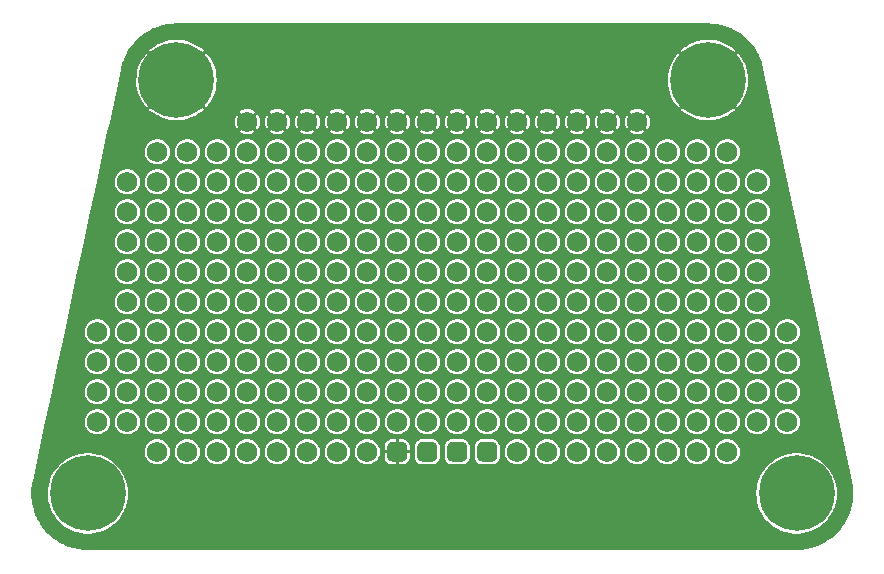
<source format=gbl>
G04 #@! TF.GenerationSoftware,KiCad,Pcbnew,(6.0.5-0)*
G04 #@! TF.CreationDate,2022-07-08T12:27:37+02:00*
G04 #@! TF.ProjectId,add-on-template,6164642d-6f6e-42d7-9465-6d706c617465,1.0*
G04 #@! TF.SameCoordinates,PX3938700PY2aea540*
G04 #@! TF.FileFunction,Copper,L2,Bot*
G04 #@! TF.FilePolarity,Positive*
%FSLAX46Y46*%
G04 Gerber Fmt 4.6, Leading zero omitted, Abs format (unit mm)*
G04 Created by KiCad (PCBNEW (6.0.5-0)) date 2022-07-08 12:27:37*
%MOMM*%
%LPD*%
G01*
G04 APERTURE LIST*
G04 #@! TA.AperFunction,ComponentPad*
%ADD10C,1.727200*%
G04 #@! TD*
G04 #@! TA.AperFunction,ComponentPad*
%ADD11C,0.800000*%
G04 #@! TD*
G04 #@! TA.AperFunction,ComponentPad*
%ADD12C,6.400000*%
G04 #@! TD*
G04 APERTURE END LIST*
D10*
G04 #@! TO.P,REF\u002A\u002A,1*
G04 #@! TO.N,N/C*
X8330000Y-31390000D03*
G04 #@! TD*
G04 #@! TO.P,REF\u002A\u002A,1*
G04 #@! TO.N,N/C*
X21030000Y-18690000D03*
G04 #@! TD*
G04 #@! TO.P,REF\u002A\u002A,1*
G04 #@! TO.N,N/C*
X48970000Y-33930000D03*
G04 #@! TD*
G04 #@! TO.P,REF\u002A\u002A,1*
G04 #@! TO.N,N/C*
X10870000Y-28850000D03*
G04 #@! TD*
G04 #@! TO.P,REF\u002A\u002A,1*
G04 #@! TO.N,N/C*
X59130000Y-21230000D03*
G04 #@! TD*
G04 #@! TO.P,REF\u002A\u002A,1*
G04 #@! TO.N,N/C*
X26110000Y-31390000D03*
G04 #@! TD*
G04 #@! TO.P,REF\u002A\u002A,1*
G04 #@! TO.N,N/C*
X38810000Y-21230000D03*
G04 #@! TD*
G04 #@! TO.P,REF\u002A\u002A,1*
G04 #@! TO.N,N/C*
X36270000Y-33930000D03*
G04 #@! TD*
G04 #@! TO.P,REF\u002A\u002A,1*
G04 #@! TO.N,N/C*
X56590000Y-21230000D03*
G04 #@! TD*
G04 #@! TO.P,REF\u002A\u002A,1*
G04 #@! TO.N,N/C*
X41350000Y-21230000D03*
G04 #@! TD*
G04 #@! TO.P,REF\u002A\u002A,1*
G04 #@! TO.N,N/C*
X48970000Y-26310000D03*
G04 #@! TD*
G04 #@! TO.P,REF\u002A\u002A,1*
G04 #@! TO.N,N/C*
X38810000Y-13610000D03*
G04 #@! TD*
G04 #@! TO.P,REF\u002A\u002A,1*
G04 #@! TO.N,VCC*
X28650000Y-36470000D03*
G04 #@! TD*
G04 #@! TO.P,REF\u002A\u002A,1*
G04 #@! TO.N,N/C*
X54050000Y-13610000D03*
G04 #@! TD*
G04 #@! TO.P,REF\u002A\u002A,1*
G04 #@! TO.N,N/C*
X61670000Y-28850000D03*
G04 #@! TD*
G04 #@! TO.P,REF\u002A\u002A,1*
G04 #@! TO.N,N/C*
X28650000Y-28850000D03*
G04 #@! TD*
G04 #@! TO.P,REF\u002A\u002A,1*
G04 #@! TO.N,N/C*
X31190000Y-16150000D03*
G04 #@! TD*
G04 #@! TO.P,REF\u002A\u002A,1*
G04 #@! TO.N,GND*
X23570000Y-8530000D03*
G04 #@! TD*
G04 #@! TO.P,REF\u002A\u002A,1*
G04 #@! TO.N,N/C*
X36270000Y-16150000D03*
G04 #@! TD*
G04 #@! TO.P,REF\u002A\u002A,1*
G04 #@! TO.N,VCC*
X23570000Y-36470000D03*
G04 #@! TD*
G04 #@! TO.P,REF\u002A\u002A,1*
G04 #@! TO.N,N/C*
X13410000Y-11070000D03*
G04 #@! TD*
G04 #@! TO.P,REF\u002A\u002A,1*
G04 #@! TO.N,N/C*
X28650000Y-23770000D03*
G04 #@! TD*
G04 #@! TO.P,REF\u002A\u002A,1*
G04 #@! TO.N,N/C*
X18490000Y-16150000D03*
G04 #@! TD*
G04 #@! TO.P,REF\u002A\u002A,1*
G04 #@! TO.N,N/C*
X41350000Y-28850000D03*
G04 #@! TD*
G04 #@! TO.P,REF\u002A\u002A,1*
G04 #@! TO.N,N/C*
X38810000Y-33930000D03*
G04 #@! TD*
G04 #@! TO.P,REF\u002A\u002A,1*
G04 #@! TO.N,N/C*
X31190000Y-23770000D03*
G04 #@! TD*
G04 #@! TO.P,REF\u002A\u002A,1*
G04 #@! TO.N,N/C*
X31190000Y-28850000D03*
G04 #@! TD*
G04 #@! TO.P,REF\u002A\u002A,1*
G04 #@! TO.N,GND*
X38810000Y-8530000D03*
G04 #@! TD*
G04 #@! TO.P,REF\u002A\u002A,1*
G04 #@! TO.N,N/C*
X46430000Y-31390000D03*
G04 #@! TD*
G04 #@! TO.P,REF\u002A\u002A,1*
G04 #@! TO.N,VCC*
X48970000Y-36470000D03*
G04 #@! TD*
G04 #@! TO.P,REF\u002A\u002A,1*
G04 #@! TO.N,N/C*
X51510000Y-11070000D03*
G04 #@! TD*
G04 #@! TO.P,REF\u002A\u002A,1*
G04 #@! TO.N,GND*
X31190000Y-8530000D03*
G04 #@! TD*
D11*
G04 #@! TO.P,REF\u002A\u002A,1*
G04 #@! TO.N,N/C*
X65000000Y-42400000D03*
X62600000Y-40000000D03*
X63302944Y-41697056D03*
D12*
G04 #@! TO.N,VCC*
X65000000Y-40000000D03*
D11*
G04 #@! TO.N,N/C*
X65000000Y-37600000D03*
X67400000Y-40000000D03*
X66697056Y-41697056D03*
X66697056Y-38302944D03*
X63302944Y-38302944D03*
G04 #@! TD*
D10*
G04 #@! TO.P,REF\u002A\u002A,1*
G04 #@! TO.N,N/C*
X33730000Y-21230000D03*
G04 #@! TD*
G04 #@! TO.P,REF\u002A\u002A,1*
G04 #@! TO.N,N/C*
X33730000Y-13610000D03*
G04 #@! TD*
G04 #@! TO.P,REF\u002A\u002A,1*
G04 #@! TO.N,N/C*
X64210000Y-31390000D03*
G04 #@! TD*
G04 #@! TO.P,REF\u002A\u002A,1*
G04 #@! TO.N,N/C*
X61670000Y-23770000D03*
G04 #@! TD*
G04 #@! TO.P,REF\u002A\u002A,1*
G04 #@! TO.N,N/C*
X56590000Y-18690000D03*
G04 #@! TD*
G04 #@! TO.P,REF\u002A\u002A,1*
G04 #@! TO.N,N/C*
X18490000Y-31390000D03*
G04 #@! TD*
G04 #@! TO.P,REF\u002A\u002A,1*
G04 #@! TO.N,N/C*
X18490000Y-23770000D03*
G04 #@! TD*
G04 #@! TO.P,J2,1,Pin_1*
G04 #@! TO.N,GND*
G04 #@! TA.AperFunction,ComponentPad*
G36*
G01*
X31615000Y-37320000D02*
X30765000Y-37320000D01*
G75*
G02*
X30340000Y-36895000I0J425000D01*
G01*
X30340000Y-36045000D01*
G75*
G02*
X30765000Y-35620000I425000J0D01*
G01*
X31615000Y-35620000D01*
G75*
G02*
X32040000Y-36045000I0J-425000D01*
G01*
X32040000Y-36895000D01*
G75*
G02*
X31615000Y-37320000I-425000J0D01*
G01*
G37*
G04 #@! TD.AperFunction*
G04 #@! TO.P,J2,2,Pin_2*
G04 #@! TO.N,VCC*
G04 #@! TA.AperFunction,ComponentPad*
G36*
G01*
X34155000Y-37320000D02*
X33305000Y-37320000D01*
G75*
G02*
X32880000Y-36895000I0J425000D01*
G01*
X32880000Y-36045000D01*
G75*
G02*
X33305000Y-35620000I425000J0D01*
G01*
X34155000Y-35620000D01*
G75*
G02*
X34580000Y-36045000I0J-425000D01*
G01*
X34580000Y-36895000D01*
G75*
G02*
X34155000Y-37320000I-425000J0D01*
G01*
G37*
G04 #@! TD.AperFunction*
G04 #@! TO.P,J2,3,Pin_3*
G04 #@! TO.N,/SDA*
G04 #@! TA.AperFunction,ComponentPad*
G36*
G01*
X36695000Y-37320000D02*
X35845000Y-37320000D01*
G75*
G02*
X35420000Y-36895000I0J425000D01*
G01*
X35420000Y-36045000D01*
G75*
G02*
X35845000Y-35620000I425000J0D01*
G01*
X36695000Y-35620000D01*
G75*
G02*
X37120000Y-36045000I0J-425000D01*
G01*
X37120000Y-36895000D01*
G75*
G02*
X36695000Y-37320000I-425000J0D01*
G01*
G37*
G04 #@! TD.AperFunction*
G04 #@! TO.P,J2,4,Pin_4*
G04 #@! TO.N,/SCL*
G04 #@! TA.AperFunction,ComponentPad*
G36*
G01*
X39235000Y-37320000D02*
X38385000Y-37320000D01*
G75*
G02*
X37960000Y-36895000I0J425000D01*
G01*
X37960000Y-36045000D01*
G75*
G02*
X38385000Y-35620000I425000J0D01*
G01*
X39235000Y-35620000D01*
G75*
G02*
X39660000Y-36045000I0J-425000D01*
G01*
X39660000Y-36895000D01*
G75*
G02*
X39235000Y-37320000I-425000J0D01*
G01*
G37*
G04 #@! TD.AperFunction*
G04 #@! TD*
G04 #@! TO.P,REF\u002A\u002A,1*
G04 #@! TO.N,N/C*
X8330000Y-33930000D03*
G04 #@! TD*
G04 #@! TO.P,REF\u002A\u002A,1*
G04 #@! TO.N,N/C*
X38810000Y-11070000D03*
G04 #@! TD*
G04 #@! TO.P,REF\u002A\u002A,1*
G04 #@! TO.N,N/C*
X23570000Y-26310000D03*
G04 #@! TD*
G04 #@! TO.P,REF\u002A\u002A,1*
G04 #@! TO.N,N/C*
X8330000Y-21230000D03*
G04 #@! TD*
G04 #@! TO.P,REF\u002A\u002A,1*
G04 #@! TO.N,GND*
X26110000Y-8530000D03*
G04 #@! TD*
G04 #@! TO.P,REF\u002A\u002A,1*
G04 #@! TO.N,N/C*
X64210000Y-26310000D03*
G04 #@! TD*
G04 #@! TO.P,REF\u002A\u002A,1*
G04 #@! TO.N,N/C*
X43890000Y-23770000D03*
G04 #@! TD*
G04 #@! TO.P,REF\u002A\u002A,1*
G04 #@! TO.N,N/C*
X38810000Y-28850000D03*
G04 #@! TD*
G04 #@! TO.P,REF\u002A\u002A,1*
G04 #@! TO.N,N/C*
X36270000Y-13610000D03*
G04 #@! TD*
G04 #@! TO.P,REF\u002A\u002A,1*
G04 #@! TO.N,N/C*
X28650000Y-33930000D03*
G04 #@! TD*
G04 #@! TO.P,REF\u002A\u002A,1*
G04 #@! TO.N,N/C*
X31190000Y-31390000D03*
G04 #@! TD*
G04 #@! TO.P,REF\u002A\u002A,1*
G04 #@! TO.N,N/C*
X51510000Y-13610000D03*
G04 #@! TD*
G04 #@! TO.P,REF\u002A\u002A,1*
G04 #@! TO.N,N/C*
X38810000Y-18690000D03*
G04 #@! TD*
G04 #@! TO.P,REF\u002A\u002A,1*
G04 #@! TO.N,N/C*
X21030000Y-26310000D03*
G04 #@! TD*
G04 #@! TO.P,REF\u002A\u002A,1*
G04 #@! TO.N,N/C*
X10870000Y-16150000D03*
G04 #@! TD*
G04 #@! TO.P,REF\u002A\u002A,1*
G04 #@! TO.N,N/C*
X23570000Y-31390000D03*
G04 #@! TD*
G04 #@! TO.P,REF\u002A\u002A,1*
G04 #@! TO.N,N/C*
X48970000Y-13610000D03*
G04 #@! TD*
G04 #@! TO.P,REF\u002A\u002A,1*
G04 #@! TO.N,N/C*
X15950000Y-11070000D03*
G04 #@! TD*
G04 #@! TO.P,REF\u002A\u002A,1*
G04 #@! TO.N,N/C*
X56590000Y-23770000D03*
G04 #@! TD*
G04 #@! TO.P,REF\u002A\u002A,1*
G04 #@! TO.N,N/C*
X43890000Y-18690000D03*
G04 #@! TD*
G04 #@! TO.P,REF\u002A\u002A,1*
G04 #@! TO.N,N/C*
X18490000Y-13610000D03*
G04 #@! TD*
G04 #@! TO.P,REF\u002A\u002A,1*
G04 #@! TO.N,N/C*
X28650000Y-26310000D03*
G04 #@! TD*
G04 #@! TO.P,REF\u002A\u002A,1*
G04 #@! TO.N,N/C*
X61670000Y-26310000D03*
G04 #@! TD*
G04 #@! TO.P,REF\u002A\u002A,1*
G04 #@! TO.N,N/C*
X41350000Y-31390000D03*
G04 #@! TD*
G04 #@! TO.P,REF\u002A\u002A,1*
G04 #@! TO.N,N/C*
X61670000Y-18690000D03*
G04 #@! TD*
G04 #@! TO.P,REF\u002A\u002A,1*
G04 #@! TO.N,N/C*
X33730000Y-31390000D03*
G04 #@! TD*
G04 #@! TO.P,REF\u002A\u002A,1*
G04 #@! TO.N,N/C*
X56590000Y-13610000D03*
G04 #@! TD*
G04 #@! TO.P,REF\u002A\u002A,1*
G04 #@! TO.N,N/C*
X54050000Y-23770000D03*
G04 #@! TD*
G04 #@! TO.P,REF\u002A\u002A,1*
G04 #@! TO.N,N/C*
X33730000Y-11070000D03*
G04 #@! TD*
G04 #@! TO.P,REF\u002A\u002A,1*
G04 #@! TO.N,N/C*
X5790000Y-31390000D03*
G04 #@! TD*
G04 #@! TO.P,REF\u002A\u002A,1*
G04 #@! TO.N,N/C*
X8330000Y-16150000D03*
G04 #@! TD*
G04 #@! TO.P,REF\u002A\u002A,1*
G04 #@! TO.N,N/C*
X41350000Y-11070000D03*
G04 #@! TD*
G04 #@! TO.P,REF\u002A\u002A,1*
G04 #@! TO.N,N/C*
X13410000Y-18690000D03*
G04 #@! TD*
G04 #@! TO.P,REF\u002A\u002A,1*
G04 #@! TO.N,N/C*
X61670000Y-16150000D03*
G04 #@! TD*
G04 #@! TO.P,REF\u002A\u002A,1*
G04 #@! TO.N,N/C*
X31190000Y-33930000D03*
G04 #@! TD*
G04 #@! TO.P,REF\u002A\u002A,1*
G04 #@! TO.N,N/C*
X13410000Y-31390000D03*
G04 #@! TD*
G04 #@! TO.P,REF\u002A\u002A,1*
G04 #@! TO.N,N/C*
X51510000Y-21230000D03*
G04 #@! TD*
G04 #@! TO.P,REF\u002A\u002A,1*
G04 #@! TO.N,N/C*
X51510000Y-31390000D03*
G04 #@! TD*
G04 #@! TO.P,REF\u002A\u002A,1*
G04 #@! TO.N,N/C*
X21030000Y-21230000D03*
G04 #@! TD*
G04 #@! TO.P,REF\u002A\u002A,1*
G04 #@! TO.N,GND*
X51510000Y-8530000D03*
G04 #@! TD*
G04 #@! TO.P,REF\u002A\u002A,1*
G04 #@! TO.N,N/C*
X51510000Y-16150000D03*
G04 #@! TD*
G04 #@! TO.P,REF\u002A\u002A,1*
G04 #@! TO.N,N/C*
X15950000Y-31390000D03*
G04 #@! TD*
G04 #@! TO.P,REF\u002A\u002A,1*
G04 #@! TO.N,N/C*
X18490000Y-18690000D03*
G04 #@! TD*
G04 #@! TO.P,REF\u002A\u002A,1*
G04 #@! TO.N,N/C*
X28650000Y-16150000D03*
G04 #@! TD*
G04 #@! TO.P,REF\u002A\u002A,1*
G04 #@! TO.N,N/C*
X23570000Y-16150000D03*
G04 #@! TD*
G04 #@! TO.P,REF\u002A\u002A,1*
G04 #@! TO.N,VCC*
X51510000Y-36470000D03*
G04 #@! TD*
G04 #@! TO.P,REF\u002A\u002A,1*
G04 #@! TO.N,N/C*
X10870000Y-11070000D03*
G04 #@! TD*
G04 #@! TO.P,REF\u002A\u002A,1*
G04 #@! TO.N,N/C*
X46430000Y-16150000D03*
G04 #@! TD*
G04 #@! TO.P,REF\u002A\u002A,1*
G04 #@! TO.N,N/C*
X38810000Y-16150000D03*
G04 #@! TD*
G04 #@! TO.P,REF\u002A\u002A,1*
G04 #@! TO.N,N/C*
X48970000Y-18690000D03*
G04 #@! TD*
G04 #@! TO.P,REF\u002A\u002A,1*
G04 #@! TO.N,N/C*
X43890000Y-26310000D03*
G04 #@! TD*
G04 #@! TO.P,REF\u002A\u002A,1*
G04 #@! TO.N,N/C*
X33730000Y-18690000D03*
G04 #@! TD*
G04 #@! TO.P,REF\u002A\u002A,1*
G04 #@! TO.N,GND*
X46430000Y-8530000D03*
G04 #@! TD*
G04 #@! TO.P,REF\u002A\u002A,1*
G04 #@! TO.N,N/C*
X15950000Y-18690000D03*
G04 #@! TD*
D11*
G04 #@! TO.P,REF\u002A\u002A,1*
G04 #@! TO.N,N/C*
X59197056Y-3302944D03*
X59900000Y-5000000D03*
X55802944Y-3302944D03*
X57500000Y-7400000D03*
X57500000Y-2600000D03*
D12*
G04 #@! TO.N,GND*
X57500000Y-5000000D03*
D11*
G04 #@! TO.N,N/C*
X55100000Y-5000000D03*
X59197056Y-6697056D03*
X55802944Y-6697056D03*
G04 #@! TD*
D10*
G04 #@! TO.P,REF\u002A\u002A,1*
G04 #@! TO.N,VCC*
X56590000Y-36470000D03*
G04 #@! TD*
G04 #@! TO.P,REF\u002A\u002A,1*
G04 #@! TO.N,GND*
X33730000Y-8530000D03*
G04 #@! TD*
G04 #@! TO.P,REF\u002A\u002A,1*
G04 #@! TO.N,N/C*
X5790000Y-33930000D03*
G04 #@! TD*
G04 #@! TO.P,REF\u002A\u002A,1*
G04 #@! TO.N,N/C*
X36270000Y-31390000D03*
G04 #@! TD*
G04 #@! TO.P,REF\u002A\u002A,1*
G04 #@! TO.N,GND*
X28650000Y-8530000D03*
G04 #@! TD*
G04 #@! TO.P,REF\u002A\u002A,1*
G04 #@! TO.N,N/C*
X48970000Y-28850000D03*
G04 #@! TD*
G04 #@! TO.P,REF\u002A\u002A,1*
G04 #@! TO.N,GND*
X43890000Y-8530000D03*
G04 #@! TD*
G04 #@! TO.P,REF\u002A\u002A,1*
G04 #@! TO.N,N/C*
X54050000Y-21230000D03*
G04 #@! TD*
G04 #@! TO.P,REF\u002A\u002A,1*
G04 #@! TO.N,N/C*
X43890000Y-21230000D03*
G04 #@! TD*
G04 #@! TO.P,REF\u002A\u002A,1*
G04 #@! TO.N,GND*
X48970000Y-8530000D03*
G04 #@! TD*
G04 #@! TO.P,REF\u002A\u002A,1*
G04 #@! TO.N,N/C*
X41350000Y-13610000D03*
G04 #@! TD*
G04 #@! TO.P,REF\u002A\u002A,1*
G04 #@! TO.N,N/C*
X43890000Y-31390000D03*
G04 #@! TD*
G04 #@! TO.P,REF\u002A\u002A,1*
G04 #@! TO.N,N/C*
X64210000Y-33930000D03*
G04 #@! TD*
G04 #@! TO.P,REF\u002A\u002A,1*
G04 #@! TO.N,N/C*
X54050000Y-18690000D03*
G04 #@! TD*
G04 #@! TO.P,REF\u002A\u002A,1*
G04 #@! TO.N,N/C*
X21030000Y-23770000D03*
G04 #@! TD*
G04 #@! TO.P,REF\u002A\u002A,1*
G04 #@! TO.N,N/C*
X21030000Y-31390000D03*
G04 #@! TD*
G04 #@! TO.P,REF\u002A\u002A,1*
G04 #@! TO.N,N/C*
X41350000Y-23770000D03*
G04 #@! TD*
G04 #@! TO.P,REF\u002A\u002A,1*
G04 #@! TO.N,N/C*
X33730000Y-28850000D03*
G04 #@! TD*
G04 #@! TO.P,REF\u002A\u002A,1*
G04 #@! TO.N,N/C*
X54050000Y-11070000D03*
G04 #@! TD*
G04 #@! TO.P,REF\u002A\u002A,1*
G04 #@! TO.N,N/C*
X28650000Y-18690000D03*
G04 #@! TD*
G04 #@! TO.P,REF\u002A\u002A,1*
G04 #@! TO.N,VCC*
X15950000Y-36470000D03*
G04 #@! TD*
G04 #@! TO.P,REF\u002A\u002A,1*
G04 #@! TO.N,N/C*
X10870000Y-33930000D03*
G04 #@! TD*
G04 #@! TO.P,REF\u002A\u002A,1*
G04 #@! TO.N,N/C*
X46430000Y-26310000D03*
G04 #@! TD*
G04 #@! TO.P,REF\u002A\u002A,1*
G04 #@! TO.N,N/C*
X61670000Y-33930000D03*
G04 #@! TD*
G04 #@! TO.P,REF\u002A\u002A,1*
G04 #@! TO.N,N/C*
X51510000Y-33930000D03*
G04 #@! TD*
G04 #@! TO.P,REF\u002A\u002A,1*
G04 #@! TO.N,N/C*
X8330000Y-26310000D03*
G04 #@! TD*
G04 #@! TO.P,REF\u002A\u002A,1*
G04 #@! TO.N,N/C*
X26110000Y-26310000D03*
G04 #@! TD*
G04 #@! TO.P,REF\u002A\u002A,1*
G04 #@! TO.N,N/C*
X8330000Y-23770000D03*
G04 #@! TD*
G04 #@! TO.P,REF\u002A\u002A,1*
G04 #@! TO.N,N/C*
X48970000Y-31390000D03*
G04 #@! TD*
G04 #@! TO.P,REF\u002A\u002A,1*
G04 #@! TO.N,GND*
X41350000Y-8530000D03*
G04 #@! TD*
G04 #@! TO.P,REF\u002A\u002A,1*
G04 #@! TO.N,N/C*
X41350000Y-18690000D03*
G04 #@! TD*
G04 #@! TO.P,REF\u002A\u002A,1*
G04 #@! TO.N,N/C*
X26110000Y-33930000D03*
G04 #@! TD*
G04 #@! TO.P,REF\u002A\u002A,1*
G04 #@! TO.N,N/C*
X15950000Y-21230000D03*
G04 #@! TD*
G04 #@! TO.P,REF\u002A\u002A,1*
G04 #@! TO.N,N/C*
X48970000Y-16150000D03*
G04 #@! TD*
G04 #@! TO.P,REF\u002A\u002A,1*
G04 #@! TO.N,N/C*
X59130000Y-28850000D03*
G04 #@! TD*
G04 #@! TO.P,REF\u002A\u002A,1*
G04 #@! TO.N,N/C*
X13410000Y-28850000D03*
G04 #@! TD*
G04 #@! TO.P,REF\u002A\u002A,1*
G04 #@! TO.N,N/C*
X31190000Y-18690000D03*
G04 #@! TD*
G04 #@! TO.P,REF\u002A\u002A,1*
G04 #@! TO.N,N/C*
X48970000Y-23770000D03*
G04 #@! TD*
G04 #@! TO.P,REF\u002A\u002A,1*
G04 #@! TO.N,N/C*
X41350000Y-16150000D03*
G04 #@! TD*
G04 #@! TO.P,REF\u002A\u002A,1*
G04 #@! TO.N,N/C*
X46430000Y-28850000D03*
G04 #@! TD*
G04 #@! TO.P,REF\u002A\u002A,1*
G04 #@! TO.N,N/C*
X10870000Y-31390000D03*
G04 #@! TD*
G04 #@! TO.P,REF\u002A\u002A,1*
G04 #@! TO.N,N/C*
X46430000Y-33930000D03*
G04 #@! TD*
G04 #@! TO.P,REF\u002A\u002A,1*
G04 #@! TO.N,VCC*
X26110000Y-36470000D03*
G04 #@! TD*
G04 #@! TO.P,REF\u002A\u002A,1*
G04 #@! TO.N,N/C*
X18490000Y-26310000D03*
G04 #@! TD*
G04 #@! TO.P,REF\u002A\u002A,1*
G04 #@! TO.N,N/C*
X41350000Y-33930000D03*
G04 #@! TD*
G04 #@! TO.P,REF\u002A\u002A,1*
G04 #@! TO.N,N/C*
X54050000Y-33930000D03*
G04 #@! TD*
G04 #@! TO.P,REF\u002A\u002A,1*
G04 #@! TO.N,N/C*
X15950000Y-23770000D03*
G04 #@! TD*
G04 #@! TO.P,REF\u002A\u002A,1*
G04 #@! TO.N,N/C*
X46430000Y-18690000D03*
G04 #@! TD*
G04 #@! TO.P,REF\u002A\u002A,1*
G04 #@! TO.N,N/C*
X38810000Y-23770000D03*
G04 #@! TD*
G04 #@! TO.P,REF\u002A\u002A,1*
G04 #@! TO.N,N/C*
X26110000Y-21230000D03*
G04 #@! TD*
G04 #@! TO.P,REF\u002A\u002A,1*
G04 #@! TO.N,N/C*
X36270000Y-18690000D03*
G04 #@! TD*
D11*
G04 #@! TO.P,REF\u002A\u002A,1*
G04 #@! TO.N,N/C*
X5000000Y-42400000D03*
X3302944Y-41697056D03*
X7400000Y-40000000D03*
X6697056Y-41697056D03*
X3302944Y-38302944D03*
D12*
G04 #@! TO.N,VCC*
X5000000Y-40000000D03*
D11*
G04 #@! TO.N,N/C*
X2600000Y-40000000D03*
X6697056Y-38302944D03*
X5000000Y-37600000D03*
G04 #@! TD*
G04 #@! TO.P,REF\u002A\u002A,1*
G04 #@! TO.N,N/C*
X12500000Y-7400000D03*
X14197056Y-3302944D03*
X10100000Y-5000000D03*
X10802944Y-3302944D03*
X14900000Y-5000000D03*
D12*
G04 #@! TO.N,GND*
X12500000Y-5000000D03*
D11*
G04 #@! TO.N,N/C*
X14197056Y-6697056D03*
X10802944Y-6697056D03*
X12500000Y-2600000D03*
G04 #@! TD*
D10*
G04 #@! TO.P,REF\u002A\u002A,1*
G04 #@! TO.N,N/C*
X59130000Y-33930000D03*
G04 #@! TD*
G04 #@! TO.P,REF\u002A\u002A,1*
G04 #@! TO.N,N/C*
X21030000Y-28850000D03*
G04 #@! TD*
G04 #@! TO.P,REF\u002A\u002A,1*
G04 #@! TO.N,N/C*
X36270000Y-21230000D03*
G04 #@! TD*
G04 #@! TO.P,REF\u002A\u002A,1*
G04 #@! TO.N,N/C*
X13410000Y-26310000D03*
G04 #@! TD*
G04 #@! TO.P,REF\u002A\u002A,1*
G04 #@! TO.N,N/C*
X61670000Y-21230000D03*
G04 #@! TD*
G04 #@! TO.P,REF\u002A\u002A,1*
G04 #@! TO.N,GND*
X18490000Y-8530000D03*
G04 #@! TD*
G04 #@! TO.P,REF\u002A\u002A,1*
G04 #@! TO.N,N/C*
X33730000Y-23770000D03*
G04 #@! TD*
G04 #@! TO.P,REF\u002A\u002A,1*
G04 #@! TO.N,N/C*
X59130000Y-23770000D03*
G04 #@! TD*
G04 #@! TO.P,REF\u002A\u002A,1*
G04 #@! TO.N,N/C*
X43890000Y-28850000D03*
G04 #@! TD*
G04 #@! TO.P,REF\u002A\u002A,1*
G04 #@! TO.N,N/C*
X33730000Y-26310000D03*
G04 #@! TD*
G04 #@! TO.P,REF\u002A\u002A,1*
G04 #@! TO.N,N/C*
X13410000Y-23770000D03*
G04 #@! TD*
G04 #@! TO.P,REF\u002A\u002A,1*
G04 #@! TO.N,N/C*
X46430000Y-23770000D03*
G04 #@! TD*
G04 #@! TO.P,REF\u002A\u002A,1*
G04 #@! TO.N,N/C*
X15950000Y-33930000D03*
G04 #@! TD*
G04 #@! TO.P,REF\u002A\u002A,1*
G04 #@! TO.N,N/C*
X21030000Y-13610000D03*
G04 #@! TD*
G04 #@! TO.P,REF\u002A\u002A,1*
G04 #@! TO.N,GND*
X21030000Y-8530000D03*
G04 #@! TD*
G04 #@! TO.P,REF\u002A\u002A,1*
G04 #@! TO.N,N/C*
X18490000Y-11070000D03*
G04 #@! TD*
G04 #@! TO.P,REF\u002A\u002A,1*
G04 #@! TO.N,N/C*
X54050000Y-28850000D03*
G04 #@! TD*
G04 #@! TO.P,REF\u002A\u002A,1*
G04 #@! TO.N,N/C*
X21030000Y-16150000D03*
G04 #@! TD*
G04 #@! TO.P,REF\u002A\u002A,1*
G04 #@! TO.N,N/C*
X21030000Y-33930000D03*
G04 #@! TD*
G04 #@! TO.P,REF\u002A\u002A,1*
G04 #@! TO.N,N/C*
X8330000Y-13610000D03*
G04 #@! TD*
G04 #@! TO.P,REF\u002A\u002A,1*
G04 #@! TO.N,N/C*
X21030000Y-11070000D03*
G04 #@! TD*
G04 #@! TO.P,REF\u002A\u002A,1*
G04 #@! TO.N,VCC*
X43890000Y-36470000D03*
G04 #@! TD*
G04 #@! TO.P,REF\u002A\u002A,1*
G04 #@! TO.N,VCC*
X21030000Y-36470000D03*
G04 #@! TD*
G04 #@! TO.P,REF\u002A\u002A,1*
G04 #@! TO.N,N/C*
X26110000Y-11070000D03*
G04 #@! TD*
G04 #@! TO.P,REF\u002A\u002A,1*
G04 #@! TO.N,N/C*
X43890000Y-16150000D03*
G04 #@! TD*
G04 #@! TO.P,REF\u002A\u002A,1*
G04 #@! TO.N,N/C*
X28650000Y-13610000D03*
G04 #@! TD*
G04 #@! TO.P,REF\u002A\u002A,1*
G04 #@! TO.N,N/C*
X33730000Y-16150000D03*
G04 #@! TD*
G04 #@! TO.P,REF\u002A\u002A,1*
G04 #@! TO.N,GND*
X36270000Y-8530000D03*
G04 #@! TD*
G04 #@! TO.P,REF\u002A\u002A,1*
G04 #@! TO.N,N/C*
X54050000Y-16150000D03*
G04 #@! TD*
G04 #@! TO.P,REF\u002A\u002A,1*
G04 #@! TO.N,VCC*
X59130000Y-36470000D03*
G04 #@! TD*
G04 #@! TO.P,REF\u002A\u002A,1*
G04 #@! TO.N,N/C*
X46430000Y-21230000D03*
G04 #@! TD*
G04 #@! TO.P,REF\u002A\u002A,1*
G04 #@! TO.N,N/C*
X10870000Y-23770000D03*
G04 #@! TD*
G04 #@! TO.P,REF\u002A\u002A,1*
G04 #@! TO.N,N/C*
X56590000Y-33930000D03*
G04 #@! TD*
G04 #@! TO.P,REF\u002A\u002A,1*
G04 #@! TO.N,N/C*
X26110000Y-28850000D03*
G04 #@! TD*
G04 #@! TO.P,REF\u002A\u002A,1*
G04 #@! TO.N,N/C*
X5790000Y-26310000D03*
G04 #@! TD*
G04 #@! TO.P,REF\u002A\u002A,1*
G04 #@! TO.N,N/C*
X41350000Y-26310000D03*
G04 #@! TD*
G04 #@! TO.P,REF\u002A\u002A,1*
G04 #@! TO.N,N/C*
X10870000Y-26310000D03*
G04 #@! TD*
G04 #@! TO.P,REF\u002A\u002A,1*
G04 #@! TO.N,N/C*
X43890000Y-13610000D03*
G04 #@! TD*
G04 #@! TO.P,REF\u002A\u002A,1*
G04 #@! TO.N,N/C*
X5790000Y-28850000D03*
G04 #@! TD*
G04 #@! TO.P,REF\u002A\u002A,1*
G04 #@! TO.N,N/C*
X54050000Y-31390000D03*
G04 #@! TD*
G04 #@! TO.P,REF\u002A\u002A,1*
G04 #@! TO.N,N/C*
X56590000Y-26310000D03*
G04 #@! TD*
G04 #@! TO.P,REF\u002A\u002A,1*
G04 #@! TO.N,N/C*
X13410000Y-21230000D03*
G04 #@! TD*
G04 #@! TO.P,REF\u002A\u002A,1*
G04 #@! TO.N,N/C*
X46430000Y-13610000D03*
G04 #@! TD*
G04 #@! TO.P,REF\u002A\u002A,1*
G04 #@! TO.N,N/C*
X36270000Y-11070000D03*
G04 #@! TD*
G04 #@! TO.P,REF\u002A\u002A,1*
G04 #@! TO.N,N/C*
X23570000Y-11070000D03*
G04 #@! TD*
G04 #@! TO.P,REF\u002A\u002A,1*
G04 #@! TO.N,N/C*
X13410000Y-13610000D03*
G04 #@! TD*
G04 #@! TO.P,REF\u002A\u002A,1*
G04 #@! TO.N,N/C*
X10870000Y-18690000D03*
G04 #@! TD*
G04 #@! TO.P,REF\u002A\u002A,1*
G04 #@! TO.N,VCC*
X54050000Y-36470000D03*
G04 #@! TD*
G04 #@! TO.P,REF\u002A\u002A,1*
G04 #@! TO.N,N/C*
X15950000Y-13610000D03*
G04 #@! TD*
G04 #@! TO.P,REF\u002A\u002A,1*
G04 #@! TO.N,N/C*
X43890000Y-33930000D03*
G04 #@! TD*
G04 #@! TO.P,REF\u002A\u002A,1*
G04 #@! TO.N,N/C*
X51510000Y-28850000D03*
G04 #@! TD*
G04 #@! TO.P,REF\u002A\u002A,1*
G04 #@! TO.N,N/C*
X26110000Y-16150000D03*
G04 #@! TD*
G04 #@! TO.P,REF\u002A\u002A,1*
G04 #@! TO.N,VCC*
X10870000Y-36470000D03*
G04 #@! TD*
G04 #@! TO.P,REF\u002A\u002A,1*
G04 #@! TO.N,N/C*
X18490000Y-28850000D03*
G04 #@! TD*
G04 #@! TO.P,REF\u002A\u002A,1*
G04 #@! TO.N,N/C*
X59130000Y-18690000D03*
G04 #@! TD*
G04 #@! TO.P,REF\u002A\u002A,1*
G04 #@! TO.N,N/C*
X26110000Y-13610000D03*
G04 #@! TD*
G04 #@! TO.P,REF\u002A\u002A,1*
G04 #@! TO.N,N/C*
X23570000Y-28850000D03*
G04 #@! TD*
G04 #@! TO.P,REF\u002A\u002A,1*
G04 #@! TO.N,N/C*
X26110000Y-23770000D03*
G04 #@! TD*
G04 #@! TO.P,REF\u002A\u002A,1*
G04 #@! TO.N,N/C*
X48970000Y-11070000D03*
G04 #@! TD*
G04 #@! TO.P,REF\u002A\u002A,1*
G04 #@! TO.N,N/C*
X56590000Y-28850000D03*
G04 #@! TD*
G04 #@! TO.P,REF\u002A\u002A,1*
G04 #@! TO.N,N/C*
X18490000Y-21230000D03*
G04 #@! TD*
G04 #@! TO.P,REF\u002A\u002A,1*
G04 #@! TO.N,N/C*
X15950000Y-16150000D03*
G04 #@! TD*
G04 #@! TO.P,REF\u002A\u002A,1*
G04 #@! TO.N,N/C*
X23570000Y-23770000D03*
G04 #@! TD*
G04 #@! TO.P,REF\u002A\u002A,1*
G04 #@! TO.N,N/C*
X51510000Y-18690000D03*
G04 #@! TD*
G04 #@! TO.P,REF\u002A\u002A,1*
G04 #@! TO.N,N/C*
X10870000Y-13610000D03*
G04 #@! TD*
G04 #@! TO.P,REF\u002A\u002A,1*
G04 #@! TO.N,N/C*
X23570000Y-18690000D03*
G04 #@! TD*
G04 #@! TO.P,REF\u002A\u002A,1*
G04 #@! TO.N,N/C*
X28650000Y-11070000D03*
G04 #@! TD*
G04 #@! TO.P,REF\u002A\u002A,1*
G04 #@! TO.N,N/C*
X59130000Y-26310000D03*
G04 #@! TD*
G04 #@! TO.P,REF\u002A\u002A,1*
G04 #@! TO.N,N/C*
X13410000Y-16150000D03*
G04 #@! TD*
G04 #@! TO.P,REF\u002A\u002A,1*
G04 #@! TO.N,N/C*
X59130000Y-16150000D03*
G04 #@! TD*
G04 #@! TO.P,REF\u002A\u002A,1*
G04 #@! TO.N,N/C*
X15950000Y-26310000D03*
G04 #@! TD*
G04 #@! TO.P,REF\u002A\u002A,1*
G04 #@! TO.N,N/C*
X51510000Y-23770000D03*
G04 #@! TD*
G04 #@! TO.P,REF\u002A\u002A,1*
G04 #@! TO.N,VCC*
X46430000Y-36470000D03*
G04 #@! TD*
G04 #@! TO.P,REF\u002A\u002A,1*
G04 #@! TO.N,N/C*
X59130000Y-31390000D03*
G04 #@! TD*
G04 #@! TO.P,REF\u002A\u002A,1*
G04 #@! TO.N,N/C*
X61670000Y-31390000D03*
G04 #@! TD*
G04 #@! TO.P,REF\u002A\u002A,1*
G04 #@! TO.N,N/C*
X26110000Y-18690000D03*
G04 #@! TD*
G04 #@! TO.P,REF\u002A\u002A,1*
G04 #@! TO.N,N/C*
X10870000Y-21230000D03*
G04 #@! TD*
G04 #@! TO.P,REF\u002A\u002A,1*
G04 #@! TO.N,N/C*
X59130000Y-13610000D03*
G04 #@! TD*
G04 #@! TO.P,REF\u002A\u002A,1*
G04 #@! TO.N,N/C*
X51510000Y-26310000D03*
G04 #@! TD*
G04 #@! TO.P,REF\u002A\u002A,1*
G04 #@! TO.N,N/C*
X43890000Y-11070000D03*
G04 #@! TD*
G04 #@! TO.P,REF\u002A\u002A,1*
G04 #@! TO.N,N/C*
X33730000Y-33930000D03*
G04 #@! TD*
G04 #@! TO.P,REF\u002A\u002A,1*
G04 #@! TO.N,N/C*
X31190000Y-26310000D03*
G04 #@! TD*
G04 #@! TO.P,REF\u002A\u002A,1*
G04 #@! TO.N,N/C*
X31190000Y-13610000D03*
G04 #@! TD*
G04 #@! TO.P,REF\u002A\u002A,1*
G04 #@! TO.N,N/C*
X46430000Y-11070000D03*
G04 #@! TD*
G04 #@! TO.P,REF\u002A\u002A,1*
G04 #@! TO.N,N/C*
X38810000Y-31390000D03*
G04 #@! TD*
G04 #@! TO.P,REF\u002A\u002A,1*
G04 #@! TO.N,VCC*
X41350000Y-36470000D03*
G04 #@! TD*
G04 #@! TO.P,REF\u002A\u002A,1*
G04 #@! TO.N,N/C*
X38810000Y-26310000D03*
G04 #@! TD*
G04 #@! TO.P,REF\u002A\u002A,1*
G04 #@! TO.N,VCC*
X13410000Y-36470000D03*
G04 #@! TD*
G04 #@! TO.P,REF\u002A\u002A,1*
G04 #@! TO.N,N/C*
X23570000Y-21230000D03*
G04 #@! TD*
G04 #@! TO.P,REF\u002A\u002A,1*
G04 #@! TO.N,N/C*
X54050000Y-26310000D03*
G04 #@! TD*
G04 #@! TO.P,REF\u002A\u002A,1*
G04 #@! TO.N,N/C*
X31190000Y-21230000D03*
G04 #@! TD*
G04 #@! TO.P,REF\u002A\u002A,1*
G04 #@! TO.N,N/C*
X36270000Y-23770000D03*
G04 #@! TD*
G04 #@! TO.P,REF\u002A\u002A,1*
G04 #@! TO.N,N/C*
X36270000Y-28850000D03*
G04 #@! TD*
G04 #@! TO.P,REF\u002A\u002A,1*
G04 #@! TO.N,N/C*
X15950000Y-28850000D03*
G04 #@! TD*
G04 #@! TO.P,REF\u002A\u002A,1*
G04 #@! TO.N,N/C*
X13410000Y-33930000D03*
G04 #@! TD*
G04 #@! TO.P,REF\u002A\u002A,1*
G04 #@! TO.N,N/C*
X59130000Y-11070000D03*
G04 #@! TD*
G04 #@! TO.P,REF\u002A\u002A,1*
G04 #@! TO.N,N/C*
X8330000Y-18690000D03*
G04 #@! TD*
G04 #@! TO.P,REF\u002A\u002A,1*
G04 #@! TO.N,N/C*
X28650000Y-31390000D03*
G04 #@! TD*
G04 #@! TO.P,REF\u002A\u002A,1*
G04 #@! TO.N,N/C*
X64210000Y-28850000D03*
G04 #@! TD*
G04 #@! TO.P,REF\u002A\u002A,1*
G04 #@! TO.N,N/C*
X8330000Y-28850000D03*
G04 #@! TD*
G04 #@! TO.P,REF\u002A\u002A,1*
G04 #@! TO.N,N/C*
X56590000Y-11070000D03*
G04 #@! TD*
G04 #@! TO.P,REF\u002A\u002A,1*
G04 #@! TO.N,N/C*
X36270000Y-26310000D03*
G04 #@! TD*
G04 #@! TO.P,REF\u002A\u002A,1*
G04 #@! TO.N,VCC*
X18490000Y-36470000D03*
G04 #@! TD*
G04 #@! TO.P,REF\u002A\u002A,1*
G04 #@! TO.N,N/C*
X23570000Y-13610000D03*
G04 #@! TD*
G04 #@! TO.P,REF\u002A\u002A,1*
G04 #@! TO.N,N/C*
X23570000Y-33930000D03*
G04 #@! TD*
G04 #@! TO.P,REF\u002A\u002A,1*
G04 #@! TO.N,N/C*
X48970000Y-21230000D03*
G04 #@! TD*
G04 #@! TO.P,REF\u002A\u002A,1*
G04 #@! TO.N,N/C*
X56590000Y-16150000D03*
G04 #@! TD*
G04 #@! TO.P,REF\u002A\u002A,1*
G04 #@! TO.N,N/C*
X61670000Y-13610000D03*
G04 #@! TD*
G04 #@! TO.P,REF\u002A\u002A,1*
G04 #@! TO.N,N/C*
X18490000Y-33930000D03*
G04 #@! TD*
G04 #@! TO.P,REF\u002A\u002A,1*
G04 #@! TO.N,N/C*
X31190000Y-11070000D03*
G04 #@! TD*
G04 #@! TO.P,REF\u002A\u002A,1*
G04 #@! TO.N,N/C*
X56590000Y-31390000D03*
G04 #@! TD*
G04 #@! TO.P,REF\u002A\u002A,1*
G04 #@! TO.N,N/C*
X28650000Y-21230000D03*
G04 #@! TD*
G04 #@! TA.AperFunction,Conductor*
G04 #@! TO.N,GND*
G36*
X57488169Y-203018D02*
G01*
X57499641Y-205656D01*
X57510516Y-203195D01*
X57517175Y-203207D01*
X57532058Y-201863D01*
X57903178Y-217641D01*
X57911549Y-218355D01*
X58043547Y-235273D01*
X58307645Y-269122D01*
X58315934Y-270545D01*
X58619815Y-336094D01*
X58706280Y-354746D01*
X58714413Y-356865D01*
X59096213Y-473897D01*
X59104134Y-476698D01*
X59104141Y-476701D01*
X59474620Y-625714D01*
X59482283Y-629181D01*
X59838781Y-809105D01*
X59846122Y-813210D01*
X60186066Y-1022746D01*
X60193032Y-1027460D01*
X60513955Y-1265087D01*
X60520495Y-1270374D01*
X60820092Y-1534385D01*
X60826161Y-1540209D01*
X61102280Y-1828710D01*
X61107820Y-1835014D01*
X61358448Y-2145901D01*
X61363443Y-2152667D01*
X61586776Y-2483701D01*
X61591180Y-2490867D01*
X61785612Y-2839669D01*
X61789390Y-2847179D01*
X61941711Y-3185044D01*
X61953514Y-3211225D01*
X61956639Y-3219026D01*
X62077926Y-3563467D01*
X62089271Y-3595687D01*
X62091725Y-3603731D01*
X62184780Y-3962792D01*
X62186416Y-3976437D01*
X62188012Y-3983950D01*
X62187846Y-3995095D01*
X62193017Y-4006263D01*
X62199978Y-4027107D01*
X69676251Y-38916376D01*
X69685835Y-38961102D01*
X69688022Y-38983320D01*
X69687846Y-38995095D01*
X69692531Y-39005213D01*
X69693913Y-39011718D01*
X69698348Y-39025999D01*
X69760600Y-39391574D01*
X69761657Y-39399905D01*
X69780407Y-39623073D01*
X69795037Y-39797214D01*
X69795385Y-39805597D01*
X69795193Y-39990783D01*
X69794971Y-40204331D01*
X69794606Y-40212721D01*
X69760402Y-40609975D01*
X69759327Y-40618303D01*
X69691582Y-41011211D01*
X69689806Y-41019419D01*
X69589001Y-41405193D01*
X69586535Y-41413221D01*
X69453400Y-41789056D01*
X69450263Y-41796845D01*
X69285757Y-42160042D01*
X69281971Y-42167538D01*
X69087272Y-42515493D01*
X69082864Y-42522641D01*
X68859372Y-42852849D01*
X68854390Y-42859578D01*
X68726350Y-43017961D01*
X68603715Y-43169659D01*
X68598163Y-43175960D01*
X68322122Y-43463669D01*
X68316056Y-43469477D01*
X68016613Y-43732767D01*
X68010089Y-43738029D01*
X67689414Y-43974991D01*
X67682474Y-43979678D01*
X67342861Y-44188616D01*
X67335528Y-44192709D01*
X66979449Y-44372102D01*
X66971796Y-44375559D01*
X66601790Y-44524132D01*
X66593872Y-44526928D01*
X66212603Y-44643608D01*
X66204492Y-44645719D01*
X65814680Y-44729672D01*
X65806431Y-44731085D01*
X65479300Y-44772949D01*
X65410930Y-44781698D01*
X65402562Y-44782410D01*
X65198275Y-44791082D01*
X65032585Y-44798116D01*
X65018898Y-44796856D01*
X65011223Y-44796842D01*
X65000359Y-44794344D01*
X64988359Y-44797059D01*
X64966512Y-44799500D01*
X5034017Y-44799500D01*
X5011831Y-44796982D01*
X5011813Y-44796978D01*
X5000359Y-44794344D01*
X4989484Y-44796805D01*
X4982837Y-44796793D01*
X4967940Y-44798139D01*
X4675514Y-44785725D01*
X4597438Y-44782411D01*
X4589070Y-44781699D01*
X4292277Y-44743718D01*
X4193581Y-44731088D01*
X4185306Y-44729670D01*
X3795513Y-44645720D01*
X3787392Y-44643607D01*
X3406120Y-44526926D01*
X3398217Y-44524136D01*
X3151570Y-44425097D01*
X3028203Y-44375560D01*
X3020550Y-44372103D01*
X2664472Y-44192710D01*
X2657139Y-44188617D01*
X2657138Y-44188616D01*
X2433921Y-44051288D01*
X2317536Y-43979685D01*
X2310577Y-43974985D01*
X1989923Y-43738039D01*
X1983387Y-43732767D01*
X1683937Y-43469471D01*
X1677871Y-43463663D01*
X1616020Y-43399197D01*
X1401836Y-43175960D01*
X1396284Y-43169659D01*
X1273649Y-43017961D01*
X1145609Y-42859578D01*
X1140627Y-42852849D01*
X974184Y-42606930D01*
X917130Y-42522633D01*
X912723Y-42515486D01*
X824091Y-42357089D01*
X718024Y-42167533D01*
X714246Y-42160053D01*
X677012Y-42077846D01*
X549736Y-41796845D01*
X546599Y-41789056D01*
X413464Y-41413221D01*
X410998Y-41405193D01*
X310193Y-41019419D01*
X308417Y-41011211D01*
X240672Y-40618303D01*
X239597Y-40609975D01*
X205393Y-40212721D01*
X205028Y-40204331D01*
X204806Y-39990783D01*
X204803Y-39988113D01*
X1594527Y-39988113D01*
X1594662Y-39990778D01*
X1594662Y-39990783D01*
X1596406Y-40025195D01*
X1613162Y-40355971D01*
X1613586Y-40358618D01*
X1655181Y-40618303D01*
X1671416Y-40719665D01*
X1672122Y-40722245D01*
X1672122Y-40722246D01*
X1752309Y-41015360D01*
X1768608Y-41074941D01*
X1769588Y-41077428D01*
X1769590Y-41077435D01*
X1854680Y-41293447D01*
X1903602Y-41417642D01*
X1904844Y-41420008D01*
X1904846Y-41420012D01*
X1921825Y-41452352D01*
X2074817Y-41743759D01*
X2076309Y-41745979D01*
X2076310Y-41745981D01*
X2093755Y-41771941D01*
X2280252Y-42049477D01*
X2517502Y-42331221D01*
X2519441Y-42333074D01*
X2546494Y-42358926D01*
X2783792Y-42585694D01*
X2785912Y-42587321D01*
X2785917Y-42587325D01*
X2974590Y-42732098D01*
X3076008Y-42809919D01*
X3390731Y-43001274D01*
X3393156Y-43002410D01*
X3393158Y-43002411D01*
X3721843Y-43156378D01*
X3724279Y-43157519D01*
X3726820Y-43158389D01*
X3726825Y-43158391D01*
X3985801Y-43247058D01*
X4072751Y-43276828D01*
X4432070Y-43357804D01*
X4798033Y-43399500D01*
X5166358Y-43401428D01*
X5532737Y-43363567D01*
X5892884Y-43286358D01*
X5895419Y-43285520D01*
X5895425Y-43285518D01*
X6240044Y-43171546D01*
X6240049Y-43171544D01*
X6242586Y-43170705D01*
X6577752Y-43017961D01*
X6894461Y-42829913D01*
X7189009Y-42608760D01*
X7284758Y-42519160D01*
X7455987Y-42358926D01*
X7455988Y-42358925D01*
X7457950Y-42357089D01*
X7620980Y-42167550D01*
X7696388Y-42079881D01*
X7696391Y-42079877D01*
X7698138Y-42077846D01*
X7906762Y-41774295D01*
X8081383Y-41449989D01*
X8093556Y-41420012D01*
X8218950Y-41111202D01*
X8219958Y-41108720D01*
X8320865Y-40754482D01*
X8382925Y-40391418D01*
X8405411Y-40023775D01*
X8405494Y-40000000D01*
X8404850Y-39988113D01*
X61594527Y-39988113D01*
X61594662Y-39990778D01*
X61594662Y-39990783D01*
X61596406Y-40025195D01*
X61613162Y-40355971D01*
X61613586Y-40358618D01*
X61655181Y-40618303D01*
X61671416Y-40719665D01*
X61672122Y-40722245D01*
X61672122Y-40722246D01*
X61752309Y-41015360D01*
X61768608Y-41074941D01*
X61769588Y-41077428D01*
X61769590Y-41077435D01*
X61854680Y-41293447D01*
X61903602Y-41417642D01*
X61904844Y-41420008D01*
X61904846Y-41420012D01*
X61921825Y-41452352D01*
X62074817Y-41743759D01*
X62076309Y-41745979D01*
X62076310Y-41745981D01*
X62093755Y-41771941D01*
X62280252Y-42049477D01*
X62517502Y-42331221D01*
X62519441Y-42333074D01*
X62546494Y-42358926D01*
X62783792Y-42585694D01*
X62785912Y-42587321D01*
X62785917Y-42587325D01*
X62974590Y-42732098D01*
X63076008Y-42809919D01*
X63390731Y-43001274D01*
X63393156Y-43002410D01*
X63393158Y-43002411D01*
X63721843Y-43156378D01*
X63724279Y-43157519D01*
X63726820Y-43158389D01*
X63726825Y-43158391D01*
X63985801Y-43247058D01*
X64072751Y-43276828D01*
X64432070Y-43357804D01*
X64798033Y-43399500D01*
X65166358Y-43401428D01*
X65532737Y-43363567D01*
X65892884Y-43286358D01*
X65895419Y-43285520D01*
X65895425Y-43285518D01*
X66240044Y-43171546D01*
X66240049Y-43171544D01*
X66242586Y-43170705D01*
X66577752Y-43017961D01*
X66894461Y-42829913D01*
X67189009Y-42608760D01*
X67284758Y-42519160D01*
X67455987Y-42358926D01*
X67455988Y-42358925D01*
X67457950Y-42357089D01*
X67620980Y-42167550D01*
X67696388Y-42079881D01*
X67696391Y-42079877D01*
X67698138Y-42077846D01*
X67906762Y-41774295D01*
X68081383Y-41449989D01*
X68093556Y-41420012D01*
X68218950Y-41111202D01*
X68219958Y-41108720D01*
X68320865Y-40754482D01*
X68382925Y-40391418D01*
X68405411Y-40023775D01*
X68405494Y-40000000D01*
X68394739Y-39801408D01*
X68385720Y-39634877D01*
X68385719Y-39634868D01*
X68385575Y-39632209D01*
X68326052Y-39268720D01*
X68227620Y-38913786D01*
X68225821Y-38909264D01*
X68092423Y-38574051D01*
X68091431Y-38571558D01*
X68085723Y-38560776D01*
X67920329Y-38248404D01*
X67919078Y-38246041D01*
X67912187Y-38235862D01*
X67714082Y-37943262D01*
X67714079Y-37943259D01*
X67712578Y-37941041D01*
X67474346Y-37660128D01*
X67207168Y-37406586D01*
X66914172Y-37183382D01*
X66900853Y-37175347D01*
X66601079Y-36994512D01*
X66601078Y-36994512D01*
X66598783Y-36993127D01*
X66264691Y-36838047D01*
X66262168Y-36837193D01*
X66262163Y-36837191D01*
X66086027Y-36777573D01*
X65915805Y-36719956D01*
X65556206Y-36640234D01*
X65221142Y-36603243D01*
X65192755Y-36600109D01*
X65192753Y-36600109D01*
X65190100Y-36599816D01*
X65187438Y-36599811D01*
X65187432Y-36599811D01*
X65000705Y-36599485D01*
X64821770Y-36599173D01*
X64819105Y-36599458D01*
X64819101Y-36599458D01*
X64458192Y-36638028D01*
X64458190Y-36638028D01*
X64455526Y-36638313D01*
X64452911Y-36638883D01*
X64452906Y-36638884D01*
X64237473Y-36685856D01*
X64095650Y-36716779D01*
X63746354Y-36833652D01*
X63411723Y-36987565D01*
X63409419Y-36988944D01*
X63409417Y-36988945D01*
X63097962Y-37175347D01*
X63097956Y-37175351D01*
X63095672Y-37176718D01*
X63093545Y-37178327D01*
X63093543Y-37178328D01*
X62805275Y-37396343D01*
X62801898Y-37398897D01*
X62670198Y-37523005D01*
X62653210Y-37539014D01*
X62533837Y-37651505D01*
X62294626Y-37931585D01*
X62087062Y-38235862D01*
X61913574Y-38560776D01*
X61912576Y-38563259D01*
X61912574Y-38563263D01*
X61782074Y-38887893D01*
X61776192Y-38902526D01*
X61775466Y-38905110D01*
X61775465Y-38905112D01*
X61773574Y-38911840D01*
X61676521Y-39257115D01*
X61615729Y-39620393D01*
X61615575Y-39623064D01*
X61615574Y-39623073D01*
X61606260Y-39784621D01*
X61594527Y-39988113D01*
X8404850Y-39988113D01*
X8394739Y-39801408D01*
X8385720Y-39634877D01*
X8385719Y-39634868D01*
X8385575Y-39632209D01*
X8326052Y-39268720D01*
X8227620Y-38913786D01*
X8225821Y-38909264D01*
X8092423Y-38574051D01*
X8091431Y-38571558D01*
X8085723Y-38560776D01*
X7920329Y-38248404D01*
X7919078Y-38246041D01*
X7912187Y-38235862D01*
X7714082Y-37943262D01*
X7714079Y-37943259D01*
X7712578Y-37941041D01*
X7474346Y-37660128D01*
X7207168Y-37406586D01*
X6914172Y-37183382D01*
X6900853Y-37175347D01*
X6601079Y-36994512D01*
X6601078Y-36994512D01*
X6598783Y-36993127D01*
X6264691Y-36838047D01*
X6262168Y-36837193D01*
X6262163Y-36837191D01*
X6086027Y-36777573D01*
X5915805Y-36719956D01*
X5556206Y-36640234D01*
X5221142Y-36603243D01*
X5192755Y-36600109D01*
X5192753Y-36600109D01*
X5190100Y-36599816D01*
X5187438Y-36599811D01*
X5187432Y-36599811D01*
X5000705Y-36599485D01*
X4821770Y-36599173D01*
X4819105Y-36599458D01*
X4819101Y-36599458D01*
X4458192Y-36638028D01*
X4458190Y-36638028D01*
X4455526Y-36638313D01*
X4452911Y-36638883D01*
X4452906Y-36638884D01*
X4237473Y-36685856D01*
X4095650Y-36716779D01*
X3746354Y-36833652D01*
X3411723Y-36987565D01*
X3409419Y-36988944D01*
X3409417Y-36988945D01*
X3097962Y-37175347D01*
X3097956Y-37175351D01*
X3095672Y-37176718D01*
X3093545Y-37178327D01*
X3093543Y-37178328D01*
X2805275Y-37396343D01*
X2801898Y-37398897D01*
X2670198Y-37523005D01*
X2653210Y-37539014D01*
X2533837Y-37651505D01*
X2294626Y-37931585D01*
X2087062Y-38235862D01*
X1913574Y-38560776D01*
X1912576Y-38563259D01*
X1912574Y-38563263D01*
X1782074Y-38887893D01*
X1776192Y-38902526D01*
X1775466Y-38905110D01*
X1775465Y-38905112D01*
X1773574Y-38911840D01*
X1676521Y-39257115D01*
X1615729Y-39620393D01*
X1615575Y-39623064D01*
X1615574Y-39623073D01*
X1606260Y-39784621D01*
X1594527Y-39988113D01*
X204803Y-39988113D01*
X204614Y-39805597D01*
X204962Y-39797214D01*
X219593Y-39623073D01*
X238342Y-39399905D01*
X239399Y-39391574D01*
X301562Y-39026521D01*
X305665Y-39013391D01*
X307285Y-39005897D01*
X312004Y-38995797D01*
X311863Y-38983491D01*
X314055Y-38961617D01*
X314166Y-38961102D01*
X851172Y-36455071D01*
X9800855Y-36455071D01*
X9801260Y-36459891D01*
X9816404Y-36640234D01*
X9818317Y-36663020D01*
X9819650Y-36667668D01*
X9819650Y-36667669D01*
X9868260Y-36837191D01*
X9875837Y-36863617D01*
X9971225Y-37049221D01*
X10100847Y-37212763D01*
X10104527Y-37215895D01*
X10104529Y-37215897D01*
X10186327Y-37285512D01*
X10259765Y-37348013D01*
X10263988Y-37350373D01*
X10263992Y-37350376D01*
X10345522Y-37395941D01*
X10441927Y-37449820D01*
X10446525Y-37451314D01*
X10635789Y-37512810D01*
X10635791Y-37512811D01*
X10640394Y-37514306D01*
X10847607Y-37539014D01*
X10852429Y-37538643D01*
X10852432Y-37538643D01*
X10919854Y-37533455D01*
X11055673Y-37523005D01*
X11256667Y-37466886D01*
X11260980Y-37464707D01*
X11260986Y-37464705D01*
X11438611Y-37374980D01*
X11438613Y-37374978D01*
X11442932Y-37372797D01*
X11607375Y-37244320D01*
X11743731Y-37086350D01*
X11746121Y-37082143D01*
X11844420Y-36909107D01*
X11844421Y-36909105D01*
X11846808Y-36904903D01*
X11909388Y-36716779D01*
X11911150Y-36711482D01*
X11911150Y-36711480D01*
X11912677Y-36706891D01*
X11938832Y-36499855D01*
X11939249Y-36470000D01*
X11938979Y-36467250D01*
X11938979Y-36467241D01*
X11937786Y-36455071D01*
X12340855Y-36455071D01*
X12341260Y-36459891D01*
X12356404Y-36640234D01*
X12358317Y-36663020D01*
X12359650Y-36667668D01*
X12359650Y-36667669D01*
X12408260Y-36837191D01*
X12415837Y-36863617D01*
X12511225Y-37049221D01*
X12640847Y-37212763D01*
X12644527Y-37215895D01*
X12644529Y-37215897D01*
X12726327Y-37285512D01*
X12799765Y-37348013D01*
X12803988Y-37350373D01*
X12803992Y-37350376D01*
X12885522Y-37395941D01*
X12981927Y-37449820D01*
X12986525Y-37451314D01*
X13175789Y-37512810D01*
X13175791Y-37512811D01*
X13180394Y-37514306D01*
X13387607Y-37539014D01*
X13392429Y-37538643D01*
X13392432Y-37538643D01*
X13459854Y-37533455D01*
X13595673Y-37523005D01*
X13796667Y-37466886D01*
X13800980Y-37464707D01*
X13800986Y-37464705D01*
X13978611Y-37374980D01*
X13978613Y-37374978D01*
X13982932Y-37372797D01*
X14147375Y-37244320D01*
X14283731Y-37086350D01*
X14286121Y-37082143D01*
X14384420Y-36909107D01*
X14384421Y-36909105D01*
X14386808Y-36904903D01*
X14449388Y-36716779D01*
X14451150Y-36711482D01*
X14451150Y-36711480D01*
X14452677Y-36706891D01*
X14478832Y-36499855D01*
X14479249Y-36470000D01*
X14478979Y-36467250D01*
X14478979Y-36467241D01*
X14477786Y-36455071D01*
X14880855Y-36455071D01*
X14881260Y-36459891D01*
X14896404Y-36640234D01*
X14898317Y-36663020D01*
X14899650Y-36667668D01*
X14899650Y-36667669D01*
X14948260Y-36837191D01*
X14955837Y-36863617D01*
X15051225Y-37049221D01*
X15180847Y-37212763D01*
X15184527Y-37215895D01*
X15184529Y-37215897D01*
X15266327Y-37285512D01*
X15339765Y-37348013D01*
X15343988Y-37350373D01*
X15343992Y-37350376D01*
X15425522Y-37395941D01*
X15521927Y-37449820D01*
X15526525Y-37451314D01*
X15715789Y-37512810D01*
X15715791Y-37512811D01*
X15720394Y-37514306D01*
X15927607Y-37539014D01*
X15932429Y-37538643D01*
X15932432Y-37538643D01*
X15999854Y-37533455D01*
X16135673Y-37523005D01*
X16336667Y-37466886D01*
X16340980Y-37464707D01*
X16340986Y-37464705D01*
X16518611Y-37374980D01*
X16518613Y-37374978D01*
X16522932Y-37372797D01*
X16687375Y-37244320D01*
X16823731Y-37086350D01*
X16826121Y-37082143D01*
X16924420Y-36909107D01*
X16924421Y-36909105D01*
X16926808Y-36904903D01*
X16989388Y-36716779D01*
X16991150Y-36711482D01*
X16991150Y-36711480D01*
X16992677Y-36706891D01*
X17018832Y-36499855D01*
X17019249Y-36470000D01*
X17018979Y-36467250D01*
X17018979Y-36467241D01*
X17017786Y-36455071D01*
X17420855Y-36455071D01*
X17421260Y-36459891D01*
X17436404Y-36640234D01*
X17438317Y-36663020D01*
X17439650Y-36667668D01*
X17439650Y-36667669D01*
X17488260Y-36837191D01*
X17495837Y-36863617D01*
X17591225Y-37049221D01*
X17720847Y-37212763D01*
X17724527Y-37215895D01*
X17724529Y-37215897D01*
X17806327Y-37285512D01*
X17879765Y-37348013D01*
X17883988Y-37350373D01*
X17883992Y-37350376D01*
X17965522Y-37395941D01*
X18061927Y-37449820D01*
X18066525Y-37451314D01*
X18255789Y-37512810D01*
X18255791Y-37512811D01*
X18260394Y-37514306D01*
X18467607Y-37539014D01*
X18472429Y-37538643D01*
X18472432Y-37538643D01*
X18539854Y-37533455D01*
X18675673Y-37523005D01*
X18876667Y-37466886D01*
X18880980Y-37464707D01*
X18880986Y-37464705D01*
X19058611Y-37374980D01*
X19058613Y-37374978D01*
X19062932Y-37372797D01*
X19227375Y-37244320D01*
X19363731Y-37086350D01*
X19366121Y-37082143D01*
X19464420Y-36909107D01*
X19464421Y-36909105D01*
X19466808Y-36904903D01*
X19529388Y-36716779D01*
X19531150Y-36711482D01*
X19531150Y-36711480D01*
X19532677Y-36706891D01*
X19558832Y-36499855D01*
X19559249Y-36470000D01*
X19558979Y-36467250D01*
X19558979Y-36467241D01*
X19557786Y-36455071D01*
X19960855Y-36455071D01*
X19961260Y-36459891D01*
X19976404Y-36640234D01*
X19978317Y-36663020D01*
X19979650Y-36667668D01*
X19979650Y-36667669D01*
X20028260Y-36837191D01*
X20035837Y-36863617D01*
X20131225Y-37049221D01*
X20260847Y-37212763D01*
X20264527Y-37215895D01*
X20264529Y-37215897D01*
X20346327Y-37285512D01*
X20419765Y-37348013D01*
X20423988Y-37350373D01*
X20423992Y-37350376D01*
X20505522Y-37395941D01*
X20601927Y-37449820D01*
X20606525Y-37451314D01*
X20795789Y-37512810D01*
X20795791Y-37512811D01*
X20800394Y-37514306D01*
X21007607Y-37539014D01*
X21012429Y-37538643D01*
X21012432Y-37538643D01*
X21079854Y-37533455D01*
X21215673Y-37523005D01*
X21416667Y-37466886D01*
X21420980Y-37464707D01*
X21420986Y-37464705D01*
X21598611Y-37374980D01*
X21598613Y-37374978D01*
X21602932Y-37372797D01*
X21767375Y-37244320D01*
X21903731Y-37086350D01*
X21906121Y-37082143D01*
X22004420Y-36909107D01*
X22004421Y-36909105D01*
X22006808Y-36904903D01*
X22069388Y-36716779D01*
X22071150Y-36711482D01*
X22071150Y-36711480D01*
X22072677Y-36706891D01*
X22098832Y-36499855D01*
X22099249Y-36470000D01*
X22098979Y-36467250D01*
X22098979Y-36467241D01*
X22097786Y-36455071D01*
X22500855Y-36455071D01*
X22501260Y-36459891D01*
X22516404Y-36640234D01*
X22518317Y-36663020D01*
X22519650Y-36667668D01*
X22519650Y-36667669D01*
X22568260Y-36837191D01*
X22575837Y-36863617D01*
X22671225Y-37049221D01*
X22800847Y-37212763D01*
X22804527Y-37215895D01*
X22804529Y-37215897D01*
X22886327Y-37285512D01*
X22959765Y-37348013D01*
X22963988Y-37350373D01*
X22963992Y-37350376D01*
X23045522Y-37395941D01*
X23141927Y-37449820D01*
X23146525Y-37451314D01*
X23335789Y-37512810D01*
X23335791Y-37512811D01*
X23340394Y-37514306D01*
X23547607Y-37539014D01*
X23552429Y-37538643D01*
X23552432Y-37538643D01*
X23619854Y-37533455D01*
X23755673Y-37523005D01*
X23956667Y-37466886D01*
X23960980Y-37464707D01*
X23960986Y-37464705D01*
X24138611Y-37374980D01*
X24138613Y-37374978D01*
X24142932Y-37372797D01*
X24307375Y-37244320D01*
X24443731Y-37086350D01*
X24446121Y-37082143D01*
X24544420Y-36909107D01*
X24544421Y-36909105D01*
X24546808Y-36904903D01*
X24609388Y-36716779D01*
X24611150Y-36711482D01*
X24611150Y-36711480D01*
X24612677Y-36706891D01*
X24638832Y-36499855D01*
X24639249Y-36470000D01*
X24638979Y-36467250D01*
X24638979Y-36467241D01*
X24637786Y-36455071D01*
X25040855Y-36455071D01*
X25041260Y-36459891D01*
X25056404Y-36640234D01*
X25058317Y-36663020D01*
X25059650Y-36667668D01*
X25059650Y-36667669D01*
X25108260Y-36837191D01*
X25115837Y-36863617D01*
X25211225Y-37049221D01*
X25340847Y-37212763D01*
X25344527Y-37215895D01*
X25344529Y-37215897D01*
X25426327Y-37285512D01*
X25499765Y-37348013D01*
X25503988Y-37350373D01*
X25503992Y-37350376D01*
X25585522Y-37395941D01*
X25681927Y-37449820D01*
X25686525Y-37451314D01*
X25875789Y-37512810D01*
X25875791Y-37512811D01*
X25880394Y-37514306D01*
X26087607Y-37539014D01*
X26092429Y-37538643D01*
X26092432Y-37538643D01*
X26159854Y-37533455D01*
X26295673Y-37523005D01*
X26496667Y-37466886D01*
X26500980Y-37464707D01*
X26500986Y-37464705D01*
X26678611Y-37374980D01*
X26678613Y-37374978D01*
X26682932Y-37372797D01*
X26847375Y-37244320D01*
X26983731Y-37086350D01*
X26986121Y-37082143D01*
X27084420Y-36909107D01*
X27084421Y-36909105D01*
X27086808Y-36904903D01*
X27149388Y-36716779D01*
X27151150Y-36711482D01*
X27151150Y-36711480D01*
X27152677Y-36706891D01*
X27178832Y-36499855D01*
X27179249Y-36470000D01*
X27178979Y-36467250D01*
X27178979Y-36467241D01*
X27177786Y-36455071D01*
X27580855Y-36455071D01*
X27581260Y-36459891D01*
X27596404Y-36640234D01*
X27598317Y-36663020D01*
X27599650Y-36667668D01*
X27599650Y-36667669D01*
X27648260Y-36837191D01*
X27655837Y-36863617D01*
X27751225Y-37049221D01*
X27880847Y-37212763D01*
X27884527Y-37215895D01*
X27884529Y-37215897D01*
X27966327Y-37285512D01*
X28039765Y-37348013D01*
X28043988Y-37350373D01*
X28043992Y-37350376D01*
X28125522Y-37395941D01*
X28221927Y-37449820D01*
X28226525Y-37451314D01*
X28415789Y-37512810D01*
X28415791Y-37512811D01*
X28420394Y-37514306D01*
X28627607Y-37539014D01*
X28632429Y-37538643D01*
X28632432Y-37538643D01*
X28699854Y-37533455D01*
X28835673Y-37523005D01*
X29036667Y-37466886D01*
X29040980Y-37464707D01*
X29040986Y-37464705D01*
X29218611Y-37374980D01*
X29218613Y-37374978D01*
X29222932Y-37372797D01*
X29387375Y-37244320D01*
X29523731Y-37086350D01*
X29526121Y-37082143D01*
X29597688Y-36956164D01*
X30140000Y-36956164D01*
X30140153Y-36960052D01*
X30142392Y-36988506D01*
X30144201Y-36998408D01*
X30185106Y-37139205D01*
X30190017Y-37150553D01*
X30264059Y-37275753D01*
X30271629Y-37285512D01*
X30374488Y-37388371D01*
X30384247Y-37395941D01*
X30509447Y-37469983D01*
X30520795Y-37474894D01*
X30661592Y-37515799D01*
X30671494Y-37517608D01*
X30699948Y-37519847D01*
X30703836Y-37520000D01*
X31049320Y-37520000D01*
X31062005Y-37515878D01*
X31065000Y-37511757D01*
X31065000Y-37504320D01*
X31315000Y-37504320D01*
X31319122Y-37517005D01*
X31323243Y-37520000D01*
X31676164Y-37520000D01*
X31680052Y-37519847D01*
X31708506Y-37517608D01*
X31718408Y-37515799D01*
X31859205Y-37474894D01*
X31870553Y-37469983D01*
X31995753Y-37395941D01*
X32005512Y-37388371D01*
X32108371Y-37285512D01*
X32115941Y-37275753D01*
X32189983Y-37150553D01*
X32194894Y-37139205D01*
X32235799Y-36998408D01*
X32237608Y-36988506D01*
X32239847Y-36960052D01*
X32240000Y-36956164D01*
X32240000Y-36610680D01*
X32235878Y-36597995D01*
X32231757Y-36595000D01*
X31330680Y-36595000D01*
X31317995Y-36599122D01*
X31315000Y-36603243D01*
X31315000Y-37504320D01*
X31065000Y-37504320D01*
X31065000Y-36610680D01*
X31060878Y-36597995D01*
X31056757Y-36595000D01*
X30155680Y-36595000D01*
X30142995Y-36599122D01*
X30140000Y-36603243D01*
X30140000Y-36956164D01*
X29597688Y-36956164D01*
X29624420Y-36909107D01*
X29624421Y-36909105D01*
X29626808Y-36904903D01*
X29689388Y-36716779D01*
X29691150Y-36711482D01*
X29691150Y-36711480D01*
X29692677Y-36706891D01*
X29718832Y-36499855D01*
X29719249Y-36470000D01*
X29718979Y-36467250D01*
X29718979Y-36467241D01*
X29705455Y-36329320D01*
X30140000Y-36329320D01*
X30144122Y-36342005D01*
X30148243Y-36345000D01*
X31049320Y-36345000D01*
X31062005Y-36340878D01*
X31065000Y-36336757D01*
X31065000Y-36329320D01*
X31315000Y-36329320D01*
X31319122Y-36342005D01*
X31323243Y-36345000D01*
X32224320Y-36345000D01*
X32237005Y-36340878D01*
X32240000Y-36336757D01*
X32240000Y-35983836D01*
X32239921Y-35981837D01*
X32679500Y-35981837D01*
X32679501Y-36958162D01*
X32679654Y-36960105D01*
X32679654Y-36960108D01*
X32681726Y-36986442D01*
X32682291Y-36993627D01*
X32726382Y-37145390D01*
X32749809Y-37185003D01*
X32803479Y-37275753D01*
X32806830Y-37281420D01*
X32918580Y-37393170D01*
X32923944Y-37396342D01*
X32923945Y-37396343D01*
X32928264Y-37398897D01*
X33054610Y-37473618D01*
X33060591Y-37475356D01*
X33060592Y-37475356D01*
X33201515Y-37516298D01*
X33201518Y-37516299D01*
X33206373Y-37517709D01*
X33211413Y-37518106D01*
X33211415Y-37518106D01*
X33226891Y-37519324D01*
X33241837Y-37520500D01*
X33729874Y-37520500D01*
X34218162Y-37520499D01*
X34220106Y-37520346D01*
X34220108Y-37520346D01*
X34248586Y-37518106D01*
X34248590Y-37518105D01*
X34253627Y-37517709D01*
X34405390Y-37473618D01*
X34531736Y-37398897D01*
X34536055Y-37396343D01*
X34536056Y-37396342D01*
X34541420Y-37393170D01*
X34653170Y-37281420D01*
X34656522Y-37275753D01*
X34710191Y-37185003D01*
X34733618Y-37145390D01*
X34777709Y-36993627D01*
X34778275Y-36986442D01*
X34780347Y-36960105D01*
X34780500Y-36958163D01*
X34780499Y-35981838D01*
X34780499Y-35981837D01*
X35219500Y-35981837D01*
X35219501Y-36958162D01*
X35219654Y-36960105D01*
X35219654Y-36960108D01*
X35221726Y-36986442D01*
X35222291Y-36993627D01*
X35266382Y-37145390D01*
X35289809Y-37185003D01*
X35343479Y-37275753D01*
X35346830Y-37281420D01*
X35458580Y-37393170D01*
X35463944Y-37396342D01*
X35463945Y-37396343D01*
X35468264Y-37398897D01*
X35594610Y-37473618D01*
X35600591Y-37475356D01*
X35600592Y-37475356D01*
X35741515Y-37516298D01*
X35741518Y-37516299D01*
X35746373Y-37517709D01*
X35751413Y-37518106D01*
X35751415Y-37518106D01*
X35766891Y-37519324D01*
X35781837Y-37520500D01*
X36269874Y-37520500D01*
X36758162Y-37520499D01*
X36760106Y-37520346D01*
X36760108Y-37520346D01*
X36788586Y-37518106D01*
X36788590Y-37518105D01*
X36793627Y-37517709D01*
X36945390Y-37473618D01*
X37071736Y-37398897D01*
X37076055Y-37396343D01*
X37076056Y-37396342D01*
X37081420Y-37393170D01*
X37193170Y-37281420D01*
X37196522Y-37275753D01*
X37250191Y-37185003D01*
X37273618Y-37145390D01*
X37317709Y-36993627D01*
X37318275Y-36986442D01*
X37320347Y-36960105D01*
X37320500Y-36958163D01*
X37320499Y-35981838D01*
X37320499Y-35981837D01*
X37759500Y-35981837D01*
X37759501Y-36958162D01*
X37759654Y-36960105D01*
X37759654Y-36960108D01*
X37761726Y-36986442D01*
X37762291Y-36993627D01*
X37806382Y-37145390D01*
X37829809Y-37185003D01*
X37883479Y-37275753D01*
X37886830Y-37281420D01*
X37998580Y-37393170D01*
X38003944Y-37396342D01*
X38003945Y-37396343D01*
X38008264Y-37398897D01*
X38134610Y-37473618D01*
X38140591Y-37475356D01*
X38140592Y-37475356D01*
X38281515Y-37516298D01*
X38281518Y-37516299D01*
X38286373Y-37517709D01*
X38291413Y-37518106D01*
X38291415Y-37518106D01*
X38306891Y-37519324D01*
X38321837Y-37520500D01*
X38809874Y-37520500D01*
X39298162Y-37520499D01*
X39300106Y-37520346D01*
X39300108Y-37520346D01*
X39328586Y-37518106D01*
X39328590Y-37518105D01*
X39333627Y-37517709D01*
X39485390Y-37473618D01*
X39611736Y-37398897D01*
X39616055Y-37396343D01*
X39616056Y-37396342D01*
X39621420Y-37393170D01*
X39733170Y-37281420D01*
X39736522Y-37275753D01*
X39790191Y-37185003D01*
X39813618Y-37145390D01*
X39857709Y-36993627D01*
X39858275Y-36986442D01*
X39860347Y-36960105D01*
X39860500Y-36958163D01*
X39860499Y-36455071D01*
X40280855Y-36455071D01*
X40281260Y-36459891D01*
X40296404Y-36640234D01*
X40298317Y-36663020D01*
X40299650Y-36667668D01*
X40299650Y-36667669D01*
X40348260Y-36837191D01*
X40355837Y-36863617D01*
X40451225Y-37049221D01*
X40580847Y-37212763D01*
X40584527Y-37215895D01*
X40584529Y-37215897D01*
X40666327Y-37285512D01*
X40739765Y-37348013D01*
X40743988Y-37350373D01*
X40743992Y-37350376D01*
X40825522Y-37395941D01*
X40921927Y-37449820D01*
X40926525Y-37451314D01*
X41115789Y-37512810D01*
X41115791Y-37512811D01*
X41120394Y-37514306D01*
X41327607Y-37539014D01*
X41332429Y-37538643D01*
X41332432Y-37538643D01*
X41399854Y-37533455D01*
X41535673Y-37523005D01*
X41736667Y-37466886D01*
X41740980Y-37464707D01*
X41740986Y-37464705D01*
X41918611Y-37374980D01*
X41918613Y-37374978D01*
X41922932Y-37372797D01*
X42087375Y-37244320D01*
X42223731Y-37086350D01*
X42226121Y-37082143D01*
X42324420Y-36909107D01*
X42324421Y-36909105D01*
X42326808Y-36904903D01*
X42389388Y-36716779D01*
X42391150Y-36711482D01*
X42391150Y-36711480D01*
X42392677Y-36706891D01*
X42418832Y-36499855D01*
X42419249Y-36470000D01*
X42418979Y-36467250D01*
X42418979Y-36467241D01*
X42417786Y-36455071D01*
X42820855Y-36455071D01*
X42821260Y-36459891D01*
X42836404Y-36640234D01*
X42838317Y-36663020D01*
X42839650Y-36667668D01*
X42839650Y-36667669D01*
X42888260Y-36837191D01*
X42895837Y-36863617D01*
X42991225Y-37049221D01*
X43120847Y-37212763D01*
X43124527Y-37215895D01*
X43124529Y-37215897D01*
X43206327Y-37285512D01*
X43279765Y-37348013D01*
X43283988Y-37350373D01*
X43283992Y-37350376D01*
X43365522Y-37395941D01*
X43461927Y-37449820D01*
X43466525Y-37451314D01*
X43655789Y-37512810D01*
X43655791Y-37512811D01*
X43660394Y-37514306D01*
X43867607Y-37539014D01*
X43872429Y-37538643D01*
X43872432Y-37538643D01*
X43939854Y-37533455D01*
X44075673Y-37523005D01*
X44276667Y-37466886D01*
X44280980Y-37464707D01*
X44280986Y-37464705D01*
X44458611Y-37374980D01*
X44458613Y-37374978D01*
X44462932Y-37372797D01*
X44627375Y-37244320D01*
X44763731Y-37086350D01*
X44766121Y-37082143D01*
X44864420Y-36909107D01*
X44864421Y-36909105D01*
X44866808Y-36904903D01*
X44929388Y-36716779D01*
X44931150Y-36711482D01*
X44931150Y-36711480D01*
X44932677Y-36706891D01*
X44958832Y-36499855D01*
X44959249Y-36470000D01*
X44958979Y-36467250D01*
X44958979Y-36467241D01*
X44957786Y-36455071D01*
X45360855Y-36455071D01*
X45361260Y-36459891D01*
X45376404Y-36640234D01*
X45378317Y-36663020D01*
X45379650Y-36667668D01*
X45379650Y-36667669D01*
X45428260Y-36837191D01*
X45435837Y-36863617D01*
X45531225Y-37049221D01*
X45660847Y-37212763D01*
X45664527Y-37215895D01*
X45664529Y-37215897D01*
X45746327Y-37285512D01*
X45819765Y-37348013D01*
X45823988Y-37350373D01*
X45823992Y-37350376D01*
X45905522Y-37395941D01*
X46001927Y-37449820D01*
X46006525Y-37451314D01*
X46195789Y-37512810D01*
X46195791Y-37512811D01*
X46200394Y-37514306D01*
X46407607Y-37539014D01*
X46412429Y-37538643D01*
X46412432Y-37538643D01*
X46479854Y-37533455D01*
X46615673Y-37523005D01*
X46816667Y-37466886D01*
X46820980Y-37464707D01*
X46820986Y-37464705D01*
X46998611Y-37374980D01*
X46998613Y-37374978D01*
X47002932Y-37372797D01*
X47167375Y-37244320D01*
X47303731Y-37086350D01*
X47306121Y-37082143D01*
X47404420Y-36909107D01*
X47404421Y-36909105D01*
X47406808Y-36904903D01*
X47469388Y-36716779D01*
X47471150Y-36711482D01*
X47471150Y-36711480D01*
X47472677Y-36706891D01*
X47498832Y-36499855D01*
X47499249Y-36470000D01*
X47498979Y-36467250D01*
X47498979Y-36467241D01*
X47497786Y-36455071D01*
X47900855Y-36455071D01*
X47901260Y-36459891D01*
X47916404Y-36640234D01*
X47918317Y-36663020D01*
X47919650Y-36667668D01*
X47919650Y-36667669D01*
X47968260Y-36837191D01*
X47975837Y-36863617D01*
X48071225Y-37049221D01*
X48200847Y-37212763D01*
X48204527Y-37215895D01*
X48204529Y-37215897D01*
X48286327Y-37285512D01*
X48359765Y-37348013D01*
X48363988Y-37350373D01*
X48363992Y-37350376D01*
X48445522Y-37395941D01*
X48541927Y-37449820D01*
X48546525Y-37451314D01*
X48735789Y-37512810D01*
X48735791Y-37512811D01*
X48740394Y-37514306D01*
X48947607Y-37539014D01*
X48952429Y-37538643D01*
X48952432Y-37538643D01*
X49019854Y-37533455D01*
X49155673Y-37523005D01*
X49356667Y-37466886D01*
X49360980Y-37464707D01*
X49360986Y-37464705D01*
X49538611Y-37374980D01*
X49538613Y-37374978D01*
X49542932Y-37372797D01*
X49707375Y-37244320D01*
X49843731Y-37086350D01*
X49846121Y-37082143D01*
X49944420Y-36909107D01*
X49944421Y-36909105D01*
X49946808Y-36904903D01*
X50009388Y-36716779D01*
X50011150Y-36711482D01*
X50011150Y-36711480D01*
X50012677Y-36706891D01*
X50038832Y-36499855D01*
X50039249Y-36470000D01*
X50038979Y-36467250D01*
X50038979Y-36467241D01*
X50037786Y-36455071D01*
X50440855Y-36455071D01*
X50441260Y-36459891D01*
X50456404Y-36640234D01*
X50458317Y-36663020D01*
X50459650Y-36667668D01*
X50459650Y-36667669D01*
X50508260Y-36837191D01*
X50515837Y-36863617D01*
X50611225Y-37049221D01*
X50740847Y-37212763D01*
X50744527Y-37215895D01*
X50744529Y-37215897D01*
X50826327Y-37285512D01*
X50899765Y-37348013D01*
X50903988Y-37350373D01*
X50903992Y-37350376D01*
X50985522Y-37395941D01*
X51081927Y-37449820D01*
X51086525Y-37451314D01*
X51275789Y-37512810D01*
X51275791Y-37512811D01*
X51280394Y-37514306D01*
X51487607Y-37539014D01*
X51492429Y-37538643D01*
X51492432Y-37538643D01*
X51559854Y-37533455D01*
X51695673Y-37523005D01*
X51896667Y-37466886D01*
X51900980Y-37464707D01*
X51900986Y-37464705D01*
X52078611Y-37374980D01*
X52078613Y-37374978D01*
X52082932Y-37372797D01*
X52247375Y-37244320D01*
X52383731Y-37086350D01*
X52386121Y-37082143D01*
X52484420Y-36909107D01*
X52484421Y-36909105D01*
X52486808Y-36904903D01*
X52549388Y-36716779D01*
X52551150Y-36711482D01*
X52551150Y-36711480D01*
X52552677Y-36706891D01*
X52578832Y-36499855D01*
X52579249Y-36470000D01*
X52578979Y-36467250D01*
X52578979Y-36467241D01*
X52577786Y-36455071D01*
X52980855Y-36455071D01*
X52981260Y-36459891D01*
X52996404Y-36640234D01*
X52998317Y-36663020D01*
X52999650Y-36667668D01*
X52999650Y-36667669D01*
X53048260Y-36837191D01*
X53055837Y-36863617D01*
X53151225Y-37049221D01*
X53280847Y-37212763D01*
X53284527Y-37215895D01*
X53284529Y-37215897D01*
X53366327Y-37285512D01*
X53439765Y-37348013D01*
X53443988Y-37350373D01*
X53443992Y-37350376D01*
X53525522Y-37395941D01*
X53621927Y-37449820D01*
X53626525Y-37451314D01*
X53815789Y-37512810D01*
X53815791Y-37512811D01*
X53820394Y-37514306D01*
X54027607Y-37539014D01*
X54032429Y-37538643D01*
X54032432Y-37538643D01*
X54099854Y-37533455D01*
X54235673Y-37523005D01*
X54436667Y-37466886D01*
X54440980Y-37464707D01*
X54440986Y-37464705D01*
X54618611Y-37374980D01*
X54618613Y-37374978D01*
X54622932Y-37372797D01*
X54787375Y-37244320D01*
X54923731Y-37086350D01*
X54926121Y-37082143D01*
X55024420Y-36909107D01*
X55024421Y-36909105D01*
X55026808Y-36904903D01*
X55089388Y-36716779D01*
X55091150Y-36711482D01*
X55091150Y-36711480D01*
X55092677Y-36706891D01*
X55118832Y-36499855D01*
X55119249Y-36470000D01*
X55118979Y-36467250D01*
X55118979Y-36467241D01*
X55117786Y-36455071D01*
X55520855Y-36455071D01*
X55521260Y-36459891D01*
X55536404Y-36640234D01*
X55538317Y-36663020D01*
X55539650Y-36667668D01*
X55539650Y-36667669D01*
X55588260Y-36837191D01*
X55595837Y-36863617D01*
X55691225Y-37049221D01*
X55820847Y-37212763D01*
X55824527Y-37215895D01*
X55824529Y-37215897D01*
X55906327Y-37285512D01*
X55979765Y-37348013D01*
X55983988Y-37350373D01*
X55983992Y-37350376D01*
X56065522Y-37395941D01*
X56161927Y-37449820D01*
X56166525Y-37451314D01*
X56355789Y-37512810D01*
X56355791Y-37512811D01*
X56360394Y-37514306D01*
X56567607Y-37539014D01*
X56572429Y-37538643D01*
X56572432Y-37538643D01*
X56639854Y-37533455D01*
X56775673Y-37523005D01*
X56976667Y-37466886D01*
X56980980Y-37464707D01*
X56980986Y-37464705D01*
X57158611Y-37374980D01*
X57158613Y-37374978D01*
X57162932Y-37372797D01*
X57327375Y-37244320D01*
X57463731Y-37086350D01*
X57466121Y-37082143D01*
X57564420Y-36909107D01*
X57564421Y-36909105D01*
X57566808Y-36904903D01*
X57629388Y-36716779D01*
X57631150Y-36711482D01*
X57631150Y-36711480D01*
X57632677Y-36706891D01*
X57658832Y-36499855D01*
X57659249Y-36470000D01*
X57658979Y-36467250D01*
X57658979Y-36467241D01*
X57657786Y-36455071D01*
X58060855Y-36455071D01*
X58061260Y-36459891D01*
X58076404Y-36640234D01*
X58078317Y-36663020D01*
X58079650Y-36667668D01*
X58079650Y-36667669D01*
X58128260Y-36837191D01*
X58135837Y-36863617D01*
X58231225Y-37049221D01*
X58360847Y-37212763D01*
X58364527Y-37215895D01*
X58364529Y-37215897D01*
X58446327Y-37285512D01*
X58519765Y-37348013D01*
X58523988Y-37350373D01*
X58523992Y-37350376D01*
X58605522Y-37395941D01*
X58701927Y-37449820D01*
X58706525Y-37451314D01*
X58895789Y-37512810D01*
X58895791Y-37512811D01*
X58900394Y-37514306D01*
X59107607Y-37539014D01*
X59112429Y-37538643D01*
X59112432Y-37538643D01*
X59179854Y-37533455D01*
X59315673Y-37523005D01*
X59516667Y-37466886D01*
X59520980Y-37464707D01*
X59520986Y-37464705D01*
X59698611Y-37374980D01*
X59698613Y-37374978D01*
X59702932Y-37372797D01*
X59867375Y-37244320D01*
X60003731Y-37086350D01*
X60006121Y-37082143D01*
X60104420Y-36909107D01*
X60104421Y-36909105D01*
X60106808Y-36904903D01*
X60169388Y-36716779D01*
X60171150Y-36711482D01*
X60171150Y-36711480D01*
X60172677Y-36706891D01*
X60198832Y-36499855D01*
X60199249Y-36470000D01*
X60198979Y-36467250D01*
X60198979Y-36467241D01*
X60179357Y-36267133D01*
X60178885Y-36262315D01*
X60118570Y-36062541D01*
X60059483Y-35951415D01*
X60022873Y-35882561D01*
X60022871Y-35882558D01*
X60020600Y-35878287D01*
X59888708Y-35716571D01*
X59727916Y-35583552D01*
X59544351Y-35484299D01*
X59479683Y-35464281D01*
X59349623Y-35424020D01*
X59349619Y-35424019D01*
X59345002Y-35422590D01*
X59340194Y-35422085D01*
X59340191Y-35422084D01*
X59142281Y-35401283D01*
X59142279Y-35401283D01*
X59137465Y-35400777D01*
X59068076Y-35407092D01*
X58934463Y-35419251D01*
X58934459Y-35419252D01*
X58929643Y-35419690D01*
X58900583Y-35428243D01*
X58734099Y-35477242D01*
X58734096Y-35477243D01*
X58729452Y-35478610D01*
X58544519Y-35575291D01*
X58540750Y-35578321D01*
X58540749Y-35578322D01*
X58385659Y-35703017D01*
X58385657Y-35703019D01*
X58381886Y-35706051D01*
X58378772Y-35709762D01*
X58378771Y-35709763D01*
X58373059Y-35716571D01*
X58247748Y-35865910D01*
X58245412Y-35870158D01*
X58245412Y-35870159D01*
X58206141Y-35941592D01*
X58147215Y-36048778D01*
X58084117Y-36247691D01*
X58060855Y-36455071D01*
X57657786Y-36455071D01*
X57639357Y-36267133D01*
X57638885Y-36262315D01*
X57578570Y-36062541D01*
X57519483Y-35951415D01*
X57482873Y-35882561D01*
X57482871Y-35882558D01*
X57480600Y-35878287D01*
X57348708Y-35716571D01*
X57187916Y-35583552D01*
X57004351Y-35484299D01*
X56939683Y-35464281D01*
X56809623Y-35424020D01*
X56809619Y-35424019D01*
X56805002Y-35422590D01*
X56800194Y-35422085D01*
X56800191Y-35422084D01*
X56602281Y-35401283D01*
X56602279Y-35401283D01*
X56597465Y-35400777D01*
X56528076Y-35407092D01*
X56394463Y-35419251D01*
X56394459Y-35419252D01*
X56389643Y-35419690D01*
X56360583Y-35428243D01*
X56194099Y-35477242D01*
X56194096Y-35477243D01*
X56189452Y-35478610D01*
X56004519Y-35575291D01*
X56000750Y-35578321D01*
X56000749Y-35578322D01*
X55845659Y-35703017D01*
X55845657Y-35703019D01*
X55841886Y-35706051D01*
X55838772Y-35709762D01*
X55838771Y-35709763D01*
X55833059Y-35716571D01*
X55707748Y-35865910D01*
X55705412Y-35870158D01*
X55705412Y-35870159D01*
X55666141Y-35941592D01*
X55607215Y-36048778D01*
X55544117Y-36247691D01*
X55520855Y-36455071D01*
X55117786Y-36455071D01*
X55099357Y-36267133D01*
X55098885Y-36262315D01*
X55038570Y-36062541D01*
X54979483Y-35951415D01*
X54942873Y-35882561D01*
X54942871Y-35882558D01*
X54940600Y-35878287D01*
X54808708Y-35716571D01*
X54647916Y-35583552D01*
X54464351Y-35484299D01*
X54399683Y-35464281D01*
X54269623Y-35424020D01*
X54269619Y-35424019D01*
X54265002Y-35422590D01*
X54260194Y-35422085D01*
X54260191Y-35422084D01*
X54062281Y-35401283D01*
X54062279Y-35401283D01*
X54057465Y-35400777D01*
X53988076Y-35407092D01*
X53854463Y-35419251D01*
X53854459Y-35419252D01*
X53849643Y-35419690D01*
X53820583Y-35428243D01*
X53654099Y-35477242D01*
X53654096Y-35477243D01*
X53649452Y-35478610D01*
X53464519Y-35575291D01*
X53460750Y-35578321D01*
X53460749Y-35578322D01*
X53305659Y-35703017D01*
X53305657Y-35703019D01*
X53301886Y-35706051D01*
X53298772Y-35709762D01*
X53298771Y-35709763D01*
X53293059Y-35716571D01*
X53167748Y-35865910D01*
X53165412Y-35870158D01*
X53165412Y-35870159D01*
X53126141Y-35941592D01*
X53067215Y-36048778D01*
X53004117Y-36247691D01*
X52980855Y-36455071D01*
X52577786Y-36455071D01*
X52559357Y-36267133D01*
X52558885Y-36262315D01*
X52498570Y-36062541D01*
X52439483Y-35951415D01*
X52402873Y-35882561D01*
X52402871Y-35882558D01*
X52400600Y-35878287D01*
X52268708Y-35716571D01*
X52107916Y-35583552D01*
X51924351Y-35484299D01*
X51859683Y-35464281D01*
X51729623Y-35424020D01*
X51729619Y-35424019D01*
X51725002Y-35422590D01*
X51720194Y-35422085D01*
X51720191Y-35422084D01*
X51522281Y-35401283D01*
X51522279Y-35401283D01*
X51517465Y-35400777D01*
X51448076Y-35407092D01*
X51314463Y-35419251D01*
X51314459Y-35419252D01*
X51309643Y-35419690D01*
X51280583Y-35428243D01*
X51114099Y-35477242D01*
X51114096Y-35477243D01*
X51109452Y-35478610D01*
X50924519Y-35575291D01*
X50920750Y-35578321D01*
X50920749Y-35578322D01*
X50765659Y-35703017D01*
X50765657Y-35703019D01*
X50761886Y-35706051D01*
X50758772Y-35709762D01*
X50758771Y-35709763D01*
X50753059Y-35716571D01*
X50627748Y-35865910D01*
X50625412Y-35870158D01*
X50625412Y-35870159D01*
X50586141Y-35941592D01*
X50527215Y-36048778D01*
X50464117Y-36247691D01*
X50440855Y-36455071D01*
X50037786Y-36455071D01*
X50019357Y-36267133D01*
X50018885Y-36262315D01*
X49958570Y-36062541D01*
X49899483Y-35951415D01*
X49862873Y-35882561D01*
X49862871Y-35882558D01*
X49860600Y-35878287D01*
X49728708Y-35716571D01*
X49567916Y-35583552D01*
X49384351Y-35484299D01*
X49319683Y-35464281D01*
X49189623Y-35424020D01*
X49189619Y-35424019D01*
X49185002Y-35422590D01*
X49180194Y-35422085D01*
X49180191Y-35422084D01*
X48982281Y-35401283D01*
X48982279Y-35401283D01*
X48977465Y-35400777D01*
X48908076Y-35407092D01*
X48774463Y-35419251D01*
X48774459Y-35419252D01*
X48769643Y-35419690D01*
X48740583Y-35428243D01*
X48574099Y-35477242D01*
X48574096Y-35477243D01*
X48569452Y-35478610D01*
X48384519Y-35575291D01*
X48380750Y-35578321D01*
X48380749Y-35578322D01*
X48225659Y-35703017D01*
X48225657Y-35703019D01*
X48221886Y-35706051D01*
X48218772Y-35709762D01*
X48218771Y-35709763D01*
X48213059Y-35716571D01*
X48087748Y-35865910D01*
X48085412Y-35870158D01*
X48085412Y-35870159D01*
X48046141Y-35941592D01*
X47987215Y-36048778D01*
X47924117Y-36247691D01*
X47900855Y-36455071D01*
X47497786Y-36455071D01*
X47479357Y-36267133D01*
X47478885Y-36262315D01*
X47418570Y-36062541D01*
X47359483Y-35951415D01*
X47322873Y-35882561D01*
X47322871Y-35882558D01*
X47320600Y-35878287D01*
X47188708Y-35716571D01*
X47027916Y-35583552D01*
X46844351Y-35484299D01*
X46779683Y-35464281D01*
X46649623Y-35424020D01*
X46649619Y-35424019D01*
X46645002Y-35422590D01*
X46640194Y-35422085D01*
X46640191Y-35422084D01*
X46442281Y-35401283D01*
X46442279Y-35401283D01*
X46437465Y-35400777D01*
X46368076Y-35407092D01*
X46234463Y-35419251D01*
X46234459Y-35419252D01*
X46229643Y-35419690D01*
X46200583Y-35428243D01*
X46034099Y-35477242D01*
X46034096Y-35477243D01*
X46029452Y-35478610D01*
X45844519Y-35575291D01*
X45840750Y-35578321D01*
X45840749Y-35578322D01*
X45685659Y-35703017D01*
X45685657Y-35703019D01*
X45681886Y-35706051D01*
X45678772Y-35709762D01*
X45678771Y-35709763D01*
X45673059Y-35716571D01*
X45547748Y-35865910D01*
X45545412Y-35870158D01*
X45545412Y-35870159D01*
X45506141Y-35941592D01*
X45447215Y-36048778D01*
X45384117Y-36247691D01*
X45360855Y-36455071D01*
X44957786Y-36455071D01*
X44939357Y-36267133D01*
X44938885Y-36262315D01*
X44878570Y-36062541D01*
X44819483Y-35951415D01*
X44782873Y-35882561D01*
X44782871Y-35882558D01*
X44780600Y-35878287D01*
X44648708Y-35716571D01*
X44487916Y-35583552D01*
X44304351Y-35484299D01*
X44239683Y-35464281D01*
X44109623Y-35424020D01*
X44109619Y-35424019D01*
X44105002Y-35422590D01*
X44100194Y-35422085D01*
X44100191Y-35422084D01*
X43902281Y-35401283D01*
X43902279Y-35401283D01*
X43897465Y-35400777D01*
X43828076Y-35407092D01*
X43694463Y-35419251D01*
X43694459Y-35419252D01*
X43689643Y-35419690D01*
X43660583Y-35428243D01*
X43494099Y-35477242D01*
X43494096Y-35477243D01*
X43489452Y-35478610D01*
X43304519Y-35575291D01*
X43300750Y-35578321D01*
X43300749Y-35578322D01*
X43145659Y-35703017D01*
X43145657Y-35703019D01*
X43141886Y-35706051D01*
X43138772Y-35709762D01*
X43138771Y-35709763D01*
X43133059Y-35716571D01*
X43007748Y-35865910D01*
X43005412Y-35870158D01*
X43005412Y-35870159D01*
X42966141Y-35941592D01*
X42907215Y-36048778D01*
X42844117Y-36247691D01*
X42820855Y-36455071D01*
X42417786Y-36455071D01*
X42399357Y-36267133D01*
X42398885Y-36262315D01*
X42338570Y-36062541D01*
X42279483Y-35951415D01*
X42242873Y-35882561D01*
X42242871Y-35882558D01*
X42240600Y-35878287D01*
X42108708Y-35716571D01*
X41947916Y-35583552D01*
X41764351Y-35484299D01*
X41699683Y-35464281D01*
X41569623Y-35424020D01*
X41569619Y-35424019D01*
X41565002Y-35422590D01*
X41560194Y-35422085D01*
X41560191Y-35422084D01*
X41362281Y-35401283D01*
X41362279Y-35401283D01*
X41357465Y-35400777D01*
X41288076Y-35407092D01*
X41154463Y-35419251D01*
X41154459Y-35419252D01*
X41149643Y-35419690D01*
X41120583Y-35428243D01*
X40954099Y-35477242D01*
X40954096Y-35477243D01*
X40949452Y-35478610D01*
X40764519Y-35575291D01*
X40760750Y-35578321D01*
X40760749Y-35578322D01*
X40605659Y-35703017D01*
X40605657Y-35703019D01*
X40601886Y-35706051D01*
X40598772Y-35709762D01*
X40598771Y-35709763D01*
X40593059Y-35716571D01*
X40467748Y-35865910D01*
X40465412Y-35870158D01*
X40465412Y-35870159D01*
X40426141Y-35941592D01*
X40367215Y-36048778D01*
X40304117Y-36247691D01*
X40280855Y-36455071D01*
X39860499Y-36455071D01*
X39860499Y-35981838D01*
X39857709Y-35946373D01*
X39813618Y-35794610D01*
X39759045Y-35702332D01*
X39736343Y-35663945D01*
X39736342Y-35663944D01*
X39733170Y-35658580D01*
X39621420Y-35546830D01*
X39485390Y-35466382D01*
X39479408Y-35464644D01*
X39338485Y-35423702D01*
X39338482Y-35423701D01*
X39333627Y-35422291D01*
X39328587Y-35421894D01*
X39328585Y-35421894D01*
X39313109Y-35420676D01*
X39298163Y-35419500D01*
X38810126Y-35419500D01*
X38321838Y-35419501D01*
X38319894Y-35419654D01*
X38319892Y-35419654D01*
X38291414Y-35421894D01*
X38291410Y-35421895D01*
X38286373Y-35422291D01*
X38134610Y-35466382D01*
X37998580Y-35546830D01*
X37886830Y-35658580D01*
X37883658Y-35663944D01*
X37883657Y-35663945D01*
X37860955Y-35702332D01*
X37806382Y-35794610D01*
X37804644Y-35800591D01*
X37804644Y-35800592D01*
X37782072Y-35878287D01*
X37762291Y-35946373D01*
X37759500Y-35981837D01*
X37320499Y-35981837D01*
X37317709Y-35946373D01*
X37273618Y-35794610D01*
X37219045Y-35702332D01*
X37196343Y-35663945D01*
X37196342Y-35663944D01*
X37193170Y-35658580D01*
X37081420Y-35546830D01*
X36945390Y-35466382D01*
X36939408Y-35464644D01*
X36798485Y-35423702D01*
X36798482Y-35423701D01*
X36793627Y-35422291D01*
X36788587Y-35421894D01*
X36788585Y-35421894D01*
X36773109Y-35420676D01*
X36758163Y-35419500D01*
X36270126Y-35419500D01*
X35781838Y-35419501D01*
X35779894Y-35419654D01*
X35779892Y-35419654D01*
X35751414Y-35421894D01*
X35751410Y-35421895D01*
X35746373Y-35422291D01*
X35594610Y-35466382D01*
X35458580Y-35546830D01*
X35346830Y-35658580D01*
X35343658Y-35663944D01*
X35343657Y-35663945D01*
X35320955Y-35702332D01*
X35266382Y-35794610D01*
X35264644Y-35800591D01*
X35264644Y-35800592D01*
X35242072Y-35878287D01*
X35222291Y-35946373D01*
X35219500Y-35981837D01*
X34780499Y-35981837D01*
X34777709Y-35946373D01*
X34733618Y-35794610D01*
X34679045Y-35702332D01*
X34656343Y-35663945D01*
X34656342Y-35663944D01*
X34653170Y-35658580D01*
X34541420Y-35546830D01*
X34405390Y-35466382D01*
X34399408Y-35464644D01*
X34258485Y-35423702D01*
X34258482Y-35423701D01*
X34253627Y-35422291D01*
X34248587Y-35421894D01*
X34248585Y-35421894D01*
X34233109Y-35420676D01*
X34218163Y-35419500D01*
X33730126Y-35419500D01*
X33241838Y-35419501D01*
X33239894Y-35419654D01*
X33239892Y-35419654D01*
X33211414Y-35421894D01*
X33211410Y-35421895D01*
X33206373Y-35422291D01*
X33054610Y-35466382D01*
X32918580Y-35546830D01*
X32806830Y-35658580D01*
X32803658Y-35663944D01*
X32803657Y-35663945D01*
X32780955Y-35702332D01*
X32726382Y-35794610D01*
X32724644Y-35800591D01*
X32724644Y-35800592D01*
X32702072Y-35878287D01*
X32682291Y-35946373D01*
X32679500Y-35981837D01*
X32239921Y-35981837D01*
X32239847Y-35979948D01*
X32237608Y-35951494D01*
X32235799Y-35941592D01*
X32194894Y-35800795D01*
X32189983Y-35789447D01*
X32115941Y-35664247D01*
X32108371Y-35654488D01*
X32005512Y-35551629D01*
X31995753Y-35544059D01*
X31870553Y-35470017D01*
X31859205Y-35465106D01*
X31718408Y-35424201D01*
X31708506Y-35422392D01*
X31680052Y-35420153D01*
X31676164Y-35420000D01*
X31330680Y-35420000D01*
X31317995Y-35424122D01*
X31315000Y-35428243D01*
X31315000Y-36329320D01*
X31065000Y-36329320D01*
X31065000Y-35435680D01*
X31060878Y-35422995D01*
X31056757Y-35420000D01*
X30703836Y-35420000D01*
X30699948Y-35420153D01*
X30671494Y-35422392D01*
X30661592Y-35424201D01*
X30520795Y-35465106D01*
X30509447Y-35470017D01*
X30384247Y-35544059D01*
X30374488Y-35551629D01*
X30271629Y-35654488D01*
X30264059Y-35664247D01*
X30190017Y-35789447D01*
X30185106Y-35800795D01*
X30144201Y-35941592D01*
X30142392Y-35951494D01*
X30140153Y-35979948D01*
X30140000Y-35983836D01*
X30140000Y-36329320D01*
X29705455Y-36329320D01*
X29699357Y-36267133D01*
X29698885Y-36262315D01*
X29638570Y-36062541D01*
X29579483Y-35951415D01*
X29542873Y-35882561D01*
X29542871Y-35882558D01*
X29540600Y-35878287D01*
X29408708Y-35716571D01*
X29247916Y-35583552D01*
X29064351Y-35484299D01*
X28999683Y-35464281D01*
X28869623Y-35424020D01*
X28869619Y-35424019D01*
X28865002Y-35422590D01*
X28860194Y-35422085D01*
X28860191Y-35422084D01*
X28662281Y-35401283D01*
X28662279Y-35401283D01*
X28657465Y-35400777D01*
X28588076Y-35407092D01*
X28454463Y-35419251D01*
X28454459Y-35419252D01*
X28449643Y-35419690D01*
X28420583Y-35428243D01*
X28254099Y-35477242D01*
X28254096Y-35477243D01*
X28249452Y-35478610D01*
X28064519Y-35575291D01*
X28060750Y-35578321D01*
X28060749Y-35578322D01*
X27905659Y-35703017D01*
X27905657Y-35703019D01*
X27901886Y-35706051D01*
X27898772Y-35709762D01*
X27898771Y-35709763D01*
X27893059Y-35716571D01*
X27767748Y-35865910D01*
X27765412Y-35870158D01*
X27765412Y-35870159D01*
X27726141Y-35941592D01*
X27667215Y-36048778D01*
X27604117Y-36247691D01*
X27580855Y-36455071D01*
X27177786Y-36455071D01*
X27159357Y-36267133D01*
X27158885Y-36262315D01*
X27098570Y-36062541D01*
X27039483Y-35951415D01*
X27002873Y-35882561D01*
X27002871Y-35882558D01*
X27000600Y-35878287D01*
X26868708Y-35716571D01*
X26707916Y-35583552D01*
X26524351Y-35484299D01*
X26459683Y-35464281D01*
X26329623Y-35424020D01*
X26329619Y-35424019D01*
X26325002Y-35422590D01*
X26320194Y-35422085D01*
X26320191Y-35422084D01*
X26122281Y-35401283D01*
X26122279Y-35401283D01*
X26117465Y-35400777D01*
X26048076Y-35407092D01*
X25914463Y-35419251D01*
X25914459Y-35419252D01*
X25909643Y-35419690D01*
X25880583Y-35428243D01*
X25714099Y-35477242D01*
X25714096Y-35477243D01*
X25709452Y-35478610D01*
X25524519Y-35575291D01*
X25520750Y-35578321D01*
X25520749Y-35578322D01*
X25365659Y-35703017D01*
X25365657Y-35703019D01*
X25361886Y-35706051D01*
X25358772Y-35709762D01*
X25358771Y-35709763D01*
X25353059Y-35716571D01*
X25227748Y-35865910D01*
X25225412Y-35870158D01*
X25225412Y-35870159D01*
X25186141Y-35941592D01*
X25127215Y-36048778D01*
X25064117Y-36247691D01*
X25040855Y-36455071D01*
X24637786Y-36455071D01*
X24619357Y-36267133D01*
X24618885Y-36262315D01*
X24558570Y-36062541D01*
X24499483Y-35951415D01*
X24462873Y-35882561D01*
X24462871Y-35882558D01*
X24460600Y-35878287D01*
X24328708Y-35716571D01*
X24167916Y-35583552D01*
X23984351Y-35484299D01*
X23919683Y-35464281D01*
X23789623Y-35424020D01*
X23789619Y-35424019D01*
X23785002Y-35422590D01*
X23780194Y-35422085D01*
X23780191Y-35422084D01*
X23582281Y-35401283D01*
X23582279Y-35401283D01*
X23577465Y-35400777D01*
X23508076Y-35407092D01*
X23374463Y-35419251D01*
X23374459Y-35419252D01*
X23369643Y-35419690D01*
X23340583Y-35428243D01*
X23174099Y-35477242D01*
X23174096Y-35477243D01*
X23169452Y-35478610D01*
X22984519Y-35575291D01*
X22980750Y-35578321D01*
X22980749Y-35578322D01*
X22825659Y-35703017D01*
X22825657Y-35703019D01*
X22821886Y-35706051D01*
X22818772Y-35709762D01*
X22818771Y-35709763D01*
X22813059Y-35716571D01*
X22687748Y-35865910D01*
X22685412Y-35870158D01*
X22685412Y-35870159D01*
X22646141Y-35941592D01*
X22587215Y-36048778D01*
X22524117Y-36247691D01*
X22500855Y-36455071D01*
X22097786Y-36455071D01*
X22079357Y-36267133D01*
X22078885Y-36262315D01*
X22018570Y-36062541D01*
X21959483Y-35951415D01*
X21922873Y-35882561D01*
X21922871Y-35882558D01*
X21920600Y-35878287D01*
X21788708Y-35716571D01*
X21627916Y-35583552D01*
X21444351Y-35484299D01*
X21379683Y-35464281D01*
X21249623Y-35424020D01*
X21249619Y-35424019D01*
X21245002Y-35422590D01*
X21240194Y-35422085D01*
X21240191Y-35422084D01*
X21042281Y-35401283D01*
X21042279Y-35401283D01*
X21037465Y-35400777D01*
X20968076Y-35407092D01*
X20834463Y-35419251D01*
X20834459Y-35419252D01*
X20829643Y-35419690D01*
X20800583Y-35428243D01*
X20634099Y-35477242D01*
X20634096Y-35477243D01*
X20629452Y-35478610D01*
X20444519Y-35575291D01*
X20440750Y-35578321D01*
X20440749Y-35578322D01*
X20285659Y-35703017D01*
X20285657Y-35703019D01*
X20281886Y-35706051D01*
X20278772Y-35709762D01*
X20278771Y-35709763D01*
X20273059Y-35716571D01*
X20147748Y-35865910D01*
X20145412Y-35870158D01*
X20145412Y-35870159D01*
X20106141Y-35941592D01*
X20047215Y-36048778D01*
X19984117Y-36247691D01*
X19960855Y-36455071D01*
X19557786Y-36455071D01*
X19539357Y-36267133D01*
X19538885Y-36262315D01*
X19478570Y-36062541D01*
X19419483Y-35951415D01*
X19382873Y-35882561D01*
X19382871Y-35882558D01*
X19380600Y-35878287D01*
X19248708Y-35716571D01*
X19087916Y-35583552D01*
X18904351Y-35484299D01*
X18839683Y-35464281D01*
X18709623Y-35424020D01*
X18709619Y-35424019D01*
X18705002Y-35422590D01*
X18700194Y-35422085D01*
X18700191Y-35422084D01*
X18502281Y-35401283D01*
X18502279Y-35401283D01*
X18497465Y-35400777D01*
X18428076Y-35407092D01*
X18294463Y-35419251D01*
X18294459Y-35419252D01*
X18289643Y-35419690D01*
X18260583Y-35428243D01*
X18094099Y-35477242D01*
X18094096Y-35477243D01*
X18089452Y-35478610D01*
X17904519Y-35575291D01*
X17900750Y-35578321D01*
X17900749Y-35578322D01*
X17745659Y-35703017D01*
X17745657Y-35703019D01*
X17741886Y-35706051D01*
X17738772Y-35709762D01*
X17738771Y-35709763D01*
X17733059Y-35716571D01*
X17607748Y-35865910D01*
X17605412Y-35870158D01*
X17605412Y-35870159D01*
X17566141Y-35941592D01*
X17507215Y-36048778D01*
X17444117Y-36247691D01*
X17420855Y-36455071D01*
X17017786Y-36455071D01*
X16999357Y-36267133D01*
X16998885Y-36262315D01*
X16938570Y-36062541D01*
X16879483Y-35951415D01*
X16842873Y-35882561D01*
X16842871Y-35882558D01*
X16840600Y-35878287D01*
X16708708Y-35716571D01*
X16547916Y-35583552D01*
X16364351Y-35484299D01*
X16299683Y-35464281D01*
X16169623Y-35424020D01*
X16169619Y-35424019D01*
X16165002Y-35422590D01*
X16160194Y-35422085D01*
X16160191Y-35422084D01*
X15962281Y-35401283D01*
X15962279Y-35401283D01*
X15957465Y-35400777D01*
X15888076Y-35407092D01*
X15754463Y-35419251D01*
X15754459Y-35419252D01*
X15749643Y-35419690D01*
X15720583Y-35428243D01*
X15554099Y-35477242D01*
X15554096Y-35477243D01*
X15549452Y-35478610D01*
X15364519Y-35575291D01*
X15360750Y-35578321D01*
X15360749Y-35578322D01*
X15205659Y-35703017D01*
X15205657Y-35703019D01*
X15201886Y-35706051D01*
X15198772Y-35709762D01*
X15198771Y-35709763D01*
X15193059Y-35716571D01*
X15067748Y-35865910D01*
X15065412Y-35870158D01*
X15065412Y-35870159D01*
X15026141Y-35941592D01*
X14967215Y-36048778D01*
X14904117Y-36247691D01*
X14880855Y-36455071D01*
X14477786Y-36455071D01*
X14459357Y-36267133D01*
X14458885Y-36262315D01*
X14398570Y-36062541D01*
X14339483Y-35951415D01*
X14302873Y-35882561D01*
X14302871Y-35882558D01*
X14300600Y-35878287D01*
X14168708Y-35716571D01*
X14007916Y-35583552D01*
X13824351Y-35484299D01*
X13759683Y-35464281D01*
X13629623Y-35424020D01*
X13629619Y-35424019D01*
X13625002Y-35422590D01*
X13620194Y-35422085D01*
X13620191Y-35422084D01*
X13422281Y-35401283D01*
X13422279Y-35401283D01*
X13417465Y-35400777D01*
X13348076Y-35407092D01*
X13214463Y-35419251D01*
X13214459Y-35419252D01*
X13209643Y-35419690D01*
X13180583Y-35428243D01*
X13014099Y-35477242D01*
X13014096Y-35477243D01*
X13009452Y-35478610D01*
X12824519Y-35575291D01*
X12820750Y-35578321D01*
X12820749Y-35578322D01*
X12665659Y-35703017D01*
X12665657Y-35703019D01*
X12661886Y-35706051D01*
X12658772Y-35709762D01*
X12658771Y-35709763D01*
X12653059Y-35716571D01*
X12527748Y-35865910D01*
X12525412Y-35870158D01*
X12525412Y-35870159D01*
X12486141Y-35941592D01*
X12427215Y-36048778D01*
X12364117Y-36247691D01*
X12340855Y-36455071D01*
X11937786Y-36455071D01*
X11919357Y-36267133D01*
X11918885Y-36262315D01*
X11858570Y-36062541D01*
X11799483Y-35951415D01*
X11762873Y-35882561D01*
X11762871Y-35882558D01*
X11760600Y-35878287D01*
X11628708Y-35716571D01*
X11467916Y-35583552D01*
X11284351Y-35484299D01*
X11219683Y-35464281D01*
X11089623Y-35424020D01*
X11089619Y-35424019D01*
X11085002Y-35422590D01*
X11080194Y-35422085D01*
X11080191Y-35422084D01*
X10882281Y-35401283D01*
X10882279Y-35401283D01*
X10877465Y-35400777D01*
X10808076Y-35407092D01*
X10674463Y-35419251D01*
X10674459Y-35419252D01*
X10669643Y-35419690D01*
X10640583Y-35428243D01*
X10474099Y-35477242D01*
X10474096Y-35477243D01*
X10469452Y-35478610D01*
X10284519Y-35575291D01*
X10280750Y-35578321D01*
X10280749Y-35578322D01*
X10125659Y-35703017D01*
X10125657Y-35703019D01*
X10121886Y-35706051D01*
X10118772Y-35709762D01*
X10118771Y-35709763D01*
X10113059Y-35716571D01*
X9987748Y-35865910D01*
X9985412Y-35870158D01*
X9985412Y-35870159D01*
X9946141Y-35941592D01*
X9887215Y-36048778D01*
X9824117Y-36247691D01*
X9800855Y-36455071D01*
X851172Y-36455071D01*
X1395458Y-33915071D01*
X4720855Y-33915071D01*
X4738317Y-34123020D01*
X4739650Y-34127668D01*
X4739650Y-34127669D01*
X4749520Y-34162088D01*
X4795837Y-34323617D01*
X4891225Y-34509221D01*
X5020847Y-34672763D01*
X5024527Y-34675895D01*
X5024529Y-34675897D01*
X5057926Y-34704320D01*
X5179765Y-34808013D01*
X5183988Y-34810373D01*
X5183992Y-34810376D01*
X5302364Y-34876531D01*
X5361927Y-34909820D01*
X5366525Y-34911314D01*
X5555789Y-34972810D01*
X5555791Y-34972811D01*
X5560394Y-34974306D01*
X5767607Y-34999014D01*
X5772429Y-34998643D01*
X5772432Y-34998643D01*
X5839854Y-34993455D01*
X5975673Y-34983005D01*
X6176667Y-34926886D01*
X6180980Y-34924707D01*
X6180986Y-34924705D01*
X6358611Y-34834980D01*
X6358613Y-34834978D01*
X6362932Y-34832797D01*
X6527375Y-34704320D01*
X6663731Y-34546350D01*
X6666121Y-34542143D01*
X6764420Y-34369107D01*
X6764421Y-34369105D01*
X6766808Y-34364903D01*
X6832677Y-34166891D01*
X6858832Y-33959855D01*
X6859249Y-33930000D01*
X6858979Y-33927250D01*
X6858979Y-33927241D01*
X6857786Y-33915071D01*
X7260855Y-33915071D01*
X7278317Y-34123020D01*
X7279650Y-34127668D01*
X7279650Y-34127669D01*
X7289520Y-34162088D01*
X7335837Y-34323617D01*
X7431225Y-34509221D01*
X7560847Y-34672763D01*
X7564527Y-34675895D01*
X7564529Y-34675897D01*
X7597926Y-34704320D01*
X7719765Y-34808013D01*
X7723988Y-34810373D01*
X7723992Y-34810376D01*
X7842364Y-34876531D01*
X7901927Y-34909820D01*
X7906525Y-34911314D01*
X8095789Y-34972810D01*
X8095791Y-34972811D01*
X8100394Y-34974306D01*
X8307607Y-34999014D01*
X8312429Y-34998643D01*
X8312432Y-34998643D01*
X8379854Y-34993455D01*
X8515673Y-34983005D01*
X8716667Y-34926886D01*
X8720980Y-34924707D01*
X8720986Y-34924705D01*
X8898611Y-34834980D01*
X8898613Y-34834978D01*
X8902932Y-34832797D01*
X9067375Y-34704320D01*
X9203731Y-34546350D01*
X9206121Y-34542143D01*
X9304420Y-34369107D01*
X9304421Y-34369105D01*
X9306808Y-34364903D01*
X9372677Y-34166891D01*
X9398832Y-33959855D01*
X9399249Y-33930000D01*
X9398979Y-33927250D01*
X9398979Y-33927241D01*
X9397786Y-33915071D01*
X9800855Y-33915071D01*
X9818317Y-34123020D01*
X9819650Y-34127668D01*
X9819650Y-34127669D01*
X9829520Y-34162088D01*
X9875837Y-34323617D01*
X9971225Y-34509221D01*
X10100847Y-34672763D01*
X10104527Y-34675895D01*
X10104529Y-34675897D01*
X10137926Y-34704320D01*
X10259765Y-34808013D01*
X10263988Y-34810373D01*
X10263992Y-34810376D01*
X10382364Y-34876531D01*
X10441927Y-34909820D01*
X10446525Y-34911314D01*
X10635789Y-34972810D01*
X10635791Y-34972811D01*
X10640394Y-34974306D01*
X10847607Y-34999014D01*
X10852429Y-34998643D01*
X10852432Y-34998643D01*
X10919854Y-34993455D01*
X11055673Y-34983005D01*
X11256667Y-34926886D01*
X11260980Y-34924707D01*
X11260986Y-34924705D01*
X11438611Y-34834980D01*
X11438613Y-34834978D01*
X11442932Y-34832797D01*
X11607375Y-34704320D01*
X11743731Y-34546350D01*
X11746121Y-34542143D01*
X11844420Y-34369107D01*
X11844421Y-34369105D01*
X11846808Y-34364903D01*
X11912677Y-34166891D01*
X11938832Y-33959855D01*
X11939249Y-33930000D01*
X11938979Y-33927250D01*
X11938979Y-33927241D01*
X11937786Y-33915071D01*
X12340855Y-33915071D01*
X12358317Y-34123020D01*
X12359650Y-34127668D01*
X12359650Y-34127669D01*
X12369520Y-34162088D01*
X12415837Y-34323617D01*
X12511225Y-34509221D01*
X12640847Y-34672763D01*
X12644527Y-34675895D01*
X12644529Y-34675897D01*
X12677926Y-34704320D01*
X12799765Y-34808013D01*
X12803988Y-34810373D01*
X12803992Y-34810376D01*
X12922364Y-34876531D01*
X12981927Y-34909820D01*
X12986525Y-34911314D01*
X13175789Y-34972810D01*
X13175791Y-34972811D01*
X13180394Y-34974306D01*
X13387607Y-34999014D01*
X13392429Y-34998643D01*
X13392432Y-34998643D01*
X13459854Y-34993455D01*
X13595673Y-34983005D01*
X13796667Y-34926886D01*
X13800980Y-34924707D01*
X13800986Y-34924705D01*
X13978611Y-34834980D01*
X13978613Y-34834978D01*
X13982932Y-34832797D01*
X14147375Y-34704320D01*
X14283731Y-34546350D01*
X14286121Y-34542143D01*
X14384420Y-34369107D01*
X14384421Y-34369105D01*
X14386808Y-34364903D01*
X14452677Y-34166891D01*
X14478832Y-33959855D01*
X14479249Y-33930000D01*
X14478979Y-33927250D01*
X14478979Y-33927241D01*
X14477786Y-33915071D01*
X14880855Y-33915071D01*
X14898317Y-34123020D01*
X14899650Y-34127668D01*
X14899650Y-34127669D01*
X14909520Y-34162088D01*
X14955837Y-34323617D01*
X15051225Y-34509221D01*
X15180847Y-34672763D01*
X15184527Y-34675895D01*
X15184529Y-34675897D01*
X15217926Y-34704320D01*
X15339765Y-34808013D01*
X15343988Y-34810373D01*
X15343992Y-34810376D01*
X15462364Y-34876531D01*
X15521927Y-34909820D01*
X15526525Y-34911314D01*
X15715789Y-34972810D01*
X15715791Y-34972811D01*
X15720394Y-34974306D01*
X15927607Y-34999014D01*
X15932429Y-34998643D01*
X15932432Y-34998643D01*
X15999854Y-34993455D01*
X16135673Y-34983005D01*
X16336667Y-34926886D01*
X16340980Y-34924707D01*
X16340986Y-34924705D01*
X16518611Y-34834980D01*
X16518613Y-34834978D01*
X16522932Y-34832797D01*
X16687375Y-34704320D01*
X16823731Y-34546350D01*
X16826121Y-34542143D01*
X16924420Y-34369107D01*
X16924421Y-34369105D01*
X16926808Y-34364903D01*
X16992677Y-34166891D01*
X17018832Y-33959855D01*
X17019249Y-33930000D01*
X17018979Y-33927250D01*
X17018979Y-33927241D01*
X17017786Y-33915071D01*
X17420855Y-33915071D01*
X17438317Y-34123020D01*
X17439650Y-34127668D01*
X17439650Y-34127669D01*
X17449520Y-34162088D01*
X17495837Y-34323617D01*
X17591225Y-34509221D01*
X17720847Y-34672763D01*
X17724527Y-34675895D01*
X17724529Y-34675897D01*
X17757926Y-34704320D01*
X17879765Y-34808013D01*
X17883988Y-34810373D01*
X17883992Y-34810376D01*
X18002364Y-34876531D01*
X18061927Y-34909820D01*
X18066525Y-34911314D01*
X18255789Y-34972810D01*
X18255791Y-34972811D01*
X18260394Y-34974306D01*
X18467607Y-34999014D01*
X18472429Y-34998643D01*
X18472432Y-34998643D01*
X18539854Y-34993455D01*
X18675673Y-34983005D01*
X18876667Y-34926886D01*
X18880980Y-34924707D01*
X18880986Y-34924705D01*
X19058611Y-34834980D01*
X19058613Y-34834978D01*
X19062932Y-34832797D01*
X19227375Y-34704320D01*
X19363731Y-34546350D01*
X19366121Y-34542143D01*
X19464420Y-34369107D01*
X19464421Y-34369105D01*
X19466808Y-34364903D01*
X19532677Y-34166891D01*
X19558832Y-33959855D01*
X19559249Y-33930000D01*
X19558979Y-33927250D01*
X19558979Y-33927241D01*
X19557786Y-33915071D01*
X19960855Y-33915071D01*
X19978317Y-34123020D01*
X19979650Y-34127668D01*
X19979650Y-34127669D01*
X19989520Y-34162088D01*
X20035837Y-34323617D01*
X20131225Y-34509221D01*
X20260847Y-34672763D01*
X20264527Y-34675895D01*
X20264529Y-34675897D01*
X20297926Y-34704320D01*
X20419765Y-34808013D01*
X20423988Y-34810373D01*
X20423992Y-34810376D01*
X20542364Y-34876531D01*
X20601927Y-34909820D01*
X20606525Y-34911314D01*
X20795789Y-34972810D01*
X20795791Y-34972811D01*
X20800394Y-34974306D01*
X21007607Y-34999014D01*
X21012429Y-34998643D01*
X21012432Y-34998643D01*
X21079854Y-34993455D01*
X21215673Y-34983005D01*
X21416667Y-34926886D01*
X21420980Y-34924707D01*
X21420986Y-34924705D01*
X21598611Y-34834980D01*
X21598613Y-34834978D01*
X21602932Y-34832797D01*
X21767375Y-34704320D01*
X21903731Y-34546350D01*
X21906121Y-34542143D01*
X22004420Y-34369107D01*
X22004421Y-34369105D01*
X22006808Y-34364903D01*
X22072677Y-34166891D01*
X22098832Y-33959855D01*
X22099249Y-33930000D01*
X22098979Y-33927250D01*
X22098979Y-33927241D01*
X22097786Y-33915071D01*
X22500855Y-33915071D01*
X22518317Y-34123020D01*
X22519650Y-34127668D01*
X22519650Y-34127669D01*
X22529520Y-34162088D01*
X22575837Y-34323617D01*
X22671225Y-34509221D01*
X22800847Y-34672763D01*
X22804527Y-34675895D01*
X22804529Y-34675897D01*
X22837926Y-34704320D01*
X22959765Y-34808013D01*
X22963988Y-34810373D01*
X22963992Y-34810376D01*
X23082364Y-34876531D01*
X23141927Y-34909820D01*
X23146525Y-34911314D01*
X23335789Y-34972810D01*
X23335791Y-34972811D01*
X23340394Y-34974306D01*
X23547607Y-34999014D01*
X23552429Y-34998643D01*
X23552432Y-34998643D01*
X23619854Y-34993455D01*
X23755673Y-34983005D01*
X23956667Y-34926886D01*
X23960980Y-34924707D01*
X23960986Y-34924705D01*
X24138611Y-34834980D01*
X24138613Y-34834978D01*
X24142932Y-34832797D01*
X24307375Y-34704320D01*
X24443731Y-34546350D01*
X24446121Y-34542143D01*
X24544420Y-34369107D01*
X24544421Y-34369105D01*
X24546808Y-34364903D01*
X24612677Y-34166891D01*
X24638832Y-33959855D01*
X24639249Y-33930000D01*
X24638979Y-33927250D01*
X24638979Y-33927241D01*
X24637786Y-33915071D01*
X25040855Y-33915071D01*
X25058317Y-34123020D01*
X25059650Y-34127668D01*
X25059650Y-34127669D01*
X25069520Y-34162088D01*
X25115837Y-34323617D01*
X25211225Y-34509221D01*
X25340847Y-34672763D01*
X25344527Y-34675895D01*
X25344529Y-34675897D01*
X25377926Y-34704320D01*
X25499765Y-34808013D01*
X25503988Y-34810373D01*
X25503992Y-34810376D01*
X25622364Y-34876531D01*
X25681927Y-34909820D01*
X25686525Y-34911314D01*
X25875789Y-34972810D01*
X25875791Y-34972811D01*
X25880394Y-34974306D01*
X26087607Y-34999014D01*
X26092429Y-34998643D01*
X26092432Y-34998643D01*
X26159854Y-34993455D01*
X26295673Y-34983005D01*
X26496667Y-34926886D01*
X26500980Y-34924707D01*
X26500986Y-34924705D01*
X26678611Y-34834980D01*
X26678613Y-34834978D01*
X26682932Y-34832797D01*
X26847375Y-34704320D01*
X26983731Y-34546350D01*
X26986121Y-34542143D01*
X27084420Y-34369107D01*
X27084421Y-34369105D01*
X27086808Y-34364903D01*
X27152677Y-34166891D01*
X27178832Y-33959855D01*
X27179249Y-33930000D01*
X27178979Y-33927250D01*
X27178979Y-33927241D01*
X27177786Y-33915071D01*
X27580855Y-33915071D01*
X27598317Y-34123020D01*
X27599650Y-34127668D01*
X27599650Y-34127669D01*
X27609520Y-34162088D01*
X27655837Y-34323617D01*
X27751225Y-34509221D01*
X27880847Y-34672763D01*
X27884527Y-34675895D01*
X27884529Y-34675897D01*
X27917926Y-34704320D01*
X28039765Y-34808013D01*
X28043988Y-34810373D01*
X28043992Y-34810376D01*
X28162364Y-34876531D01*
X28221927Y-34909820D01*
X28226525Y-34911314D01*
X28415789Y-34972810D01*
X28415791Y-34972811D01*
X28420394Y-34974306D01*
X28627607Y-34999014D01*
X28632429Y-34998643D01*
X28632432Y-34998643D01*
X28699854Y-34993455D01*
X28835673Y-34983005D01*
X29036667Y-34926886D01*
X29040980Y-34924707D01*
X29040986Y-34924705D01*
X29218611Y-34834980D01*
X29218613Y-34834978D01*
X29222932Y-34832797D01*
X29387375Y-34704320D01*
X29523731Y-34546350D01*
X29526121Y-34542143D01*
X29624420Y-34369107D01*
X29624421Y-34369105D01*
X29626808Y-34364903D01*
X29692677Y-34166891D01*
X29718832Y-33959855D01*
X29719249Y-33930000D01*
X29718979Y-33927250D01*
X29718979Y-33927241D01*
X29717786Y-33915071D01*
X30120855Y-33915071D01*
X30138317Y-34123020D01*
X30139650Y-34127668D01*
X30139650Y-34127669D01*
X30149520Y-34162088D01*
X30195837Y-34323617D01*
X30291225Y-34509221D01*
X30420847Y-34672763D01*
X30424527Y-34675895D01*
X30424529Y-34675897D01*
X30457926Y-34704320D01*
X30579765Y-34808013D01*
X30583988Y-34810373D01*
X30583992Y-34810376D01*
X30702364Y-34876531D01*
X30761927Y-34909820D01*
X30766525Y-34911314D01*
X30955789Y-34972810D01*
X30955791Y-34972811D01*
X30960394Y-34974306D01*
X31167607Y-34999014D01*
X31172429Y-34998643D01*
X31172432Y-34998643D01*
X31239854Y-34993455D01*
X31375673Y-34983005D01*
X31576667Y-34926886D01*
X31580980Y-34924707D01*
X31580986Y-34924705D01*
X31758611Y-34834980D01*
X31758613Y-34834978D01*
X31762932Y-34832797D01*
X31927375Y-34704320D01*
X32063731Y-34546350D01*
X32066121Y-34542143D01*
X32164420Y-34369107D01*
X32164421Y-34369105D01*
X32166808Y-34364903D01*
X32232677Y-34166891D01*
X32258832Y-33959855D01*
X32259249Y-33930000D01*
X32258979Y-33927250D01*
X32258979Y-33927241D01*
X32257786Y-33915071D01*
X32660855Y-33915071D01*
X32678317Y-34123020D01*
X32679650Y-34127668D01*
X32679650Y-34127669D01*
X32689520Y-34162088D01*
X32735837Y-34323617D01*
X32831225Y-34509221D01*
X32960847Y-34672763D01*
X32964527Y-34675895D01*
X32964529Y-34675897D01*
X32997926Y-34704320D01*
X33119765Y-34808013D01*
X33123988Y-34810373D01*
X33123992Y-34810376D01*
X33242364Y-34876531D01*
X33301927Y-34909820D01*
X33306525Y-34911314D01*
X33495789Y-34972810D01*
X33495791Y-34972811D01*
X33500394Y-34974306D01*
X33707607Y-34999014D01*
X33712429Y-34998643D01*
X33712432Y-34998643D01*
X33779854Y-34993455D01*
X33915673Y-34983005D01*
X34116667Y-34926886D01*
X34120980Y-34924707D01*
X34120986Y-34924705D01*
X34298611Y-34834980D01*
X34298613Y-34834978D01*
X34302932Y-34832797D01*
X34467375Y-34704320D01*
X34603731Y-34546350D01*
X34606121Y-34542143D01*
X34704420Y-34369107D01*
X34704421Y-34369105D01*
X34706808Y-34364903D01*
X34772677Y-34166891D01*
X34798832Y-33959855D01*
X34799249Y-33930000D01*
X34798979Y-33927250D01*
X34798979Y-33927241D01*
X34797786Y-33915071D01*
X35200855Y-33915071D01*
X35218317Y-34123020D01*
X35219650Y-34127668D01*
X35219650Y-34127669D01*
X35229520Y-34162088D01*
X35275837Y-34323617D01*
X35371225Y-34509221D01*
X35500847Y-34672763D01*
X35504527Y-34675895D01*
X35504529Y-34675897D01*
X35537926Y-34704320D01*
X35659765Y-34808013D01*
X35663988Y-34810373D01*
X35663992Y-34810376D01*
X35782364Y-34876531D01*
X35841927Y-34909820D01*
X35846525Y-34911314D01*
X36035789Y-34972810D01*
X36035791Y-34972811D01*
X36040394Y-34974306D01*
X36247607Y-34999014D01*
X36252429Y-34998643D01*
X36252432Y-34998643D01*
X36319854Y-34993455D01*
X36455673Y-34983005D01*
X36656667Y-34926886D01*
X36660980Y-34924707D01*
X36660986Y-34924705D01*
X36838611Y-34834980D01*
X36838613Y-34834978D01*
X36842932Y-34832797D01*
X37007375Y-34704320D01*
X37143731Y-34546350D01*
X37146121Y-34542143D01*
X37244420Y-34369107D01*
X37244421Y-34369105D01*
X37246808Y-34364903D01*
X37312677Y-34166891D01*
X37338832Y-33959855D01*
X37339249Y-33930000D01*
X37338979Y-33927250D01*
X37338979Y-33927241D01*
X37337786Y-33915071D01*
X37740855Y-33915071D01*
X37758317Y-34123020D01*
X37759650Y-34127668D01*
X37759650Y-34127669D01*
X37769520Y-34162088D01*
X37815837Y-34323617D01*
X37911225Y-34509221D01*
X38040847Y-34672763D01*
X38044527Y-34675895D01*
X38044529Y-34675897D01*
X38077926Y-34704320D01*
X38199765Y-34808013D01*
X38203988Y-34810373D01*
X38203992Y-34810376D01*
X38322364Y-34876531D01*
X38381927Y-34909820D01*
X38386525Y-34911314D01*
X38575789Y-34972810D01*
X38575791Y-34972811D01*
X38580394Y-34974306D01*
X38787607Y-34999014D01*
X38792429Y-34998643D01*
X38792432Y-34998643D01*
X38859854Y-34993455D01*
X38995673Y-34983005D01*
X39196667Y-34926886D01*
X39200980Y-34924707D01*
X39200986Y-34924705D01*
X39378611Y-34834980D01*
X39378613Y-34834978D01*
X39382932Y-34832797D01*
X39547375Y-34704320D01*
X39683731Y-34546350D01*
X39686121Y-34542143D01*
X39784420Y-34369107D01*
X39784421Y-34369105D01*
X39786808Y-34364903D01*
X39852677Y-34166891D01*
X39878832Y-33959855D01*
X39879249Y-33930000D01*
X39878979Y-33927250D01*
X39878979Y-33927241D01*
X39877786Y-33915071D01*
X40280855Y-33915071D01*
X40298317Y-34123020D01*
X40299650Y-34127668D01*
X40299650Y-34127669D01*
X40309520Y-34162088D01*
X40355837Y-34323617D01*
X40451225Y-34509221D01*
X40580847Y-34672763D01*
X40584527Y-34675895D01*
X40584529Y-34675897D01*
X40617926Y-34704320D01*
X40739765Y-34808013D01*
X40743988Y-34810373D01*
X40743992Y-34810376D01*
X40862364Y-34876531D01*
X40921927Y-34909820D01*
X40926525Y-34911314D01*
X41115789Y-34972810D01*
X41115791Y-34972811D01*
X41120394Y-34974306D01*
X41327607Y-34999014D01*
X41332429Y-34998643D01*
X41332432Y-34998643D01*
X41399854Y-34993455D01*
X41535673Y-34983005D01*
X41736667Y-34926886D01*
X41740980Y-34924707D01*
X41740986Y-34924705D01*
X41918611Y-34834980D01*
X41918613Y-34834978D01*
X41922932Y-34832797D01*
X42087375Y-34704320D01*
X42223731Y-34546350D01*
X42226121Y-34542143D01*
X42324420Y-34369107D01*
X42324421Y-34369105D01*
X42326808Y-34364903D01*
X42392677Y-34166891D01*
X42418832Y-33959855D01*
X42419249Y-33930000D01*
X42418979Y-33927250D01*
X42418979Y-33927241D01*
X42417786Y-33915071D01*
X42820855Y-33915071D01*
X42838317Y-34123020D01*
X42839650Y-34127668D01*
X42839650Y-34127669D01*
X42849520Y-34162088D01*
X42895837Y-34323617D01*
X42991225Y-34509221D01*
X43120847Y-34672763D01*
X43124527Y-34675895D01*
X43124529Y-34675897D01*
X43157926Y-34704320D01*
X43279765Y-34808013D01*
X43283988Y-34810373D01*
X43283992Y-34810376D01*
X43402364Y-34876531D01*
X43461927Y-34909820D01*
X43466525Y-34911314D01*
X43655789Y-34972810D01*
X43655791Y-34972811D01*
X43660394Y-34974306D01*
X43867607Y-34999014D01*
X43872429Y-34998643D01*
X43872432Y-34998643D01*
X43939854Y-34993455D01*
X44075673Y-34983005D01*
X44276667Y-34926886D01*
X44280980Y-34924707D01*
X44280986Y-34924705D01*
X44458611Y-34834980D01*
X44458613Y-34834978D01*
X44462932Y-34832797D01*
X44627375Y-34704320D01*
X44763731Y-34546350D01*
X44766121Y-34542143D01*
X44864420Y-34369107D01*
X44864421Y-34369105D01*
X44866808Y-34364903D01*
X44932677Y-34166891D01*
X44958832Y-33959855D01*
X44959249Y-33930000D01*
X44958979Y-33927250D01*
X44958979Y-33927241D01*
X44957786Y-33915071D01*
X45360855Y-33915071D01*
X45378317Y-34123020D01*
X45379650Y-34127668D01*
X45379650Y-34127669D01*
X45389520Y-34162088D01*
X45435837Y-34323617D01*
X45531225Y-34509221D01*
X45660847Y-34672763D01*
X45664527Y-34675895D01*
X45664529Y-34675897D01*
X45697926Y-34704320D01*
X45819765Y-34808013D01*
X45823988Y-34810373D01*
X45823992Y-34810376D01*
X45942364Y-34876531D01*
X46001927Y-34909820D01*
X46006525Y-34911314D01*
X46195789Y-34972810D01*
X46195791Y-34972811D01*
X46200394Y-34974306D01*
X46407607Y-34999014D01*
X46412429Y-34998643D01*
X46412432Y-34998643D01*
X46479854Y-34993455D01*
X46615673Y-34983005D01*
X46816667Y-34926886D01*
X46820980Y-34924707D01*
X46820986Y-34924705D01*
X46998611Y-34834980D01*
X46998613Y-34834978D01*
X47002932Y-34832797D01*
X47167375Y-34704320D01*
X47303731Y-34546350D01*
X47306121Y-34542143D01*
X47404420Y-34369107D01*
X47404421Y-34369105D01*
X47406808Y-34364903D01*
X47472677Y-34166891D01*
X47498832Y-33959855D01*
X47499249Y-33930000D01*
X47498979Y-33927250D01*
X47498979Y-33927241D01*
X47497786Y-33915071D01*
X47900855Y-33915071D01*
X47918317Y-34123020D01*
X47919650Y-34127668D01*
X47919650Y-34127669D01*
X47929520Y-34162088D01*
X47975837Y-34323617D01*
X48071225Y-34509221D01*
X48200847Y-34672763D01*
X48204527Y-34675895D01*
X48204529Y-34675897D01*
X48237926Y-34704320D01*
X48359765Y-34808013D01*
X48363988Y-34810373D01*
X48363992Y-34810376D01*
X48482364Y-34876531D01*
X48541927Y-34909820D01*
X48546525Y-34911314D01*
X48735789Y-34972810D01*
X48735791Y-34972811D01*
X48740394Y-34974306D01*
X48947607Y-34999014D01*
X48952429Y-34998643D01*
X48952432Y-34998643D01*
X49019854Y-34993455D01*
X49155673Y-34983005D01*
X49356667Y-34926886D01*
X49360980Y-34924707D01*
X49360986Y-34924705D01*
X49538611Y-34834980D01*
X49538613Y-34834978D01*
X49542932Y-34832797D01*
X49707375Y-34704320D01*
X49843731Y-34546350D01*
X49846121Y-34542143D01*
X49944420Y-34369107D01*
X49944421Y-34369105D01*
X49946808Y-34364903D01*
X50012677Y-34166891D01*
X50038832Y-33959855D01*
X50039249Y-33930000D01*
X50038979Y-33927250D01*
X50038979Y-33927241D01*
X50037786Y-33915071D01*
X50440855Y-33915071D01*
X50458317Y-34123020D01*
X50459650Y-34127668D01*
X50459650Y-34127669D01*
X50469520Y-34162088D01*
X50515837Y-34323617D01*
X50611225Y-34509221D01*
X50740847Y-34672763D01*
X50744527Y-34675895D01*
X50744529Y-34675897D01*
X50777926Y-34704320D01*
X50899765Y-34808013D01*
X50903988Y-34810373D01*
X50903992Y-34810376D01*
X51022364Y-34876531D01*
X51081927Y-34909820D01*
X51086525Y-34911314D01*
X51275789Y-34972810D01*
X51275791Y-34972811D01*
X51280394Y-34974306D01*
X51487607Y-34999014D01*
X51492429Y-34998643D01*
X51492432Y-34998643D01*
X51559854Y-34993455D01*
X51695673Y-34983005D01*
X51896667Y-34926886D01*
X51900980Y-34924707D01*
X51900986Y-34924705D01*
X52078611Y-34834980D01*
X52078613Y-34834978D01*
X52082932Y-34832797D01*
X52247375Y-34704320D01*
X52383731Y-34546350D01*
X52386121Y-34542143D01*
X52484420Y-34369107D01*
X52484421Y-34369105D01*
X52486808Y-34364903D01*
X52552677Y-34166891D01*
X52578832Y-33959855D01*
X52579249Y-33930000D01*
X52578979Y-33927250D01*
X52578979Y-33927241D01*
X52577786Y-33915071D01*
X52980855Y-33915071D01*
X52998317Y-34123020D01*
X52999650Y-34127668D01*
X52999650Y-34127669D01*
X53009520Y-34162088D01*
X53055837Y-34323617D01*
X53151225Y-34509221D01*
X53280847Y-34672763D01*
X53284527Y-34675895D01*
X53284529Y-34675897D01*
X53317926Y-34704320D01*
X53439765Y-34808013D01*
X53443988Y-34810373D01*
X53443992Y-34810376D01*
X53562364Y-34876531D01*
X53621927Y-34909820D01*
X53626525Y-34911314D01*
X53815789Y-34972810D01*
X53815791Y-34972811D01*
X53820394Y-34974306D01*
X54027607Y-34999014D01*
X54032429Y-34998643D01*
X54032432Y-34998643D01*
X54099854Y-34993455D01*
X54235673Y-34983005D01*
X54436667Y-34926886D01*
X54440980Y-34924707D01*
X54440986Y-34924705D01*
X54618611Y-34834980D01*
X54618613Y-34834978D01*
X54622932Y-34832797D01*
X54787375Y-34704320D01*
X54923731Y-34546350D01*
X54926121Y-34542143D01*
X55024420Y-34369107D01*
X55024421Y-34369105D01*
X55026808Y-34364903D01*
X55092677Y-34166891D01*
X55118832Y-33959855D01*
X55119249Y-33930000D01*
X55118979Y-33927250D01*
X55118979Y-33927241D01*
X55117786Y-33915071D01*
X55520855Y-33915071D01*
X55538317Y-34123020D01*
X55539650Y-34127668D01*
X55539650Y-34127669D01*
X55549520Y-34162088D01*
X55595837Y-34323617D01*
X55691225Y-34509221D01*
X55820847Y-34672763D01*
X55824527Y-34675895D01*
X55824529Y-34675897D01*
X55857926Y-34704320D01*
X55979765Y-34808013D01*
X55983988Y-34810373D01*
X55983992Y-34810376D01*
X56102364Y-34876531D01*
X56161927Y-34909820D01*
X56166525Y-34911314D01*
X56355789Y-34972810D01*
X56355791Y-34972811D01*
X56360394Y-34974306D01*
X56567607Y-34999014D01*
X56572429Y-34998643D01*
X56572432Y-34998643D01*
X56639854Y-34993455D01*
X56775673Y-34983005D01*
X56976667Y-34926886D01*
X56980980Y-34924707D01*
X56980986Y-34924705D01*
X57158611Y-34834980D01*
X57158613Y-34834978D01*
X57162932Y-34832797D01*
X57327375Y-34704320D01*
X57463731Y-34546350D01*
X57466121Y-34542143D01*
X57564420Y-34369107D01*
X57564421Y-34369105D01*
X57566808Y-34364903D01*
X57632677Y-34166891D01*
X57658832Y-33959855D01*
X57659249Y-33930000D01*
X57658979Y-33927250D01*
X57658979Y-33927241D01*
X57657786Y-33915071D01*
X58060855Y-33915071D01*
X58078317Y-34123020D01*
X58079650Y-34127668D01*
X58079650Y-34127669D01*
X58089520Y-34162088D01*
X58135837Y-34323617D01*
X58231225Y-34509221D01*
X58360847Y-34672763D01*
X58364527Y-34675895D01*
X58364529Y-34675897D01*
X58397926Y-34704320D01*
X58519765Y-34808013D01*
X58523988Y-34810373D01*
X58523992Y-34810376D01*
X58642364Y-34876531D01*
X58701927Y-34909820D01*
X58706525Y-34911314D01*
X58895789Y-34972810D01*
X58895791Y-34972811D01*
X58900394Y-34974306D01*
X59107607Y-34999014D01*
X59112429Y-34998643D01*
X59112432Y-34998643D01*
X59179854Y-34993455D01*
X59315673Y-34983005D01*
X59516667Y-34926886D01*
X59520980Y-34924707D01*
X59520986Y-34924705D01*
X59698611Y-34834980D01*
X59698613Y-34834978D01*
X59702932Y-34832797D01*
X59867375Y-34704320D01*
X60003731Y-34546350D01*
X60006121Y-34542143D01*
X60104420Y-34369107D01*
X60104421Y-34369105D01*
X60106808Y-34364903D01*
X60172677Y-34166891D01*
X60198832Y-33959855D01*
X60199249Y-33930000D01*
X60198979Y-33927250D01*
X60198979Y-33927241D01*
X60197786Y-33915071D01*
X60600855Y-33915071D01*
X60618317Y-34123020D01*
X60619650Y-34127668D01*
X60619650Y-34127669D01*
X60629520Y-34162088D01*
X60675837Y-34323617D01*
X60771225Y-34509221D01*
X60900847Y-34672763D01*
X60904527Y-34675895D01*
X60904529Y-34675897D01*
X60937926Y-34704320D01*
X61059765Y-34808013D01*
X61063988Y-34810373D01*
X61063992Y-34810376D01*
X61182364Y-34876531D01*
X61241927Y-34909820D01*
X61246525Y-34911314D01*
X61435789Y-34972810D01*
X61435791Y-34972811D01*
X61440394Y-34974306D01*
X61647607Y-34999014D01*
X61652429Y-34998643D01*
X61652432Y-34998643D01*
X61719854Y-34993455D01*
X61855673Y-34983005D01*
X62056667Y-34926886D01*
X62060980Y-34924707D01*
X62060986Y-34924705D01*
X62238611Y-34834980D01*
X62238613Y-34834978D01*
X62242932Y-34832797D01*
X62407375Y-34704320D01*
X62543731Y-34546350D01*
X62546121Y-34542143D01*
X62644420Y-34369107D01*
X62644421Y-34369105D01*
X62646808Y-34364903D01*
X62712677Y-34166891D01*
X62738832Y-33959855D01*
X62739249Y-33930000D01*
X62738979Y-33927250D01*
X62738979Y-33927241D01*
X62737786Y-33915071D01*
X63140855Y-33915071D01*
X63158317Y-34123020D01*
X63159650Y-34127668D01*
X63159650Y-34127669D01*
X63169520Y-34162088D01*
X63215837Y-34323617D01*
X63311225Y-34509221D01*
X63440847Y-34672763D01*
X63444527Y-34675895D01*
X63444529Y-34675897D01*
X63477926Y-34704320D01*
X63599765Y-34808013D01*
X63603988Y-34810373D01*
X63603992Y-34810376D01*
X63722364Y-34876531D01*
X63781927Y-34909820D01*
X63786525Y-34911314D01*
X63975789Y-34972810D01*
X63975791Y-34972811D01*
X63980394Y-34974306D01*
X64187607Y-34999014D01*
X64192429Y-34998643D01*
X64192432Y-34998643D01*
X64259854Y-34993455D01*
X64395673Y-34983005D01*
X64596667Y-34926886D01*
X64600980Y-34924707D01*
X64600986Y-34924705D01*
X64778611Y-34834980D01*
X64778613Y-34834978D01*
X64782932Y-34832797D01*
X64947375Y-34704320D01*
X65083731Y-34546350D01*
X65086121Y-34542143D01*
X65184420Y-34369107D01*
X65184421Y-34369105D01*
X65186808Y-34364903D01*
X65252677Y-34166891D01*
X65278832Y-33959855D01*
X65279249Y-33930000D01*
X65278979Y-33927250D01*
X65278979Y-33927241D01*
X65259357Y-33727133D01*
X65258885Y-33722315D01*
X65198570Y-33522541D01*
X65100600Y-33338287D01*
X64968708Y-33176571D01*
X64807916Y-33043552D01*
X64624351Y-32944299D01*
X64559683Y-32924281D01*
X64429623Y-32884020D01*
X64429619Y-32884019D01*
X64425002Y-32882590D01*
X64420194Y-32882085D01*
X64420191Y-32882084D01*
X64222281Y-32861283D01*
X64222279Y-32861283D01*
X64217465Y-32860777D01*
X64148076Y-32867092D01*
X64014463Y-32879251D01*
X64014459Y-32879252D01*
X64009643Y-32879690D01*
X63932685Y-32902340D01*
X63814099Y-32937242D01*
X63814096Y-32937243D01*
X63809452Y-32938610D01*
X63624519Y-33035291D01*
X63620750Y-33038321D01*
X63620749Y-33038322D01*
X63465659Y-33163017D01*
X63465657Y-33163019D01*
X63461886Y-33166051D01*
X63458772Y-33169762D01*
X63458771Y-33169763D01*
X63453059Y-33176571D01*
X63327748Y-33325910D01*
X63227215Y-33508778D01*
X63164117Y-33707691D01*
X63140855Y-33915071D01*
X62737786Y-33915071D01*
X62719357Y-33727133D01*
X62718885Y-33722315D01*
X62658570Y-33522541D01*
X62560600Y-33338287D01*
X62428708Y-33176571D01*
X62267916Y-33043552D01*
X62084351Y-32944299D01*
X62019683Y-32924281D01*
X61889623Y-32884020D01*
X61889619Y-32884019D01*
X61885002Y-32882590D01*
X61880194Y-32882085D01*
X61880191Y-32882084D01*
X61682281Y-32861283D01*
X61682279Y-32861283D01*
X61677465Y-32860777D01*
X61608076Y-32867092D01*
X61474463Y-32879251D01*
X61474459Y-32879252D01*
X61469643Y-32879690D01*
X61392685Y-32902340D01*
X61274099Y-32937242D01*
X61274096Y-32937243D01*
X61269452Y-32938610D01*
X61084519Y-33035291D01*
X61080750Y-33038321D01*
X61080749Y-33038322D01*
X60925659Y-33163017D01*
X60925657Y-33163019D01*
X60921886Y-33166051D01*
X60918772Y-33169762D01*
X60918771Y-33169763D01*
X60913059Y-33176571D01*
X60787748Y-33325910D01*
X60687215Y-33508778D01*
X60624117Y-33707691D01*
X60600855Y-33915071D01*
X60197786Y-33915071D01*
X60179357Y-33727133D01*
X60178885Y-33722315D01*
X60118570Y-33522541D01*
X60020600Y-33338287D01*
X59888708Y-33176571D01*
X59727916Y-33043552D01*
X59544351Y-32944299D01*
X59479683Y-32924281D01*
X59349623Y-32884020D01*
X59349619Y-32884019D01*
X59345002Y-32882590D01*
X59340194Y-32882085D01*
X59340191Y-32882084D01*
X59142281Y-32861283D01*
X59142279Y-32861283D01*
X59137465Y-32860777D01*
X59068076Y-32867092D01*
X58934463Y-32879251D01*
X58934459Y-32879252D01*
X58929643Y-32879690D01*
X58852685Y-32902340D01*
X58734099Y-32937242D01*
X58734096Y-32937243D01*
X58729452Y-32938610D01*
X58544519Y-33035291D01*
X58540750Y-33038321D01*
X58540749Y-33038322D01*
X58385659Y-33163017D01*
X58385657Y-33163019D01*
X58381886Y-33166051D01*
X58378772Y-33169762D01*
X58378771Y-33169763D01*
X58373059Y-33176571D01*
X58247748Y-33325910D01*
X58147215Y-33508778D01*
X58084117Y-33707691D01*
X58060855Y-33915071D01*
X57657786Y-33915071D01*
X57639357Y-33727133D01*
X57638885Y-33722315D01*
X57578570Y-33522541D01*
X57480600Y-33338287D01*
X57348708Y-33176571D01*
X57187916Y-33043552D01*
X57004351Y-32944299D01*
X56939683Y-32924281D01*
X56809623Y-32884020D01*
X56809619Y-32884019D01*
X56805002Y-32882590D01*
X56800194Y-32882085D01*
X56800191Y-32882084D01*
X56602281Y-32861283D01*
X56602279Y-32861283D01*
X56597465Y-32860777D01*
X56528076Y-32867092D01*
X56394463Y-32879251D01*
X56394459Y-32879252D01*
X56389643Y-32879690D01*
X56312685Y-32902340D01*
X56194099Y-32937242D01*
X56194096Y-32937243D01*
X56189452Y-32938610D01*
X56004519Y-33035291D01*
X56000750Y-33038321D01*
X56000749Y-33038322D01*
X55845659Y-33163017D01*
X55845657Y-33163019D01*
X55841886Y-33166051D01*
X55838772Y-33169762D01*
X55838771Y-33169763D01*
X55833059Y-33176571D01*
X55707748Y-33325910D01*
X55607215Y-33508778D01*
X55544117Y-33707691D01*
X55520855Y-33915071D01*
X55117786Y-33915071D01*
X55099357Y-33727133D01*
X55098885Y-33722315D01*
X55038570Y-33522541D01*
X54940600Y-33338287D01*
X54808708Y-33176571D01*
X54647916Y-33043552D01*
X54464351Y-32944299D01*
X54399683Y-32924281D01*
X54269623Y-32884020D01*
X54269619Y-32884019D01*
X54265002Y-32882590D01*
X54260194Y-32882085D01*
X54260191Y-32882084D01*
X54062281Y-32861283D01*
X54062279Y-32861283D01*
X54057465Y-32860777D01*
X53988076Y-32867092D01*
X53854463Y-32879251D01*
X53854459Y-32879252D01*
X53849643Y-32879690D01*
X53772685Y-32902340D01*
X53654099Y-32937242D01*
X53654096Y-32937243D01*
X53649452Y-32938610D01*
X53464519Y-33035291D01*
X53460750Y-33038321D01*
X53460749Y-33038322D01*
X53305659Y-33163017D01*
X53305657Y-33163019D01*
X53301886Y-33166051D01*
X53298772Y-33169762D01*
X53298771Y-33169763D01*
X53293059Y-33176571D01*
X53167748Y-33325910D01*
X53067215Y-33508778D01*
X53004117Y-33707691D01*
X52980855Y-33915071D01*
X52577786Y-33915071D01*
X52559357Y-33727133D01*
X52558885Y-33722315D01*
X52498570Y-33522541D01*
X52400600Y-33338287D01*
X52268708Y-33176571D01*
X52107916Y-33043552D01*
X51924351Y-32944299D01*
X51859683Y-32924281D01*
X51729623Y-32884020D01*
X51729619Y-32884019D01*
X51725002Y-32882590D01*
X51720194Y-32882085D01*
X51720191Y-32882084D01*
X51522281Y-32861283D01*
X51522279Y-32861283D01*
X51517465Y-32860777D01*
X51448076Y-32867092D01*
X51314463Y-32879251D01*
X51314459Y-32879252D01*
X51309643Y-32879690D01*
X51232685Y-32902340D01*
X51114099Y-32937242D01*
X51114096Y-32937243D01*
X51109452Y-32938610D01*
X50924519Y-33035291D01*
X50920750Y-33038321D01*
X50920749Y-33038322D01*
X50765659Y-33163017D01*
X50765657Y-33163019D01*
X50761886Y-33166051D01*
X50758772Y-33169762D01*
X50758771Y-33169763D01*
X50753059Y-33176571D01*
X50627748Y-33325910D01*
X50527215Y-33508778D01*
X50464117Y-33707691D01*
X50440855Y-33915071D01*
X50037786Y-33915071D01*
X50019357Y-33727133D01*
X50018885Y-33722315D01*
X49958570Y-33522541D01*
X49860600Y-33338287D01*
X49728708Y-33176571D01*
X49567916Y-33043552D01*
X49384351Y-32944299D01*
X49319683Y-32924281D01*
X49189623Y-32884020D01*
X49189619Y-32884019D01*
X49185002Y-32882590D01*
X49180194Y-32882085D01*
X49180191Y-32882084D01*
X48982281Y-32861283D01*
X48982279Y-32861283D01*
X48977465Y-32860777D01*
X48908076Y-32867092D01*
X48774463Y-32879251D01*
X48774459Y-32879252D01*
X48769643Y-32879690D01*
X48692685Y-32902340D01*
X48574099Y-32937242D01*
X48574096Y-32937243D01*
X48569452Y-32938610D01*
X48384519Y-33035291D01*
X48380750Y-33038321D01*
X48380749Y-33038322D01*
X48225659Y-33163017D01*
X48225657Y-33163019D01*
X48221886Y-33166051D01*
X48218772Y-33169762D01*
X48218771Y-33169763D01*
X48213059Y-33176571D01*
X48087748Y-33325910D01*
X47987215Y-33508778D01*
X47924117Y-33707691D01*
X47900855Y-33915071D01*
X47497786Y-33915071D01*
X47479357Y-33727133D01*
X47478885Y-33722315D01*
X47418570Y-33522541D01*
X47320600Y-33338287D01*
X47188708Y-33176571D01*
X47027916Y-33043552D01*
X46844351Y-32944299D01*
X46779683Y-32924281D01*
X46649623Y-32884020D01*
X46649619Y-32884019D01*
X46645002Y-32882590D01*
X46640194Y-32882085D01*
X46640191Y-32882084D01*
X46442281Y-32861283D01*
X46442279Y-32861283D01*
X46437465Y-32860777D01*
X46368076Y-32867092D01*
X46234463Y-32879251D01*
X46234459Y-32879252D01*
X46229643Y-32879690D01*
X46152685Y-32902340D01*
X46034099Y-32937242D01*
X46034096Y-32937243D01*
X46029452Y-32938610D01*
X45844519Y-33035291D01*
X45840750Y-33038321D01*
X45840749Y-33038322D01*
X45685659Y-33163017D01*
X45685657Y-33163019D01*
X45681886Y-33166051D01*
X45678772Y-33169762D01*
X45678771Y-33169763D01*
X45673059Y-33176571D01*
X45547748Y-33325910D01*
X45447215Y-33508778D01*
X45384117Y-33707691D01*
X45360855Y-33915071D01*
X44957786Y-33915071D01*
X44939357Y-33727133D01*
X44938885Y-33722315D01*
X44878570Y-33522541D01*
X44780600Y-33338287D01*
X44648708Y-33176571D01*
X44487916Y-33043552D01*
X44304351Y-32944299D01*
X44239683Y-32924281D01*
X44109623Y-32884020D01*
X44109619Y-32884019D01*
X44105002Y-32882590D01*
X44100194Y-32882085D01*
X44100191Y-32882084D01*
X43902281Y-32861283D01*
X43902279Y-32861283D01*
X43897465Y-32860777D01*
X43828076Y-32867092D01*
X43694463Y-32879251D01*
X43694459Y-32879252D01*
X43689643Y-32879690D01*
X43612685Y-32902340D01*
X43494099Y-32937242D01*
X43494096Y-32937243D01*
X43489452Y-32938610D01*
X43304519Y-33035291D01*
X43300750Y-33038321D01*
X43300749Y-33038322D01*
X43145659Y-33163017D01*
X43145657Y-33163019D01*
X43141886Y-33166051D01*
X43138772Y-33169762D01*
X43138771Y-33169763D01*
X43133059Y-33176571D01*
X43007748Y-33325910D01*
X42907215Y-33508778D01*
X42844117Y-33707691D01*
X42820855Y-33915071D01*
X42417786Y-33915071D01*
X42399357Y-33727133D01*
X42398885Y-33722315D01*
X42338570Y-33522541D01*
X42240600Y-33338287D01*
X42108708Y-33176571D01*
X41947916Y-33043552D01*
X41764351Y-32944299D01*
X41699683Y-32924281D01*
X41569623Y-32884020D01*
X41569619Y-32884019D01*
X41565002Y-32882590D01*
X41560194Y-32882085D01*
X41560191Y-32882084D01*
X41362281Y-32861283D01*
X41362279Y-32861283D01*
X41357465Y-32860777D01*
X41288076Y-32867092D01*
X41154463Y-32879251D01*
X41154459Y-32879252D01*
X41149643Y-32879690D01*
X41072685Y-32902340D01*
X40954099Y-32937242D01*
X40954096Y-32937243D01*
X40949452Y-32938610D01*
X40764519Y-33035291D01*
X40760750Y-33038321D01*
X40760749Y-33038322D01*
X40605659Y-33163017D01*
X40605657Y-33163019D01*
X40601886Y-33166051D01*
X40598772Y-33169762D01*
X40598771Y-33169763D01*
X40593059Y-33176571D01*
X40467748Y-33325910D01*
X40367215Y-33508778D01*
X40304117Y-33707691D01*
X40280855Y-33915071D01*
X39877786Y-33915071D01*
X39859357Y-33727133D01*
X39858885Y-33722315D01*
X39798570Y-33522541D01*
X39700600Y-33338287D01*
X39568708Y-33176571D01*
X39407916Y-33043552D01*
X39224351Y-32944299D01*
X39159683Y-32924281D01*
X39029623Y-32884020D01*
X39029619Y-32884019D01*
X39025002Y-32882590D01*
X39020194Y-32882085D01*
X39020191Y-32882084D01*
X38822281Y-32861283D01*
X38822279Y-32861283D01*
X38817465Y-32860777D01*
X38748076Y-32867092D01*
X38614463Y-32879251D01*
X38614459Y-32879252D01*
X38609643Y-32879690D01*
X38532685Y-32902340D01*
X38414099Y-32937242D01*
X38414096Y-32937243D01*
X38409452Y-32938610D01*
X38224519Y-33035291D01*
X38220750Y-33038321D01*
X38220749Y-33038322D01*
X38065659Y-33163017D01*
X38065657Y-33163019D01*
X38061886Y-33166051D01*
X38058772Y-33169762D01*
X38058771Y-33169763D01*
X38053059Y-33176571D01*
X37927748Y-33325910D01*
X37827215Y-33508778D01*
X37764117Y-33707691D01*
X37740855Y-33915071D01*
X37337786Y-33915071D01*
X37319357Y-33727133D01*
X37318885Y-33722315D01*
X37258570Y-33522541D01*
X37160600Y-33338287D01*
X37028708Y-33176571D01*
X36867916Y-33043552D01*
X36684351Y-32944299D01*
X36619683Y-32924281D01*
X36489623Y-32884020D01*
X36489619Y-32884019D01*
X36485002Y-32882590D01*
X36480194Y-32882085D01*
X36480191Y-32882084D01*
X36282281Y-32861283D01*
X36282279Y-32861283D01*
X36277465Y-32860777D01*
X36208076Y-32867092D01*
X36074463Y-32879251D01*
X36074459Y-32879252D01*
X36069643Y-32879690D01*
X35992685Y-32902340D01*
X35874099Y-32937242D01*
X35874096Y-32937243D01*
X35869452Y-32938610D01*
X35684519Y-33035291D01*
X35680750Y-33038321D01*
X35680749Y-33038322D01*
X35525659Y-33163017D01*
X35525657Y-33163019D01*
X35521886Y-33166051D01*
X35518772Y-33169762D01*
X35518771Y-33169763D01*
X35513059Y-33176571D01*
X35387748Y-33325910D01*
X35287215Y-33508778D01*
X35224117Y-33707691D01*
X35200855Y-33915071D01*
X34797786Y-33915071D01*
X34779357Y-33727133D01*
X34778885Y-33722315D01*
X34718570Y-33522541D01*
X34620600Y-33338287D01*
X34488708Y-33176571D01*
X34327916Y-33043552D01*
X34144351Y-32944299D01*
X34079683Y-32924281D01*
X33949623Y-32884020D01*
X33949619Y-32884019D01*
X33945002Y-32882590D01*
X33940194Y-32882085D01*
X33940191Y-32882084D01*
X33742281Y-32861283D01*
X33742279Y-32861283D01*
X33737465Y-32860777D01*
X33668076Y-32867092D01*
X33534463Y-32879251D01*
X33534459Y-32879252D01*
X33529643Y-32879690D01*
X33452685Y-32902340D01*
X33334099Y-32937242D01*
X33334096Y-32937243D01*
X33329452Y-32938610D01*
X33144519Y-33035291D01*
X33140750Y-33038321D01*
X33140749Y-33038322D01*
X32985659Y-33163017D01*
X32985657Y-33163019D01*
X32981886Y-33166051D01*
X32978772Y-33169762D01*
X32978771Y-33169763D01*
X32973059Y-33176571D01*
X32847748Y-33325910D01*
X32747215Y-33508778D01*
X32684117Y-33707691D01*
X32660855Y-33915071D01*
X32257786Y-33915071D01*
X32239357Y-33727133D01*
X32238885Y-33722315D01*
X32178570Y-33522541D01*
X32080600Y-33338287D01*
X31948708Y-33176571D01*
X31787916Y-33043552D01*
X31604351Y-32944299D01*
X31539683Y-32924281D01*
X31409623Y-32884020D01*
X31409619Y-32884019D01*
X31405002Y-32882590D01*
X31400194Y-32882085D01*
X31400191Y-32882084D01*
X31202281Y-32861283D01*
X31202279Y-32861283D01*
X31197465Y-32860777D01*
X31128076Y-32867092D01*
X30994463Y-32879251D01*
X30994459Y-32879252D01*
X30989643Y-32879690D01*
X30912685Y-32902340D01*
X30794099Y-32937242D01*
X30794096Y-32937243D01*
X30789452Y-32938610D01*
X30604519Y-33035291D01*
X30600750Y-33038321D01*
X30600749Y-33038322D01*
X30445659Y-33163017D01*
X30445657Y-33163019D01*
X30441886Y-33166051D01*
X30438772Y-33169762D01*
X30438771Y-33169763D01*
X30433059Y-33176571D01*
X30307748Y-33325910D01*
X30207215Y-33508778D01*
X30144117Y-33707691D01*
X30120855Y-33915071D01*
X29717786Y-33915071D01*
X29699357Y-33727133D01*
X29698885Y-33722315D01*
X29638570Y-33522541D01*
X29540600Y-33338287D01*
X29408708Y-33176571D01*
X29247916Y-33043552D01*
X29064351Y-32944299D01*
X28999683Y-32924281D01*
X28869623Y-32884020D01*
X28869619Y-32884019D01*
X28865002Y-32882590D01*
X28860194Y-32882085D01*
X28860191Y-32882084D01*
X28662281Y-32861283D01*
X28662279Y-32861283D01*
X28657465Y-32860777D01*
X28588076Y-32867092D01*
X28454463Y-32879251D01*
X28454459Y-32879252D01*
X28449643Y-32879690D01*
X28372685Y-32902340D01*
X28254099Y-32937242D01*
X28254096Y-32937243D01*
X28249452Y-32938610D01*
X28064519Y-33035291D01*
X28060750Y-33038321D01*
X28060749Y-33038322D01*
X27905659Y-33163017D01*
X27905657Y-33163019D01*
X27901886Y-33166051D01*
X27898772Y-33169762D01*
X27898771Y-33169763D01*
X27893059Y-33176571D01*
X27767748Y-33325910D01*
X27667215Y-33508778D01*
X27604117Y-33707691D01*
X27580855Y-33915071D01*
X27177786Y-33915071D01*
X27159357Y-33727133D01*
X27158885Y-33722315D01*
X27098570Y-33522541D01*
X27000600Y-33338287D01*
X26868708Y-33176571D01*
X26707916Y-33043552D01*
X26524351Y-32944299D01*
X26459683Y-32924281D01*
X26329623Y-32884020D01*
X26329619Y-32884019D01*
X26325002Y-32882590D01*
X26320194Y-32882085D01*
X26320191Y-32882084D01*
X26122281Y-32861283D01*
X26122279Y-32861283D01*
X26117465Y-32860777D01*
X26048076Y-32867092D01*
X25914463Y-32879251D01*
X25914459Y-32879252D01*
X25909643Y-32879690D01*
X25832685Y-32902340D01*
X25714099Y-32937242D01*
X25714096Y-32937243D01*
X25709452Y-32938610D01*
X25524519Y-33035291D01*
X25520750Y-33038321D01*
X25520749Y-33038322D01*
X25365659Y-33163017D01*
X25365657Y-33163019D01*
X25361886Y-33166051D01*
X25358772Y-33169762D01*
X25358771Y-33169763D01*
X25353059Y-33176571D01*
X25227748Y-33325910D01*
X25127215Y-33508778D01*
X25064117Y-33707691D01*
X25040855Y-33915071D01*
X24637786Y-33915071D01*
X24619357Y-33727133D01*
X24618885Y-33722315D01*
X24558570Y-33522541D01*
X24460600Y-33338287D01*
X24328708Y-33176571D01*
X24167916Y-33043552D01*
X23984351Y-32944299D01*
X23919683Y-32924281D01*
X23789623Y-32884020D01*
X23789619Y-32884019D01*
X23785002Y-32882590D01*
X23780194Y-32882085D01*
X23780191Y-32882084D01*
X23582281Y-32861283D01*
X23582279Y-32861283D01*
X23577465Y-32860777D01*
X23508076Y-32867092D01*
X23374463Y-32879251D01*
X23374459Y-32879252D01*
X23369643Y-32879690D01*
X23292685Y-32902340D01*
X23174099Y-32937242D01*
X23174096Y-32937243D01*
X23169452Y-32938610D01*
X22984519Y-33035291D01*
X22980750Y-33038321D01*
X22980749Y-33038322D01*
X22825659Y-33163017D01*
X22825657Y-33163019D01*
X22821886Y-33166051D01*
X22818772Y-33169762D01*
X22818771Y-33169763D01*
X22813059Y-33176571D01*
X22687748Y-33325910D01*
X22587215Y-33508778D01*
X22524117Y-33707691D01*
X22500855Y-33915071D01*
X22097786Y-33915071D01*
X22079357Y-33727133D01*
X22078885Y-33722315D01*
X22018570Y-33522541D01*
X21920600Y-33338287D01*
X21788708Y-33176571D01*
X21627916Y-33043552D01*
X21444351Y-32944299D01*
X21379683Y-32924281D01*
X21249623Y-32884020D01*
X21249619Y-32884019D01*
X21245002Y-32882590D01*
X21240194Y-32882085D01*
X21240191Y-32882084D01*
X21042281Y-32861283D01*
X21042279Y-32861283D01*
X21037465Y-32860777D01*
X20968076Y-32867092D01*
X20834463Y-32879251D01*
X20834459Y-32879252D01*
X20829643Y-32879690D01*
X20752685Y-32902340D01*
X20634099Y-32937242D01*
X20634096Y-32937243D01*
X20629452Y-32938610D01*
X20444519Y-33035291D01*
X20440750Y-33038321D01*
X20440749Y-33038322D01*
X20285659Y-33163017D01*
X20285657Y-33163019D01*
X20281886Y-33166051D01*
X20278772Y-33169762D01*
X20278771Y-33169763D01*
X20273059Y-33176571D01*
X20147748Y-33325910D01*
X20047215Y-33508778D01*
X19984117Y-33707691D01*
X19960855Y-33915071D01*
X19557786Y-33915071D01*
X19539357Y-33727133D01*
X19538885Y-33722315D01*
X19478570Y-33522541D01*
X19380600Y-33338287D01*
X19248708Y-33176571D01*
X19087916Y-33043552D01*
X18904351Y-32944299D01*
X18839683Y-32924281D01*
X18709623Y-32884020D01*
X18709619Y-32884019D01*
X18705002Y-32882590D01*
X18700194Y-32882085D01*
X18700191Y-32882084D01*
X18502281Y-32861283D01*
X18502279Y-32861283D01*
X18497465Y-32860777D01*
X18428076Y-32867092D01*
X18294463Y-32879251D01*
X18294459Y-32879252D01*
X18289643Y-32879690D01*
X18212685Y-32902340D01*
X18094099Y-32937242D01*
X18094096Y-32937243D01*
X18089452Y-32938610D01*
X17904519Y-33035291D01*
X17900750Y-33038321D01*
X17900749Y-33038322D01*
X17745659Y-33163017D01*
X17745657Y-33163019D01*
X17741886Y-33166051D01*
X17738772Y-33169762D01*
X17738771Y-33169763D01*
X17733059Y-33176571D01*
X17607748Y-33325910D01*
X17507215Y-33508778D01*
X17444117Y-33707691D01*
X17420855Y-33915071D01*
X17017786Y-33915071D01*
X16999357Y-33727133D01*
X16998885Y-33722315D01*
X16938570Y-33522541D01*
X16840600Y-33338287D01*
X16708708Y-33176571D01*
X16547916Y-33043552D01*
X16364351Y-32944299D01*
X16299683Y-32924281D01*
X16169623Y-32884020D01*
X16169619Y-32884019D01*
X16165002Y-32882590D01*
X16160194Y-32882085D01*
X16160191Y-32882084D01*
X15962281Y-32861283D01*
X15962279Y-32861283D01*
X15957465Y-32860777D01*
X15888076Y-32867092D01*
X15754463Y-32879251D01*
X15754459Y-32879252D01*
X15749643Y-32879690D01*
X15672685Y-32902340D01*
X15554099Y-32937242D01*
X15554096Y-32937243D01*
X15549452Y-32938610D01*
X15364519Y-33035291D01*
X15360750Y-33038321D01*
X15360749Y-33038322D01*
X15205659Y-33163017D01*
X15205657Y-33163019D01*
X15201886Y-33166051D01*
X15198772Y-33169762D01*
X15198771Y-33169763D01*
X15193059Y-33176571D01*
X15067748Y-33325910D01*
X14967215Y-33508778D01*
X14904117Y-33707691D01*
X14880855Y-33915071D01*
X14477786Y-33915071D01*
X14459357Y-33727133D01*
X14458885Y-33722315D01*
X14398570Y-33522541D01*
X14300600Y-33338287D01*
X14168708Y-33176571D01*
X14007916Y-33043552D01*
X13824351Y-32944299D01*
X13759683Y-32924281D01*
X13629623Y-32884020D01*
X13629619Y-32884019D01*
X13625002Y-32882590D01*
X13620194Y-32882085D01*
X13620191Y-32882084D01*
X13422281Y-32861283D01*
X13422279Y-32861283D01*
X13417465Y-32860777D01*
X13348076Y-32867092D01*
X13214463Y-32879251D01*
X13214459Y-32879252D01*
X13209643Y-32879690D01*
X13132685Y-32902340D01*
X13014099Y-32937242D01*
X13014096Y-32937243D01*
X13009452Y-32938610D01*
X12824519Y-33035291D01*
X12820750Y-33038321D01*
X12820749Y-33038322D01*
X12665659Y-33163017D01*
X12665657Y-33163019D01*
X12661886Y-33166051D01*
X12658772Y-33169762D01*
X12658771Y-33169763D01*
X12653059Y-33176571D01*
X12527748Y-33325910D01*
X12427215Y-33508778D01*
X12364117Y-33707691D01*
X12340855Y-33915071D01*
X11937786Y-33915071D01*
X11919357Y-33727133D01*
X11918885Y-33722315D01*
X11858570Y-33522541D01*
X11760600Y-33338287D01*
X11628708Y-33176571D01*
X11467916Y-33043552D01*
X11284351Y-32944299D01*
X11219683Y-32924281D01*
X11089623Y-32884020D01*
X11089619Y-32884019D01*
X11085002Y-32882590D01*
X11080194Y-32882085D01*
X11080191Y-32882084D01*
X10882281Y-32861283D01*
X10882279Y-32861283D01*
X10877465Y-32860777D01*
X10808076Y-32867092D01*
X10674463Y-32879251D01*
X10674459Y-32879252D01*
X10669643Y-32879690D01*
X10592685Y-32902340D01*
X10474099Y-32937242D01*
X10474096Y-32937243D01*
X10469452Y-32938610D01*
X10284519Y-33035291D01*
X10280750Y-33038321D01*
X10280749Y-33038322D01*
X10125659Y-33163017D01*
X10125657Y-33163019D01*
X10121886Y-33166051D01*
X10118772Y-33169762D01*
X10118771Y-33169763D01*
X10113059Y-33176571D01*
X9987748Y-33325910D01*
X9887215Y-33508778D01*
X9824117Y-33707691D01*
X9800855Y-33915071D01*
X9397786Y-33915071D01*
X9379357Y-33727133D01*
X9378885Y-33722315D01*
X9318570Y-33522541D01*
X9220600Y-33338287D01*
X9088708Y-33176571D01*
X8927916Y-33043552D01*
X8744351Y-32944299D01*
X8679683Y-32924281D01*
X8549623Y-32884020D01*
X8549619Y-32884019D01*
X8545002Y-32882590D01*
X8540194Y-32882085D01*
X8540191Y-32882084D01*
X8342281Y-32861283D01*
X8342279Y-32861283D01*
X8337465Y-32860777D01*
X8268076Y-32867092D01*
X8134463Y-32879251D01*
X8134459Y-32879252D01*
X8129643Y-32879690D01*
X8052685Y-32902340D01*
X7934099Y-32937242D01*
X7934096Y-32937243D01*
X7929452Y-32938610D01*
X7744519Y-33035291D01*
X7740750Y-33038321D01*
X7740749Y-33038322D01*
X7585659Y-33163017D01*
X7585657Y-33163019D01*
X7581886Y-33166051D01*
X7578772Y-33169762D01*
X7578771Y-33169763D01*
X7573059Y-33176571D01*
X7447748Y-33325910D01*
X7347215Y-33508778D01*
X7284117Y-33707691D01*
X7260855Y-33915071D01*
X6857786Y-33915071D01*
X6839357Y-33727133D01*
X6838885Y-33722315D01*
X6778570Y-33522541D01*
X6680600Y-33338287D01*
X6548708Y-33176571D01*
X6387916Y-33043552D01*
X6204351Y-32944299D01*
X6139683Y-32924281D01*
X6009623Y-32884020D01*
X6009619Y-32884019D01*
X6005002Y-32882590D01*
X6000194Y-32882085D01*
X6000191Y-32882084D01*
X5802281Y-32861283D01*
X5802279Y-32861283D01*
X5797465Y-32860777D01*
X5728076Y-32867092D01*
X5594463Y-32879251D01*
X5594459Y-32879252D01*
X5589643Y-32879690D01*
X5512685Y-32902340D01*
X5394099Y-32937242D01*
X5394096Y-32937243D01*
X5389452Y-32938610D01*
X5204519Y-33035291D01*
X5200750Y-33038321D01*
X5200749Y-33038322D01*
X5045659Y-33163017D01*
X5045657Y-33163019D01*
X5041886Y-33166051D01*
X5038772Y-33169762D01*
X5038771Y-33169763D01*
X5033059Y-33176571D01*
X4907748Y-33325910D01*
X4807215Y-33508778D01*
X4744117Y-33707691D01*
X4720855Y-33915071D01*
X1395458Y-33915071D01*
X1939743Y-31375071D01*
X4720855Y-31375071D01*
X4738317Y-31583020D01*
X4739650Y-31587668D01*
X4739650Y-31587669D01*
X4749520Y-31622088D01*
X4795837Y-31783617D01*
X4891225Y-31969221D01*
X5020847Y-32132763D01*
X5024527Y-32135895D01*
X5024529Y-32135897D01*
X5057926Y-32164320D01*
X5179765Y-32268013D01*
X5183988Y-32270373D01*
X5183992Y-32270376D01*
X5302364Y-32336531D01*
X5361927Y-32369820D01*
X5366525Y-32371314D01*
X5555789Y-32432810D01*
X5555791Y-32432811D01*
X5560394Y-32434306D01*
X5767607Y-32459014D01*
X5772429Y-32458643D01*
X5772432Y-32458643D01*
X5839854Y-32453455D01*
X5975673Y-32443005D01*
X6176667Y-32386886D01*
X6180980Y-32384707D01*
X6180986Y-32384705D01*
X6358611Y-32294980D01*
X6358613Y-32294978D01*
X6362932Y-32292797D01*
X6527375Y-32164320D01*
X6663731Y-32006350D01*
X6666121Y-32002143D01*
X6764420Y-31829107D01*
X6764421Y-31829105D01*
X6766808Y-31824903D01*
X6832677Y-31626891D01*
X6858832Y-31419855D01*
X6859249Y-31390000D01*
X6858979Y-31387250D01*
X6858979Y-31387241D01*
X6857786Y-31375071D01*
X7260855Y-31375071D01*
X7278317Y-31583020D01*
X7279650Y-31587668D01*
X7279650Y-31587669D01*
X7289520Y-31622088D01*
X7335837Y-31783617D01*
X7431225Y-31969221D01*
X7560847Y-32132763D01*
X7564527Y-32135895D01*
X7564529Y-32135897D01*
X7597926Y-32164320D01*
X7719765Y-32268013D01*
X7723988Y-32270373D01*
X7723992Y-32270376D01*
X7842364Y-32336531D01*
X7901927Y-32369820D01*
X7906525Y-32371314D01*
X8095789Y-32432810D01*
X8095791Y-32432811D01*
X8100394Y-32434306D01*
X8307607Y-32459014D01*
X8312429Y-32458643D01*
X8312432Y-32458643D01*
X8379854Y-32453455D01*
X8515673Y-32443005D01*
X8716667Y-32386886D01*
X8720980Y-32384707D01*
X8720986Y-32384705D01*
X8898611Y-32294980D01*
X8898613Y-32294978D01*
X8902932Y-32292797D01*
X9067375Y-32164320D01*
X9203731Y-32006350D01*
X9206121Y-32002143D01*
X9304420Y-31829107D01*
X9304421Y-31829105D01*
X9306808Y-31824903D01*
X9372677Y-31626891D01*
X9398832Y-31419855D01*
X9399249Y-31390000D01*
X9398979Y-31387250D01*
X9398979Y-31387241D01*
X9397786Y-31375071D01*
X9800855Y-31375071D01*
X9818317Y-31583020D01*
X9819650Y-31587668D01*
X9819650Y-31587669D01*
X9829520Y-31622088D01*
X9875837Y-31783617D01*
X9971225Y-31969221D01*
X10100847Y-32132763D01*
X10104527Y-32135895D01*
X10104529Y-32135897D01*
X10137926Y-32164320D01*
X10259765Y-32268013D01*
X10263988Y-32270373D01*
X10263992Y-32270376D01*
X10382364Y-32336531D01*
X10441927Y-32369820D01*
X10446525Y-32371314D01*
X10635789Y-32432810D01*
X10635791Y-32432811D01*
X10640394Y-32434306D01*
X10847607Y-32459014D01*
X10852429Y-32458643D01*
X10852432Y-32458643D01*
X10919854Y-32453455D01*
X11055673Y-32443005D01*
X11256667Y-32386886D01*
X11260980Y-32384707D01*
X11260986Y-32384705D01*
X11438611Y-32294980D01*
X11438613Y-32294978D01*
X11442932Y-32292797D01*
X11607375Y-32164320D01*
X11743731Y-32006350D01*
X11746121Y-32002143D01*
X11844420Y-31829107D01*
X11844421Y-31829105D01*
X11846808Y-31824903D01*
X11912677Y-31626891D01*
X11938832Y-31419855D01*
X11939249Y-31390000D01*
X11938979Y-31387250D01*
X11938979Y-31387241D01*
X11937786Y-31375071D01*
X12340855Y-31375071D01*
X12358317Y-31583020D01*
X12359650Y-31587668D01*
X12359650Y-31587669D01*
X12369520Y-31622088D01*
X12415837Y-31783617D01*
X12511225Y-31969221D01*
X12640847Y-32132763D01*
X12644527Y-32135895D01*
X12644529Y-32135897D01*
X12677926Y-32164320D01*
X12799765Y-32268013D01*
X12803988Y-32270373D01*
X12803992Y-32270376D01*
X12922364Y-32336531D01*
X12981927Y-32369820D01*
X12986525Y-32371314D01*
X13175789Y-32432810D01*
X13175791Y-32432811D01*
X13180394Y-32434306D01*
X13387607Y-32459014D01*
X13392429Y-32458643D01*
X13392432Y-32458643D01*
X13459854Y-32453455D01*
X13595673Y-32443005D01*
X13796667Y-32386886D01*
X13800980Y-32384707D01*
X13800986Y-32384705D01*
X13978611Y-32294980D01*
X13978613Y-32294978D01*
X13982932Y-32292797D01*
X14147375Y-32164320D01*
X14283731Y-32006350D01*
X14286121Y-32002143D01*
X14384420Y-31829107D01*
X14384421Y-31829105D01*
X14386808Y-31824903D01*
X14452677Y-31626891D01*
X14478832Y-31419855D01*
X14479249Y-31390000D01*
X14478979Y-31387250D01*
X14478979Y-31387241D01*
X14477786Y-31375071D01*
X14880855Y-31375071D01*
X14898317Y-31583020D01*
X14899650Y-31587668D01*
X14899650Y-31587669D01*
X14909520Y-31622088D01*
X14955837Y-31783617D01*
X15051225Y-31969221D01*
X15180847Y-32132763D01*
X15184527Y-32135895D01*
X15184529Y-32135897D01*
X15217926Y-32164320D01*
X15339765Y-32268013D01*
X15343988Y-32270373D01*
X15343992Y-32270376D01*
X15462364Y-32336531D01*
X15521927Y-32369820D01*
X15526525Y-32371314D01*
X15715789Y-32432810D01*
X15715791Y-32432811D01*
X15720394Y-32434306D01*
X15927607Y-32459014D01*
X15932429Y-32458643D01*
X15932432Y-32458643D01*
X15999854Y-32453455D01*
X16135673Y-32443005D01*
X16336667Y-32386886D01*
X16340980Y-32384707D01*
X16340986Y-32384705D01*
X16518611Y-32294980D01*
X16518613Y-32294978D01*
X16522932Y-32292797D01*
X16687375Y-32164320D01*
X16823731Y-32006350D01*
X16826121Y-32002143D01*
X16924420Y-31829107D01*
X16924421Y-31829105D01*
X16926808Y-31824903D01*
X16992677Y-31626891D01*
X17018832Y-31419855D01*
X17019249Y-31390000D01*
X17018979Y-31387250D01*
X17018979Y-31387241D01*
X17017786Y-31375071D01*
X17420855Y-31375071D01*
X17438317Y-31583020D01*
X17439650Y-31587668D01*
X17439650Y-31587669D01*
X17449520Y-31622088D01*
X17495837Y-31783617D01*
X17591225Y-31969221D01*
X17720847Y-32132763D01*
X17724527Y-32135895D01*
X17724529Y-32135897D01*
X17757926Y-32164320D01*
X17879765Y-32268013D01*
X17883988Y-32270373D01*
X17883992Y-32270376D01*
X18002364Y-32336531D01*
X18061927Y-32369820D01*
X18066525Y-32371314D01*
X18255789Y-32432810D01*
X18255791Y-32432811D01*
X18260394Y-32434306D01*
X18467607Y-32459014D01*
X18472429Y-32458643D01*
X18472432Y-32458643D01*
X18539854Y-32453455D01*
X18675673Y-32443005D01*
X18876667Y-32386886D01*
X18880980Y-32384707D01*
X18880986Y-32384705D01*
X19058611Y-32294980D01*
X19058613Y-32294978D01*
X19062932Y-32292797D01*
X19227375Y-32164320D01*
X19363731Y-32006350D01*
X19366121Y-32002143D01*
X19464420Y-31829107D01*
X19464421Y-31829105D01*
X19466808Y-31824903D01*
X19532677Y-31626891D01*
X19558832Y-31419855D01*
X19559249Y-31390000D01*
X19558979Y-31387250D01*
X19558979Y-31387241D01*
X19557786Y-31375071D01*
X19960855Y-31375071D01*
X19978317Y-31583020D01*
X19979650Y-31587668D01*
X19979650Y-31587669D01*
X19989520Y-31622088D01*
X20035837Y-31783617D01*
X20131225Y-31969221D01*
X20260847Y-32132763D01*
X20264527Y-32135895D01*
X20264529Y-32135897D01*
X20297926Y-32164320D01*
X20419765Y-32268013D01*
X20423988Y-32270373D01*
X20423992Y-32270376D01*
X20542364Y-32336531D01*
X20601927Y-32369820D01*
X20606525Y-32371314D01*
X20795789Y-32432810D01*
X20795791Y-32432811D01*
X20800394Y-32434306D01*
X21007607Y-32459014D01*
X21012429Y-32458643D01*
X21012432Y-32458643D01*
X21079854Y-32453455D01*
X21215673Y-32443005D01*
X21416667Y-32386886D01*
X21420980Y-32384707D01*
X21420986Y-32384705D01*
X21598611Y-32294980D01*
X21598613Y-32294978D01*
X21602932Y-32292797D01*
X21767375Y-32164320D01*
X21903731Y-32006350D01*
X21906121Y-32002143D01*
X22004420Y-31829107D01*
X22004421Y-31829105D01*
X22006808Y-31824903D01*
X22072677Y-31626891D01*
X22098832Y-31419855D01*
X22099249Y-31390000D01*
X22098979Y-31387250D01*
X22098979Y-31387241D01*
X22097786Y-31375071D01*
X22500855Y-31375071D01*
X22518317Y-31583020D01*
X22519650Y-31587668D01*
X22519650Y-31587669D01*
X22529520Y-31622088D01*
X22575837Y-31783617D01*
X22671225Y-31969221D01*
X22800847Y-32132763D01*
X22804527Y-32135895D01*
X22804529Y-32135897D01*
X22837926Y-32164320D01*
X22959765Y-32268013D01*
X22963988Y-32270373D01*
X22963992Y-32270376D01*
X23082364Y-32336531D01*
X23141927Y-32369820D01*
X23146525Y-32371314D01*
X23335789Y-32432810D01*
X23335791Y-32432811D01*
X23340394Y-32434306D01*
X23547607Y-32459014D01*
X23552429Y-32458643D01*
X23552432Y-32458643D01*
X23619854Y-32453455D01*
X23755673Y-32443005D01*
X23956667Y-32386886D01*
X23960980Y-32384707D01*
X23960986Y-32384705D01*
X24138611Y-32294980D01*
X24138613Y-32294978D01*
X24142932Y-32292797D01*
X24307375Y-32164320D01*
X24443731Y-32006350D01*
X24446121Y-32002143D01*
X24544420Y-31829107D01*
X24544421Y-31829105D01*
X24546808Y-31824903D01*
X24612677Y-31626891D01*
X24638832Y-31419855D01*
X24639249Y-31390000D01*
X24638979Y-31387250D01*
X24638979Y-31387241D01*
X24637786Y-31375071D01*
X25040855Y-31375071D01*
X25058317Y-31583020D01*
X25059650Y-31587668D01*
X25059650Y-31587669D01*
X25069520Y-31622088D01*
X25115837Y-31783617D01*
X25211225Y-31969221D01*
X25340847Y-32132763D01*
X25344527Y-32135895D01*
X25344529Y-32135897D01*
X25377926Y-32164320D01*
X25499765Y-32268013D01*
X25503988Y-32270373D01*
X25503992Y-32270376D01*
X25622364Y-32336531D01*
X25681927Y-32369820D01*
X25686525Y-32371314D01*
X25875789Y-32432810D01*
X25875791Y-32432811D01*
X25880394Y-32434306D01*
X26087607Y-32459014D01*
X26092429Y-32458643D01*
X26092432Y-32458643D01*
X26159854Y-32453455D01*
X26295673Y-32443005D01*
X26496667Y-32386886D01*
X26500980Y-32384707D01*
X26500986Y-32384705D01*
X26678611Y-32294980D01*
X26678613Y-32294978D01*
X26682932Y-32292797D01*
X26847375Y-32164320D01*
X26983731Y-32006350D01*
X26986121Y-32002143D01*
X27084420Y-31829107D01*
X27084421Y-31829105D01*
X27086808Y-31824903D01*
X27152677Y-31626891D01*
X27178832Y-31419855D01*
X27179249Y-31390000D01*
X27178979Y-31387250D01*
X27178979Y-31387241D01*
X27177786Y-31375071D01*
X27580855Y-31375071D01*
X27598317Y-31583020D01*
X27599650Y-31587668D01*
X27599650Y-31587669D01*
X27609520Y-31622088D01*
X27655837Y-31783617D01*
X27751225Y-31969221D01*
X27880847Y-32132763D01*
X27884527Y-32135895D01*
X27884529Y-32135897D01*
X27917926Y-32164320D01*
X28039765Y-32268013D01*
X28043988Y-32270373D01*
X28043992Y-32270376D01*
X28162364Y-32336531D01*
X28221927Y-32369820D01*
X28226525Y-32371314D01*
X28415789Y-32432810D01*
X28415791Y-32432811D01*
X28420394Y-32434306D01*
X28627607Y-32459014D01*
X28632429Y-32458643D01*
X28632432Y-32458643D01*
X28699854Y-32453455D01*
X28835673Y-32443005D01*
X29036667Y-32386886D01*
X29040980Y-32384707D01*
X29040986Y-32384705D01*
X29218611Y-32294980D01*
X29218613Y-32294978D01*
X29222932Y-32292797D01*
X29387375Y-32164320D01*
X29523731Y-32006350D01*
X29526121Y-32002143D01*
X29624420Y-31829107D01*
X29624421Y-31829105D01*
X29626808Y-31824903D01*
X29692677Y-31626891D01*
X29718832Y-31419855D01*
X29719249Y-31390000D01*
X29718979Y-31387250D01*
X29718979Y-31387241D01*
X29717786Y-31375071D01*
X30120855Y-31375071D01*
X30138317Y-31583020D01*
X30139650Y-31587668D01*
X30139650Y-31587669D01*
X30149520Y-31622088D01*
X30195837Y-31783617D01*
X30291225Y-31969221D01*
X30420847Y-32132763D01*
X30424527Y-32135895D01*
X30424529Y-32135897D01*
X30457926Y-32164320D01*
X30579765Y-32268013D01*
X30583988Y-32270373D01*
X30583992Y-32270376D01*
X30702364Y-32336531D01*
X30761927Y-32369820D01*
X30766525Y-32371314D01*
X30955789Y-32432810D01*
X30955791Y-32432811D01*
X30960394Y-32434306D01*
X31167607Y-32459014D01*
X31172429Y-32458643D01*
X31172432Y-32458643D01*
X31239854Y-32453455D01*
X31375673Y-32443005D01*
X31576667Y-32386886D01*
X31580980Y-32384707D01*
X31580986Y-32384705D01*
X31758611Y-32294980D01*
X31758613Y-32294978D01*
X31762932Y-32292797D01*
X31927375Y-32164320D01*
X32063731Y-32006350D01*
X32066121Y-32002143D01*
X32164420Y-31829107D01*
X32164421Y-31829105D01*
X32166808Y-31824903D01*
X32232677Y-31626891D01*
X32258832Y-31419855D01*
X32259249Y-31390000D01*
X32258979Y-31387250D01*
X32258979Y-31387241D01*
X32257786Y-31375071D01*
X32660855Y-31375071D01*
X32678317Y-31583020D01*
X32679650Y-31587668D01*
X32679650Y-31587669D01*
X32689520Y-31622088D01*
X32735837Y-31783617D01*
X32831225Y-31969221D01*
X32960847Y-32132763D01*
X32964527Y-32135895D01*
X32964529Y-32135897D01*
X32997926Y-32164320D01*
X33119765Y-32268013D01*
X33123988Y-32270373D01*
X33123992Y-32270376D01*
X33242364Y-32336531D01*
X33301927Y-32369820D01*
X33306525Y-32371314D01*
X33495789Y-32432810D01*
X33495791Y-32432811D01*
X33500394Y-32434306D01*
X33707607Y-32459014D01*
X33712429Y-32458643D01*
X33712432Y-32458643D01*
X33779854Y-32453455D01*
X33915673Y-32443005D01*
X34116667Y-32386886D01*
X34120980Y-32384707D01*
X34120986Y-32384705D01*
X34298611Y-32294980D01*
X34298613Y-32294978D01*
X34302932Y-32292797D01*
X34467375Y-32164320D01*
X34603731Y-32006350D01*
X34606121Y-32002143D01*
X34704420Y-31829107D01*
X34704421Y-31829105D01*
X34706808Y-31824903D01*
X34772677Y-31626891D01*
X34798832Y-31419855D01*
X34799249Y-31390000D01*
X34798979Y-31387250D01*
X34798979Y-31387241D01*
X34797786Y-31375071D01*
X35200855Y-31375071D01*
X35218317Y-31583020D01*
X35219650Y-31587668D01*
X35219650Y-31587669D01*
X35229520Y-31622088D01*
X35275837Y-31783617D01*
X35371225Y-31969221D01*
X35500847Y-32132763D01*
X35504527Y-32135895D01*
X35504529Y-32135897D01*
X35537926Y-32164320D01*
X35659765Y-32268013D01*
X35663988Y-32270373D01*
X35663992Y-32270376D01*
X35782364Y-32336531D01*
X35841927Y-32369820D01*
X35846525Y-32371314D01*
X36035789Y-32432810D01*
X36035791Y-32432811D01*
X36040394Y-32434306D01*
X36247607Y-32459014D01*
X36252429Y-32458643D01*
X36252432Y-32458643D01*
X36319854Y-32453455D01*
X36455673Y-32443005D01*
X36656667Y-32386886D01*
X36660980Y-32384707D01*
X36660986Y-32384705D01*
X36838611Y-32294980D01*
X36838613Y-32294978D01*
X36842932Y-32292797D01*
X37007375Y-32164320D01*
X37143731Y-32006350D01*
X37146121Y-32002143D01*
X37244420Y-31829107D01*
X37244421Y-31829105D01*
X37246808Y-31824903D01*
X37312677Y-31626891D01*
X37338832Y-31419855D01*
X37339249Y-31390000D01*
X37338979Y-31387250D01*
X37338979Y-31387241D01*
X37337786Y-31375071D01*
X37740855Y-31375071D01*
X37758317Y-31583020D01*
X37759650Y-31587668D01*
X37759650Y-31587669D01*
X37769520Y-31622088D01*
X37815837Y-31783617D01*
X37911225Y-31969221D01*
X38040847Y-32132763D01*
X38044527Y-32135895D01*
X38044529Y-32135897D01*
X38077926Y-32164320D01*
X38199765Y-32268013D01*
X38203988Y-32270373D01*
X38203992Y-32270376D01*
X38322364Y-32336531D01*
X38381927Y-32369820D01*
X38386525Y-32371314D01*
X38575789Y-32432810D01*
X38575791Y-32432811D01*
X38580394Y-32434306D01*
X38787607Y-32459014D01*
X38792429Y-32458643D01*
X38792432Y-32458643D01*
X38859854Y-32453455D01*
X38995673Y-32443005D01*
X39196667Y-32386886D01*
X39200980Y-32384707D01*
X39200986Y-32384705D01*
X39378611Y-32294980D01*
X39378613Y-32294978D01*
X39382932Y-32292797D01*
X39547375Y-32164320D01*
X39683731Y-32006350D01*
X39686121Y-32002143D01*
X39784420Y-31829107D01*
X39784421Y-31829105D01*
X39786808Y-31824903D01*
X39852677Y-31626891D01*
X39878832Y-31419855D01*
X39879249Y-31390000D01*
X39878979Y-31387250D01*
X39878979Y-31387241D01*
X39877786Y-31375071D01*
X40280855Y-31375071D01*
X40298317Y-31583020D01*
X40299650Y-31587668D01*
X40299650Y-31587669D01*
X40309520Y-31622088D01*
X40355837Y-31783617D01*
X40451225Y-31969221D01*
X40580847Y-32132763D01*
X40584527Y-32135895D01*
X40584529Y-32135897D01*
X40617926Y-32164320D01*
X40739765Y-32268013D01*
X40743988Y-32270373D01*
X40743992Y-32270376D01*
X40862364Y-32336531D01*
X40921927Y-32369820D01*
X40926525Y-32371314D01*
X41115789Y-32432810D01*
X41115791Y-32432811D01*
X41120394Y-32434306D01*
X41327607Y-32459014D01*
X41332429Y-32458643D01*
X41332432Y-32458643D01*
X41399854Y-32453455D01*
X41535673Y-32443005D01*
X41736667Y-32386886D01*
X41740980Y-32384707D01*
X41740986Y-32384705D01*
X41918611Y-32294980D01*
X41918613Y-32294978D01*
X41922932Y-32292797D01*
X42087375Y-32164320D01*
X42223731Y-32006350D01*
X42226121Y-32002143D01*
X42324420Y-31829107D01*
X42324421Y-31829105D01*
X42326808Y-31824903D01*
X42392677Y-31626891D01*
X42418832Y-31419855D01*
X42419249Y-31390000D01*
X42418979Y-31387250D01*
X42418979Y-31387241D01*
X42417786Y-31375071D01*
X42820855Y-31375071D01*
X42838317Y-31583020D01*
X42839650Y-31587668D01*
X42839650Y-31587669D01*
X42849520Y-31622088D01*
X42895837Y-31783617D01*
X42991225Y-31969221D01*
X43120847Y-32132763D01*
X43124527Y-32135895D01*
X43124529Y-32135897D01*
X43157926Y-32164320D01*
X43279765Y-32268013D01*
X43283988Y-32270373D01*
X43283992Y-32270376D01*
X43402364Y-32336531D01*
X43461927Y-32369820D01*
X43466525Y-32371314D01*
X43655789Y-32432810D01*
X43655791Y-32432811D01*
X43660394Y-32434306D01*
X43867607Y-32459014D01*
X43872429Y-32458643D01*
X43872432Y-32458643D01*
X43939854Y-32453455D01*
X44075673Y-32443005D01*
X44276667Y-32386886D01*
X44280980Y-32384707D01*
X44280986Y-32384705D01*
X44458611Y-32294980D01*
X44458613Y-32294978D01*
X44462932Y-32292797D01*
X44627375Y-32164320D01*
X44763731Y-32006350D01*
X44766121Y-32002143D01*
X44864420Y-31829107D01*
X44864421Y-31829105D01*
X44866808Y-31824903D01*
X44932677Y-31626891D01*
X44958832Y-31419855D01*
X44959249Y-31390000D01*
X44958979Y-31387250D01*
X44958979Y-31387241D01*
X44957786Y-31375071D01*
X45360855Y-31375071D01*
X45378317Y-31583020D01*
X45379650Y-31587668D01*
X45379650Y-31587669D01*
X45389520Y-31622088D01*
X45435837Y-31783617D01*
X45531225Y-31969221D01*
X45660847Y-32132763D01*
X45664527Y-32135895D01*
X45664529Y-32135897D01*
X45697926Y-32164320D01*
X45819765Y-32268013D01*
X45823988Y-32270373D01*
X45823992Y-32270376D01*
X45942364Y-32336531D01*
X46001927Y-32369820D01*
X46006525Y-32371314D01*
X46195789Y-32432810D01*
X46195791Y-32432811D01*
X46200394Y-32434306D01*
X46407607Y-32459014D01*
X46412429Y-32458643D01*
X46412432Y-32458643D01*
X46479854Y-32453455D01*
X46615673Y-32443005D01*
X46816667Y-32386886D01*
X46820980Y-32384707D01*
X46820986Y-32384705D01*
X46998611Y-32294980D01*
X46998613Y-32294978D01*
X47002932Y-32292797D01*
X47167375Y-32164320D01*
X47303731Y-32006350D01*
X47306121Y-32002143D01*
X47404420Y-31829107D01*
X47404421Y-31829105D01*
X47406808Y-31824903D01*
X47472677Y-31626891D01*
X47498832Y-31419855D01*
X47499249Y-31390000D01*
X47498979Y-31387250D01*
X47498979Y-31387241D01*
X47497786Y-31375071D01*
X47900855Y-31375071D01*
X47918317Y-31583020D01*
X47919650Y-31587668D01*
X47919650Y-31587669D01*
X47929520Y-31622088D01*
X47975837Y-31783617D01*
X48071225Y-31969221D01*
X48200847Y-32132763D01*
X48204527Y-32135895D01*
X48204529Y-32135897D01*
X48237926Y-32164320D01*
X48359765Y-32268013D01*
X48363988Y-32270373D01*
X48363992Y-32270376D01*
X48482364Y-32336531D01*
X48541927Y-32369820D01*
X48546525Y-32371314D01*
X48735789Y-32432810D01*
X48735791Y-32432811D01*
X48740394Y-32434306D01*
X48947607Y-32459014D01*
X48952429Y-32458643D01*
X48952432Y-32458643D01*
X49019854Y-32453455D01*
X49155673Y-32443005D01*
X49356667Y-32386886D01*
X49360980Y-32384707D01*
X49360986Y-32384705D01*
X49538611Y-32294980D01*
X49538613Y-32294978D01*
X49542932Y-32292797D01*
X49707375Y-32164320D01*
X49843731Y-32006350D01*
X49846121Y-32002143D01*
X49944420Y-31829107D01*
X49944421Y-31829105D01*
X49946808Y-31824903D01*
X50012677Y-31626891D01*
X50038832Y-31419855D01*
X50039249Y-31390000D01*
X50038979Y-31387250D01*
X50038979Y-31387241D01*
X50037786Y-31375071D01*
X50440855Y-31375071D01*
X50458317Y-31583020D01*
X50459650Y-31587668D01*
X50459650Y-31587669D01*
X50469520Y-31622088D01*
X50515837Y-31783617D01*
X50611225Y-31969221D01*
X50740847Y-32132763D01*
X50744527Y-32135895D01*
X50744529Y-32135897D01*
X50777926Y-32164320D01*
X50899765Y-32268013D01*
X50903988Y-32270373D01*
X50903992Y-32270376D01*
X51022364Y-32336531D01*
X51081927Y-32369820D01*
X51086525Y-32371314D01*
X51275789Y-32432810D01*
X51275791Y-32432811D01*
X51280394Y-32434306D01*
X51487607Y-32459014D01*
X51492429Y-32458643D01*
X51492432Y-32458643D01*
X51559854Y-32453455D01*
X51695673Y-32443005D01*
X51896667Y-32386886D01*
X51900980Y-32384707D01*
X51900986Y-32384705D01*
X52078611Y-32294980D01*
X52078613Y-32294978D01*
X52082932Y-32292797D01*
X52247375Y-32164320D01*
X52383731Y-32006350D01*
X52386121Y-32002143D01*
X52484420Y-31829107D01*
X52484421Y-31829105D01*
X52486808Y-31824903D01*
X52552677Y-31626891D01*
X52578832Y-31419855D01*
X52579249Y-31390000D01*
X52578979Y-31387250D01*
X52578979Y-31387241D01*
X52577786Y-31375071D01*
X52980855Y-31375071D01*
X52998317Y-31583020D01*
X52999650Y-31587668D01*
X52999650Y-31587669D01*
X53009520Y-31622088D01*
X53055837Y-31783617D01*
X53151225Y-31969221D01*
X53280847Y-32132763D01*
X53284527Y-32135895D01*
X53284529Y-32135897D01*
X53317926Y-32164320D01*
X53439765Y-32268013D01*
X53443988Y-32270373D01*
X53443992Y-32270376D01*
X53562364Y-32336531D01*
X53621927Y-32369820D01*
X53626525Y-32371314D01*
X53815789Y-32432810D01*
X53815791Y-32432811D01*
X53820394Y-32434306D01*
X54027607Y-32459014D01*
X54032429Y-32458643D01*
X54032432Y-32458643D01*
X54099854Y-32453455D01*
X54235673Y-32443005D01*
X54436667Y-32386886D01*
X54440980Y-32384707D01*
X54440986Y-32384705D01*
X54618611Y-32294980D01*
X54618613Y-32294978D01*
X54622932Y-32292797D01*
X54787375Y-32164320D01*
X54923731Y-32006350D01*
X54926121Y-32002143D01*
X55024420Y-31829107D01*
X55024421Y-31829105D01*
X55026808Y-31824903D01*
X55092677Y-31626891D01*
X55118832Y-31419855D01*
X55119249Y-31390000D01*
X55118979Y-31387250D01*
X55118979Y-31387241D01*
X55117786Y-31375071D01*
X55520855Y-31375071D01*
X55538317Y-31583020D01*
X55539650Y-31587668D01*
X55539650Y-31587669D01*
X55549520Y-31622088D01*
X55595837Y-31783617D01*
X55691225Y-31969221D01*
X55820847Y-32132763D01*
X55824527Y-32135895D01*
X55824529Y-32135897D01*
X55857926Y-32164320D01*
X55979765Y-32268013D01*
X55983988Y-32270373D01*
X55983992Y-32270376D01*
X56102364Y-32336531D01*
X56161927Y-32369820D01*
X56166525Y-32371314D01*
X56355789Y-32432810D01*
X56355791Y-32432811D01*
X56360394Y-32434306D01*
X56567607Y-32459014D01*
X56572429Y-32458643D01*
X56572432Y-32458643D01*
X56639854Y-32453455D01*
X56775673Y-32443005D01*
X56976667Y-32386886D01*
X56980980Y-32384707D01*
X56980986Y-32384705D01*
X57158611Y-32294980D01*
X57158613Y-32294978D01*
X57162932Y-32292797D01*
X57327375Y-32164320D01*
X57463731Y-32006350D01*
X57466121Y-32002143D01*
X57564420Y-31829107D01*
X57564421Y-31829105D01*
X57566808Y-31824903D01*
X57632677Y-31626891D01*
X57658832Y-31419855D01*
X57659249Y-31390000D01*
X57658979Y-31387250D01*
X57658979Y-31387241D01*
X57657786Y-31375071D01*
X58060855Y-31375071D01*
X58078317Y-31583020D01*
X58079650Y-31587668D01*
X58079650Y-31587669D01*
X58089520Y-31622088D01*
X58135837Y-31783617D01*
X58231225Y-31969221D01*
X58360847Y-32132763D01*
X58364527Y-32135895D01*
X58364529Y-32135897D01*
X58397926Y-32164320D01*
X58519765Y-32268013D01*
X58523988Y-32270373D01*
X58523992Y-32270376D01*
X58642364Y-32336531D01*
X58701927Y-32369820D01*
X58706525Y-32371314D01*
X58895789Y-32432810D01*
X58895791Y-32432811D01*
X58900394Y-32434306D01*
X59107607Y-32459014D01*
X59112429Y-32458643D01*
X59112432Y-32458643D01*
X59179854Y-32453455D01*
X59315673Y-32443005D01*
X59516667Y-32386886D01*
X59520980Y-32384707D01*
X59520986Y-32384705D01*
X59698611Y-32294980D01*
X59698613Y-32294978D01*
X59702932Y-32292797D01*
X59867375Y-32164320D01*
X60003731Y-32006350D01*
X60006121Y-32002143D01*
X60104420Y-31829107D01*
X60104421Y-31829105D01*
X60106808Y-31824903D01*
X60172677Y-31626891D01*
X60198832Y-31419855D01*
X60199249Y-31390000D01*
X60198979Y-31387250D01*
X60198979Y-31387241D01*
X60197786Y-31375071D01*
X60600855Y-31375071D01*
X60618317Y-31583020D01*
X60619650Y-31587668D01*
X60619650Y-31587669D01*
X60629520Y-31622088D01*
X60675837Y-31783617D01*
X60771225Y-31969221D01*
X60900847Y-32132763D01*
X60904527Y-32135895D01*
X60904529Y-32135897D01*
X60937926Y-32164320D01*
X61059765Y-32268013D01*
X61063988Y-32270373D01*
X61063992Y-32270376D01*
X61182364Y-32336531D01*
X61241927Y-32369820D01*
X61246525Y-32371314D01*
X61435789Y-32432810D01*
X61435791Y-32432811D01*
X61440394Y-32434306D01*
X61647607Y-32459014D01*
X61652429Y-32458643D01*
X61652432Y-32458643D01*
X61719854Y-32453455D01*
X61855673Y-32443005D01*
X62056667Y-32386886D01*
X62060980Y-32384707D01*
X62060986Y-32384705D01*
X62238611Y-32294980D01*
X62238613Y-32294978D01*
X62242932Y-32292797D01*
X62407375Y-32164320D01*
X62543731Y-32006350D01*
X62546121Y-32002143D01*
X62644420Y-31829107D01*
X62644421Y-31829105D01*
X62646808Y-31824903D01*
X62712677Y-31626891D01*
X62738832Y-31419855D01*
X62739249Y-31390000D01*
X62738979Y-31387250D01*
X62738979Y-31387241D01*
X62737786Y-31375071D01*
X63140855Y-31375071D01*
X63158317Y-31583020D01*
X63159650Y-31587668D01*
X63159650Y-31587669D01*
X63169520Y-31622088D01*
X63215837Y-31783617D01*
X63311225Y-31969221D01*
X63440847Y-32132763D01*
X63444527Y-32135895D01*
X63444529Y-32135897D01*
X63477926Y-32164320D01*
X63599765Y-32268013D01*
X63603988Y-32270373D01*
X63603992Y-32270376D01*
X63722364Y-32336531D01*
X63781927Y-32369820D01*
X63786525Y-32371314D01*
X63975789Y-32432810D01*
X63975791Y-32432811D01*
X63980394Y-32434306D01*
X64187607Y-32459014D01*
X64192429Y-32458643D01*
X64192432Y-32458643D01*
X64259854Y-32453455D01*
X64395673Y-32443005D01*
X64596667Y-32386886D01*
X64600980Y-32384707D01*
X64600986Y-32384705D01*
X64778611Y-32294980D01*
X64778613Y-32294978D01*
X64782932Y-32292797D01*
X64947375Y-32164320D01*
X65083731Y-32006350D01*
X65086121Y-32002143D01*
X65184420Y-31829107D01*
X65184421Y-31829105D01*
X65186808Y-31824903D01*
X65252677Y-31626891D01*
X65278832Y-31419855D01*
X65279249Y-31390000D01*
X65278979Y-31387250D01*
X65278979Y-31387241D01*
X65259357Y-31187133D01*
X65258885Y-31182315D01*
X65198570Y-30982541D01*
X65100600Y-30798287D01*
X64968708Y-30636571D01*
X64807916Y-30503552D01*
X64624351Y-30404299D01*
X64559683Y-30384281D01*
X64429623Y-30344020D01*
X64429619Y-30344019D01*
X64425002Y-30342590D01*
X64420194Y-30342085D01*
X64420191Y-30342084D01*
X64222281Y-30321283D01*
X64222279Y-30321283D01*
X64217465Y-30320777D01*
X64148076Y-30327092D01*
X64014463Y-30339251D01*
X64014459Y-30339252D01*
X64009643Y-30339690D01*
X63932685Y-30362340D01*
X63814099Y-30397242D01*
X63814096Y-30397243D01*
X63809452Y-30398610D01*
X63624519Y-30495291D01*
X63620750Y-30498321D01*
X63620749Y-30498322D01*
X63465659Y-30623017D01*
X63465657Y-30623019D01*
X63461886Y-30626051D01*
X63458772Y-30629762D01*
X63458771Y-30629763D01*
X63453059Y-30636571D01*
X63327748Y-30785910D01*
X63227215Y-30968778D01*
X63164117Y-31167691D01*
X63140855Y-31375071D01*
X62737786Y-31375071D01*
X62719357Y-31187133D01*
X62718885Y-31182315D01*
X62658570Y-30982541D01*
X62560600Y-30798287D01*
X62428708Y-30636571D01*
X62267916Y-30503552D01*
X62084351Y-30404299D01*
X62019683Y-30384281D01*
X61889623Y-30344020D01*
X61889619Y-30344019D01*
X61885002Y-30342590D01*
X61880194Y-30342085D01*
X61880191Y-30342084D01*
X61682281Y-30321283D01*
X61682279Y-30321283D01*
X61677465Y-30320777D01*
X61608076Y-30327092D01*
X61474463Y-30339251D01*
X61474459Y-30339252D01*
X61469643Y-30339690D01*
X61392685Y-30362340D01*
X61274099Y-30397242D01*
X61274096Y-30397243D01*
X61269452Y-30398610D01*
X61084519Y-30495291D01*
X61080750Y-30498321D01*
X61080749Y-30498322D01*
X60925659Y-30623017D01*
X60925657Y-30623019D01*
X60921886Y-30626051D01*
X60918772Y-30629762D01*
X60918771Y-30629763D01*
X60913059Y-30636571D01*
X60787748Y-30785910D01*
X60687215Y-30968778D01*
X60624117Y-31167691D01*
X60600855Y-31375071D01*
X60197786Y-31375071D01*
X60179357Y-31187133D01*
X60178885Y-31182315D01*
X60118570Y-30982541D01*
X60020600Y-30798287D01*
X59888708Y-30636571D01*
X59727916Y-30503552D01*
X59544351Y-30404299D01*
X59479683Y-30384281D01*
X59349623Y-30344020D01*
X59349619Y-30344019D01*
X59345002Y-30342590D01*
X59340194Y-30342085D01*
X59340191Y-30342084D01*
X59142281Y-30321283D01*
X59142279Y-30321283D01*
X59137465Y-30320777D01*
X59068076Y-30327092D01*
X58934463Y-30339251D01*
X58934459Y-30339252D01*
X58929643Y-30339690D01*
X58852685Y-30362340D01*
X58734099Y-30397242D01*
X58734096Y-30397243D01*
X58729452Y-30398610D01*
X58544519Y-30495291D01*
X58540750Y-30498321D01*
X58540749Y-30498322D01*
X58385659Y-30623017D01*
X58385657Y-30623019D01*
X58381886Y-30626051D01*
X58378772Y-30629762D01*
X58378771Y-30629763D01*
X58373059Y-30636571D01*
X58247748Y-30785910D01*
X58147215Y-30968778D01*
X58084117Y-31167691D01*
X58060855Y-31375071D01*
X57657786Y-31375071D01*
X57639357Y-31187133D01*
X57638885Y-31182315D01*
X57578570Y-30982541D01*
X57480600Y-30798287D01*
X57348708Y-30636571D01*
X57187916Y-30503552D01*
X57004351Y-30404299D01*
X56939683Y-30384281D01*
X56809623Y-30344020D01*
X56809619Y-30344019D01*
X56805002Y-30342590D01*
X56800194Y-30342085D01*
X56800191Y-30342084D01*
X56602281Y-30321283D01*
X56602279Y-30321283D01*
X56597465Y-30320777D01*
X56528076Y-30327092D01*
X56394463Y-30339251D01*
X56394459Y-30339252D01*
X56389643Y-30339690D01*
X56312685Y-30362340D01*
X56194099Y-30397242D01*
X56194096Y-30397243D01*
X56189452Y-30398610D01*
X56004519Y-30495291D01*
X56000750Y-30498321D01*
X56000749Y-30498322D01*
X55845659Y-30623017D01*
X55845657Y-30623019D01*
X55841886Y-30626051D01*
X55838772Y-30629762D01*
X55838771Y-30629763D01*
X55833059Y-30636571D01*
X55707748Y-30785910D01*
X55607215Y-30968778D01*
X55544117Y-31167691D01*
X55520855Y-31375071D01*
X55117786Y-31375071D01*
X55099357Y-31187133D01*
X55098885Y-31182315D01*
X55038570Y-30982541D01*
X54940600Y-30798287D01*
X54808708Y-30636571D01*
X54647916Y-30503552D01*
X54464351Y-30404299D01*
X54399683Y-30384281D01*
X54269623Y-30344020D01*
X54269619Y-30344019D01*
X54265002Y-30342590D01*
X54260194Y-30342085D01*
X54260191Y-30342084D01*
X54062281Y-30321283D01*
X54062279Y-30321283D01*
X54057465Y-30320777D01*
X53988076Y-30327092D01*
X53854463Y-30339251D01*
X53854459Y-30339252D01*
X53849643Y-30339690D01*
X53772685Y-30362340D01*
X53654099Y-30397242D01*
X53654096Y-30397243D01*
X53649452Y-30398610D01*
X53464519Y-30495291D01*
X53460750Y-30498321D01*
X53460749Y-30498322D01*
X53305659Y-30623017D01*
X53305657Y-30623019D01*
X53301886Y-30626051D01*
X53298772Y-30629762D01*
X53298771Y-30629763D01*
X53293059Y-30636571D01*
X53167748Y-30785910D01*
X53067215Y-30968778D01*
X53004117Y-31167691D01*
X52980855Y-31375071D01*
X52577786Y-31375071D01*
X52559357Y-31187133D01*
X52558885Y-31182315D01*
X52498570Y-30982541D01*
X52400600Y-30798287D01*
X52268708Y-30636571D01*
X52107916Y-30503552D01*
X51924351Y-30404299D01*
X51859683Y-30384281D01*
X51729623Y-30344020D01*
X51729619Y-30344019D01*
X51725002Y-30342590D01*
X51720194Y-30342085D01*
X51720191Y-30342084D01*
X51522281Y-30321283D01*
X51522279Y-30321283D01*
X51517465Y-30320777D01*
X51448076Y-30327092D01*
X51314463Y-30339251D01*
X51314459Y-30339252D01*
X51309643Y-30339690D01*
X51232685Y-30362340D01*
X51114099Y-30397242D01*
X51114096Y-30397243D01*
X51109452Y-30398610D01*
X50924519Y-30495291D01*
X50920750Y-30498321D01*
X50920749Y-30498322D01*
X50765659Y-30623017D01*
X50765657Y-30623019D01*
X50761886Y-30626051D01*
X50758772Y-30629762D01*
X50758771Y-30629763D01*
X50753059Y-30636571D01*
X50627748Y-30785910D01*
X50527215Y-30968778D01*
X50464117Y-31167691D01*
X50440855Y-31375071D01*
X50037786Y-31375071D01*
X50019357Y-31187133D01*
X50018885Y-31182315D01*
X49958570Y-30982541D01*
X49860600Y-30798287D01*
X49728708Y-30636571D01*
X49567916Y-30503552D01*
X49384351Y-30404299D01*
X49319683Y-30384281D01*
X49189623Y-30344020D01*
X49189619Y-30344019D01*
X49185002Y-30342590D01*
X49180194Y-30342085D01*
X49180191Y-30342084D01*
X48982281Y-30321283D01*
X48982279Y-30321283D01*
X48977465Y-30320777D01*
X48908076Y-30327092D01*
X48774463Y-30339251D01*
X48774459Y-30339252D01*
X48769643Y-30339690D01*
X48692685Y-30362340D01*
X48574099Y-30397242D01*
X48574096Y-30397243D01*
X48569452Y-30398610D01*
X48384519Y-30495291D01*
X48380750Y-30498321D01*
X48380749Y-30498322D01*
X48225659Y-30623017D01*
X48225657Y-30623019D01*
X48221886Y-30626051D01*
X48218772Y-30629762D01*
X48218771Y-30629763D01*
X48213059Y-30636571D01*
X48087748Y-30785910D01*
X47987215Y-30968778D01*
X47924117Y-31167691D01*
X47900855Y-31375071D01*
X47497786Y-31375071D01*
X47479357Y-31187133D01*
X47478885Y-31182315D01*
X47418570Y-30982541D01*
X47320600Y-30798287D01*
X47188708Y-30636571D01*
X47027916Y-30503552D01*
X46844351Y-30404299D01*
X46779683Y-30384281D01*
X46649623Y-30344020D01*
X46649619Y-30344019D01*
X46645002Y-30342590D01*
X46640194Y-30342085D01*
X46640191Y-30342084D01*
X46442281Y-30321283D01*
X46442279Y-30321283D01*
X46437465Y-30320777D01*
X46368076Y-30327092D01*
X46234463Y-30339251D01*
X46234459Y-30339252D01*
X46229643Y-30339690D01*
X46152685Y-30362340D01*
X46034099Y-30397242D01*
X46034096Y-30397243D01*
X46029452Y-30398610D01*
X45844519Y-30495291D01*
X45840750Y-30498321D01*
X45840749Y-30498322D01*
X45685659Y-30623017D01*
X45685657Y-30623019D01*
X45681886Y-30626051D01*
X45678772Y-30629762D01*
X45678771Y-30629763D01*
X45673059Y-30636571D01*
X45547748Y-30785910D01*
X45447215Y-30968778D01*
X45384117Y-31167691D01*
X45360855Y-31375071D01*
X44957786Y-31375071D01*
X44939357Y-31187133D01*
X44938885Y-31182315D01*
X44878570Y-30982541D01*
X44780600Y-30798287D01*
X44648708Y-30636571D01*
X44487916Y-30503552D01*
X44304351Y-30404299D01*
X44239683Y-30384281D01*
X44109623Y-30344020D01*
X44109619Y-30344019D01*
X44105002Y-30342590D01*
X44100194Y-30342085D01*
X44100191Y-30342084D01*
X43902281Y-30321283D01*
X43902279Y-30321283D01*
X43897465Y-30320777D01*
X43828076Y-30327092D01*
X43694463Y-30339251D01*
X43694459Y-30339252D01*
X43689643Y-30339690D01*
X43612685Y-30362340D01*
X43494099Y-30397242D01*
X43494096Y-30397243D01*
X43489452Y-30398610D01*
X43304519Y-30495291D01*
X43300750Y-30498321D01*
X43300749Y-30498322D01*
X43145659Y-30623017D01*
X43145657Y-30623019D01*
X43141886Y-30626051D01*
X43138772Y-30629762D01*
X43138771Y-30629763D01*
X43133059Y-30636571D01*
X43007748Y-30785910D01*
X42907215Y-30968778D01*
X42844117Y-31167691D01*
X42820855Y-31375071D01*
X42417786Y-31375071D01*
X42399357Y-31187133D01*
X42398885Y-31182315D01*
X42338570Y-30982541D01*
X42240600Y-30798287D01*
X42108708Y-30636571D01*
X41947916Y-30503552D01*
X41764351Y-30404299D01*
X41699683Y-30384281D01*
X41569623Y-30344020D01*
X41569619Y-30344019D01*
X41565002Y-30342590D01*
X41560194Y-30342085D01*
X41560191Y-30342084D01*
X41362281Y-30321283D01*
X41362279Y-30321283D01*
X41357465Y-30320777D01*
X41288076Y-30327092D01*
X41154463Y-30339251D01*
X41154459Y-30339252D01*
X41149643Y-30339690D01*
X41072685Y-30362340D01*
X40954099Y-30397242D01*
X40954096Y-30397243D01*
X40949452Y-30398610D01*
X40764519Y-30495291D01*
X40760750Y-30498321D01*
X40760749Y-30498322D01*
X40605659Y-30623017D01*
X40605657Y-30623019D01*
X40601886Y-30626051D01*
X40598772Y-30629762D01*
X40598771Y-30629763D01*
X40593059Y-30636571D01*
X40467748Y-30785910D01*
X40367215Y-30968778D01*
X40304117Y-31167691D01*
X40280855Y-31375071D01*
X39877786Y-31375071D01*
X39859357Y-31187133D01*
X39858885Y-31182315D01*
X39798570Y-30982541D01*
X39700600Y-30798287D01*
X39568708Y-30636571D01*
X39407916Y-30503552D01*
X39224351Y-30404299D01*
X39159683Y-30384281D01*
X39029623Y-30344020D01*
X39029619Y-30344019D01*
X39025002Y-30342590D01*
X39020194Y-30342085D01*
X39020191Y-30342084D01*
X38822281Y-30321283D01*
X38822279Y-30321283D01*
X38817465Y-30320777D01*
X38748076Y-30327092D01*
X38614463Y-30339251D01*
X38614459Y-30339252D01*
X38609643Y-30339690D01*
X38532685Y-30362340D01*
X38414099Y-30397242D01*
X38414096Y-30397243D01*
X38409452Y-30398610D01*
X38224519Y-30495291D01*
X38220750Y-30498321D01*
X38220749Y-30498322D01*
X38065659Y-30623017D01*
X38065657Y-30623019D01*
X38061886Y-30626051D01*
X38058772Y-30629762D01*
X38058771Y-30629763D01*
X38053059Y-30636571D01*
X37927748Y-30785910D01*
X37827215Y-30968778D01*
X37764117Y-31167691D01*
X37740855Y-31375071D01*
X37337786Y-31375071D01*
X37319357Y-31187133D01*
X37318885Y-31182315D01*
X37258570Y-30982541D01*
X37160600Y-30798287D01*
X37028708Y-30636571D01*
X36867916Y-30503552D01*
X36684351Y-30404299D01*
X36619683Y-30384281D01*
X36489623Y-30344020D01*
X36489619Y-30344019D01*
X36485002Y-30342590D01*
X36480194Y-30342085D01*
X36480191Y-30342084D01*
X36282281Y-30321283D01*
X36282279Y-30321283D01*
X36277465Y-30320777D01*
X36208076Y-30327092D01*
X36074463Y-30339251D01*
X36074459Y-30339252D01*
X36069643Y-30339690D01*
X35992685Y-30362340D01*
X35874099Y-30397242D01*
X35874096Y-30397243D01*
X35869452Y-30398610D01*
X35684519Y-30495291D01*
X35680750Y-30498321D01*
X35680749Y-30498322D01*
X35525659Y-30623017D01*
X35525657Y-30623019D01*
X35521886Y-30626051D01*
X35518772Y-30629762D01*
X35518771Y-30629763D01*
X35513059Y-30636571D01*
X35387748Y-30785910D01*
X35287215Y-30968778D01*
X35224117Y-31167691D01*
X35200855Y-31375071D01*
X34797786Y-31375071D01*
X34779357Y-31187133D01*
X34778885Y-31182315D01*
X34718570Y-30982541D01*
X34620600Y-30798287D01*
X34488708Y-30636571D01*
X34327916Y-30503552D01*
X34144351Y-30404299D01*
X34079683Y-30384281D01*
X33949623Y-30344020D01*
X33949619Y-30344019D01*
X33945002Y-30342590D01*
X33940194Y-30342085D01*
X33940191Y-30342084D01*
X33742281Y-30321283D01*
X33742279Y-30321283D01*
X33737465Y-30320777D01*
X33668076Y-30327092D01*
X33534463Y-30339251D01*
X33534459Y-30339252D01*
X33529643Y-30339690D01*
X33452685Y-30362340D01*
X33334099Y-30397242D01*
X33334096Y-30397243D01*
X33329452Y-30398610D01*
X33144519Y-30495291D01*
X33140750Y-30498321D01*
X33140749Y-30498322D01*
X32985659Y-30623017D01*
X32985657Y-30623019D01*
X32981886Y-30626051D01*
X32978772Y-30629762D01*
X32978771Y-30629763D01*
X32973059Y-30636571D01*
X32847748Y-30785910D01*
X32747215Y-30968778D01*
X32684117Y-31167691D01*
X32660855Y-31375071D01*
X32257786Y-31375071D01*
X32239357Y-31187133D01*
X32238885Y-31182315D01*
X32178570Y-30982541D01*
X32080600Y-30798287D01*
X31948708Y-30636571D01*
X31787916Y-30503552D01*
X31604351Y-30404299D01*
X31539683Y-30384281D01*
X31409623Y-30344020D01*
X31409619Y-30344019D01*
X31405002Y-30342590D01*
X31400194Y-30342085D01*
X31400191Y-30342084D01*
X31202281Y-30321283D01*
X31202279Y-30321283D01*
X31197465Y-30320777D01*
X31128076Y-30327092D01*
X30994463Y-30339251D01*
X30994459Y-30339252D01*
X30989643Y-30339690D01*
X30912685Y-30362340D01*
X30794099Y-30397242D01*
X30794096Y-30397243D01*
X30789452Y-30398610D01*
X30604519Y-30495291D01*
X30600750Y-30498321D01*
X30600749Y-30498322D01*
X30445659Y-30623017D01*
X30445657Y-30623019D01*
X30441886Y-30626051D01*
X30438772Y-30629762D01*
X30438771Y-30629763D01*
X30433059Y-30636571D01*
X30307748Y-30785910D01*
X30207215Y-30968778D01*
X30144117Y-31167691D01*
X30120855Y-31375071D01*
X29717786Y-31375071D01*
X29699357Y-31187133D01*
X29698885Y-31182315D01*
X29638570Y-30982541D01*
X29540600Y-30798287D01*
X29408708Y-30636571D01*
X29247916Y-30503552D01*
X29064351Y-30404299D01*
X28999683Y-30384281D01*
X28869623Y-30344020D01*
X28869619Y-30344019D01*
X28865002Y-30342590D01*
X28860194Y-30342085D01*
X28860191Y-30342084D01*
X28662281Y-30321283D01*
X28662279Y-30321283D01*
X28657465Y-30320777D01*
X28588076Y-30327092D01*
X28454463Y-30339251D01*
X28454459Y-30339252D01*
X28449643Y-30339690D01*
X28372685Y-30362340D01*
X28254099Y-30397242D01*
X28254096Y-30397243D01*
X28249452Y-30398610D01*
X28064519Y-30495291D01*
X28060750Y-30498321D01*
X28060749Y-30498322D01*
X27905659Y-30623017D01*
X27905657Y-30623019D01*
X27901886Y-30626051D01*
X27898772Y-30629762D01*
X27898771Y-30629763D01*
X27893059Y-30636571D01*
X27767748Y-30785910D01*
X27667215Y-30968778D01*
X27604117Y-31167691D01*
X27580855Y-31375071D01*
X27177786Y-31375071D01*
X27159357Y-31187133D01*
X27158885Y-31182315D01*
X27098570Y-30982541D01*
X27000600Y-30798287D01*
X26868708Y-30636571D01*
X26707916Y-30503552D01*
X26524351Y-30404299D01*
X26459683Y-30384281D01*
X26329623Y-30344020D01*
X26329619Y-30344019D01*
X26325002Y-30342590D01*
X26320194Y-30342085D01*
X26320191Y-30342084D01*
X26122281Y-30321283D01*
X26122279Y-30321283D01*
X26117465Y-30320777D01*
X26048076Y-30327092D01*
X25914463Y-30339251D01*
X25914459Y-30339252D01*
X25909643Y-30339690D01*
X25832685Y-30362340D01*
X25714099Y-30397242D01*
X25714096Y-30397243D01*
X25709452Y-30398610D01*
X25524519Y-30495291D01*
X25520750Y-30498321D01*
X25520749Y-30498322D01*
X25365659Y-30623017D01*
X25365657Y-30623019D01*
X25361886Y-30626051D01*
X25358772Y-30629762D01*
X25358771Y-30629763D01*
X25353059Y-30636571D01*
X25227748Y-30785910D01*
X25127215Y-30968778D01*
X25064117Y-31167691D01*
X25040855Y-31375071D01*
X24637786Y-31375071D01*
X24619357Y-31187133D01*
X24618885Y-31182315D01*
X24558570Y-30982541D01*
X24460600Y-30798287D01*
X24328708Y-30636571D01*
X24167916Y-30503552D01*
X23984351Y-30404299D01*
X23919683Y-30384281D01*
X23789623Y-30344020D01*
X23789619Y-30344019D01*
X23785002Y-30342590D01*
X23780194Y-30342085D01*
X23780191Y-30342084D01*
X23582281Y-30321283D01*
X23582279Y-30321283D01*
X23577465Y-30320777D01*
X23508076Y-30327092D01*
X23374463Y-30339251D01*
X23374459Y-30339252D01*
X23369643Y-30339690D01*
X23292685Y-30362340D01*
X23174099Y-30397242D01*
X23174096Y-30397243D01*
X23169452Y-30398610D01*
X22984519Y-30495291D01*
X22980750Y-30498321D01*
X22980749Y-30498322D01*
X22825659Y-30623017D01*
X22825657Y-30623019D01*
X22821886Y-30626051D01*
X22818772Y-30629762D01*
X22818771Y-30629763D01*
X22813059Y-30636571D01*
X22687748Y-30785910D01*
X22587215Y-30968778D01*
X22524117Y-31167691D01*
X22500855Y-31375071D01*
X22097786Y-31375071D01*
X22079357Y-31187133D01*
X22078885Y-31182315D01*
X22018570Y-30982541D01*
X21920600Y-30798287D01*
X21788708Y-30636571D01*
X21627916Y-30503552D01*
X21444351Y-30404299D01*
X21379683Y-30384281D01*
X21249623Y-30344020D01*
X21249619Y-30344019D01*
X21245002Y-30342590D01*
X21240194Y-30342085D01*
X21240191Y-30342084D01*
X21042281Y-30321283D01*
X21042279Y-30321283D01*
X21037465Y-30320777D01*
X20968076Y-30327092D01*
X20834463Y-30339251D01*
X20834459Y-30339252D01*
X20829643Y-30339690D01*
X20752685Y-30362340D01*
X20634099Y-30397242D01*
X20634096Y-30397243D01*
X20629452Y-30398610D01*
X20444519Y-30495291D01*
X20440750Y-30498321D01*
X20440749Y-30498322D01*
X20285659Y-30623017D01*
X20285657Y-30623019D01*
X20281886Y-30626051D01*
X20278772Y-30629762D01*
X20278771Y-30629763D01*
X20273059Y-30636571D01*
X20147748Y-30785910D01*
X20047215Y-30968778D01*
X19984117Y-31167691D01*
X19960855Y-31375071D01*
X19557786Y-31375071D01*
X19539357Y-31187133D01*
X19538885Y-31182315D01*
X19478570Y-30982541D01*
X19380600Y-30798287D01*
X19248708Y-30636571D01*
X19087916Y-30503552D01*
X18904351Y-30404299D01*
X18839683Y-30384281D01*
X18709623Y-30344020D01*
X18709619Y-30344019D01*
X18705002Y-30342590D01*
X18700194Y-30342085D01*
X18700191Y-30342084D01*
X18502281Y-30321283D01*
X18502279Y-30321283D01*
X18497465Y-30320777D01*
X18428076Y-30327092D01*
X18294463Y-30339251D01*
X18294459Y-30339252D01*
X18289643Y-30339690D01*
X18212685Y-30362340D01*
X18094099Y-30397242D01*
X18094096Y-30397243D01*
X18089452Y-30398610D01*
X17904519Y-30495291D01*
X17900750Y-30498321D01*
X17900749Y-30498322D01*
X17745659Y-30623017D01*
X17745657Y-30623019D01*
X17741886Y-30626051D01*
X17738772Y-30629762D01*
X17738771Y-30629763D01*
X17733059Y-30636571D01*
X17607748Y-30785910D01*
X17507215Y-30968778D01*
X17444117Y-31167691D01*
X17420855Y-31375071D01*
X17017786Y-31375071D01*
X16999357Y-31187133D01*
X16998885Y-31182315D01*
X16938570Y-30982541D01*
X16840600Y-30798287D01*
X16708708Y-30636571D01*
X16547916Y-30503552D01*
X16364351Y-30404299D01*
X16299683Y-30384281D01*
X16169623Y-30344020D01*
X16169619Y-30344019D01*
X16165002Y-30342590D01*
X16160194Y-30342085D01*
X16160191Y-30342084D01*
X15962281Y-30321283D01*
X15962279Y-30321283D01*
X15957465Y-30320777D01*
X15888076Y-30327092D01*
X15754463Y-30339251D01*
X15754459Y-30339252D01*
X15749643Y-30339690D01*
X15672685Y-30362340D01*
X15554099Y-30397242D01*
X15554096Y-30397243D01*
X15549452Y-30398610D01*
X15364519Y-30495291D01*
X15360750Y-30498321D01*
X15360749Y-30498322D01*
X15205659Y-30623017D01*
X15205657Y-30623019D01*
X15201886Y-30626051D01*
X15198772Y-30629762D01*
X15198771Y-30629763D01*
X15193059Y-30636571D01*
X15067748Y-30785910D01*
X14967215Y-30968778D01*
X14904117Y-31167691D01*
X14880855Y-31375071D01*
X14477786Y-31375071D01*
X14459357Y-31187133D01*
X14458885Y-31182315D01*
X14398570Y-30982541D01*
X14300600Y-30798287D01*
X14168708Y-30636571D01*
X14007916Y-30503552D01*
X13824351Y-30404299D01*
X13759683Y-30384281D01*
X13629623Y-30344020D01*
X13629619Y-30344019D01*
X13625002Y-30342590D01*
X13620194Y-30342085D01*
X13620191Y-30342084D01*
X13422281Y-30321283D01*
X13422279Y-30321283D01*
X13417465Y-30320777D01*
X13348076Y-30327092D01*
X13214463Y-30339251D01*
X13214459Y-30339252D01*
X13209643Y-30339690D01*
X13132685Y-30362340D01*
X13014099Y-30397242D01*
X13014096Y-30397243D01*
X13009452Y-30398610D01*
X12824519Y-30495291D01*
X12820750Y-30498321D01*
X12820749Y-30498322D01*
X12665659Y-30623017D01*
X12665657Y-30623019D01*
X12661886Y-30626051D01*
X12658772Y-30629762D01*
X12658771Y-30629763D01*
X12653059Y-30636571D01*
X12527748Y-30785910D01*
X12427215Y-30968778D01*
X12364117Y-31167691D01*
X12340855Y-31375071D01*
X11937786Y-31375071D01*
X11919357Y-31187133D01*
X11918885Y-31182315D01*
X11858570Y-30982541D01*
X11760600Y-30798287D01*
X11628708Y-30636571D01*
X11467916Y-30503552D01*
X11284351Y-30404299D01*
X11219683Y-30384281D01*
X11089623Y-30344020D01*
X11089619Y-30344019D01*
X11085002Y-30342590D01*
X11080194Y-30342085D01*
X11080191Y-30342084D01*
X10882281Y-30321283D01*
X10882279Y-30321283D01*
X10877465Y-30320777D01*
X10808076Y-30327092D01*
X10674463Y-30339251D01*
X10674459Y-30339252D01*
X10669643Y-30339690D01*
X10592685Y-30362340D01*
X10474099Y-30397242D01*
X10474096Y-30397243D01*
X10469452Y-30398610D01*
X10284519Y-30495291D01*
X10280750Y-30498321D01*
X10280749Y-30498322D01*
X10125659Y-30623017D01*
X10125657Y-30623019D01*
X10121886Y-30626051D01*
X10118772Y-30629762D01*
X10118771Y-30629763D01*
X10113059Y-30636571D01*
X9987748Y-30785910D01*
X9887215Y-30968778D01*
X9824117Y-31167691D01*
X9800855Y-31375071D01*
X9397786Y-31375071D01*
X9379357Y-31187133D01*
X9378885Y-31182315D01*
X9318570Y-30982541D01*
X9220600Y-30798287D01*
X9088708Y-30636571D01*
X8927916Y-30503552D01*
X8744351Y-30404299D01*
X8679683Y-30384281D01*
X8549623Y-30344020D01*
X8549619Y-30344019D01*
X8545002Y-30342590D01*
X8540194Y-30342085D01*
X8540191Y-30342084D01*
X8342281Y-30321283D01*
X8342279Y-30321283D01*
X8337465Y-30320777D01*
X8268076Y-30327092D01*
X8134463Y-30339251D01*
X8134459Y-30339252D01*
X8129643Y-30339690D01*
X8052685Y-30362340D01*
X7934099Y-30397242D01*
X7934096Y-30397243D01*
X7929452Y-30398610D01*
X7744519Y-30495291D01*
X7740750Y-30498321D01*
X7740749Y-30498322D01*
X7585659Y-30623017D01*
X7585657Y-30623019D01*
X7581886Y-30626051D01*
X7578772Y-30629762D01*
X7578771Y-30629763D01*
X7573059Y-30636571D01*
X7447748Y-30785910D01*
X7347215Y-30968778D01*
X7284117Y-31167691D01*
X7260855Y-31375071D01*
X6857786Y-31375071D01*
X6839357Y-31187133D01*
X6838885Y-31182315D01*
X6778570Y-30982541D01*
X6680600Y-30798287D01*
X6548708Y-30636571D01*
X6387916Y-30503552D01*
X6204351Y-30404299D01*
X6139683Y-30384281D01*
X6009623Y-30344020D01*
X6009619Y-30344019D01*
X6005002Y-30342590D01*
X6000194Y-30342085D01*
X6000191Y-30342084D01*
X5802281Y-30321283D01*
X5802279Y-30321283D01*
X5797465Y-30320777D01*
X5728076Y-30327092D01*
X5594463Y-30339251D01*
X5594459Y-30339252D01*
X5589643Y-30339690D01*
X5512685Y-30362340D01*
X5394099Y-30397242D01*
X5394096Y-30397243D01*
X5389452Y-30398610D01*
X5204519Y-30495291D01*
X5200750Y-30498321D01*
X5200749Y-30498322D01*
X5045659Y-30623017D01*
X5045657Y-30623019D01*
X5041886Y-30626051D01*
X5038772Y-30629762D01*
X5038771Y-30629763D01*
X5033059Y-30636571D01*
X4907748Y-30785910D01*
X4807215Y-30968778D01*
X4744117Y-31167691D01*
X4720855Y-31375071D01*
X1939743Y-31375071D01*
X2484029Y-28835071D01*
X4720855Y-28835071D01*
X4738317Y-29043020D01*
X4739650Y-29047668D01*
X4739650Y-29047669D01*
X4749520Y-29082088D01*
X4795837Y-29243617D01*
X4891225Y-29429221D01*
X5020847Y-29592763D01*
X5024527Y-29595895D01*
X5024529Y-29595897D01*
X5057926Y-29624320D01*
X5179765Y-29728013D01*
X5183988Y-29730373D01*
X5183992Y-29730376D01*
X5302364Y-29796531D01*
X5361927Y-29829820D01*
X5366525Y-29831314D01*
X5555789Y-29892810D01*
X5555791Y-29892811D01*
X5560394Y-29894306D01*
X5767607Y-29919014D01*
X5772429Y-29918643D01*
X5772432Y-29918643D01*
X5839854Y-29913455D01*
X5975673Y-29903005D01*
X6176667Y-29846886D01*
X6180980Y-29844707D01*
X6180986Y-29844705D01*
X6358611Y-29754980D01*
X6358613Y-29754978D01*
X6362932Y-29752797D01*
X6527375Y-29624320D01*
X6663731Y-29466350D01*
X6666121Y-29462143D01*
X6764420Y-29289107D01*
X6764421Y-29289105D01*
X6766808Y-29284903D01*
X6832677Y-29086891D01*
X6858832Y-28879855D01*
X6859249Y-28850000D01*
X6858979Y-28847250D01*
X6858979Y-28847241D01*
X6857786Y-28835071D01*
X7260855Y-28835071D01*
X7278317Y-29043020D01*
X7279650Y-29047668D01*
X7279650Y-29047669D01*
X7289520Y-29082088D01*
X7335837Y-29243617D01*
X7431225Y-29429221D01*
X7560847Y-29592763D01*
X7564527Y-29595895D01*
X7564529Y-29595897D01*
X7597926Y-29624320D01*
X7719765Y-29728013D01*
X7723988Y-29730373D01*
X7723992Y-29730376D01*
X7842364Y-29796531D01*
X7901927Y-29829820D01*
X7906525Y-29831314D01*
X8095789Y-29892810D01*
X8095791Y-29892811D01*
X8100394Y-29894306D01*
X8307607Y-29919014D01*
X8312429Y-29918643D01*
X8312432Y-29918643D01*
X8379854Y-29913455D01*
X8515673Y-29903005D01*
X8716667Y-29846886D01*
X8720980Y-29844707D01*
X8720986Y-29844705D01*
X8898611Y-29754980D01*
X8898613Y-29754978D01*
X8902932Y-29752797D01*
X9067375Y-29624320D01*
X9203731Y-29466350D01*
X9206121Y-29462143D01*
X9304420Y-29289107D01*
X9304421Y-29289105D01*
X9306808Y-29284903D01*
X9372677Y-29086891D01*
X9398832Y-28879855D01*
X9399249Y-28850000D01*
X9398979Y-28847250D01*
X9398979Y-28847241D01*
X9397786Y-28835071D01*
X9800855Y-28835071D01*
X9818317Y-29043020D01*
X9819650Y-29047668D01*
X9819650Y-29047669D01*
X9829520Y-29082088D01*
X9875837Y-29243617D01*
X9971225Y-29429221D01*
X10100847Y-29592763D01*
X10104527Y-29595895D01*
X10104529Y-29595897D01*
X10137926Y-29624320D01*
X10259765Y-29728013D01*
X10263988Y-29730373D01*
X10263992Y-29730376D01*
X10382364Y-29796531D01*
X10441927Y-29829820D01*
X10446525Y-29831314D01*
X10635789Y-29892810D01*
X10635791Y-29892811D01*
X10640394Y-29894306D01*
X10847607Y-29919014D01*
X10852429Y-29918643D01*
X10852432Y-29918643D01*
X10919854Y-29913455D01*
X11055673Y-29903005D01*
X11256667Y-29846886D01*
X11260980Y-29844707D01*
X11260986Y-29844705D01*
X11438611Y-29754980D01*
X11438613Y-29754978D01*
X11442932Y-29752797D01*
X11607375Y-29624320D01*
X11743731Y-29466350D01*
X11746121Y-29462143D01*
X11844420Y-29289107D01*
X11844421Y-29289105D01*
X11846808Y-29284903D01*
X11912677Y-29086891D01*
X11938832Y-28879855D01*
X11939249Y-28850000D01*
X11938979Y-28847250D01*
X11938979Y-28847241D01*
X11937786Y-28835071D01*
X12340855Y-28835071D01*
X12358317Y-29043020D01*
X12359650Y-29047668D01*
X12359650Y-29047669D01*
X12369520Y-29082088D01*
X12415837Y-29243617D01*
X12511225Y-29429221D01*
X12640847Y-29592763D01*
X12644527Y-29595895D01*
X12644529Y-29595897D01*
X12677926Y-29624320D01*
X12799765Y-29728013D01*
X12803988Y-29730373D01*
X12803992Y-29730376D01*
X12922364Y-29796531D01*
X12981927Y-29829820D01*
X12986525Y-29831314D01*
X13175789Y-29892810D01*
X13175791Y-29892811D01*
X13180394Y-29894306D01*
X13387607Y-29919014D01*
X13392429Y-29918643D01*
X13392432Y-29918643D01*
X13459854Y-29913455D01*
X13595673Y-29903005D01*
X13796667Y-29846886D01*
X13800980Y-29844707D01*
X13800986Y-29844705D01*
X13978611Y-29754980D01*
X13978613Y-29754978D01*
X13982932Y-29752797D01*
X14147375Y-29624320D01*
X14283731Y-29466350D01*
X14286121Y-29462143D01*
X14384420Y-29289107D01*
X14384421Y-29289105D01*
X14386808Y-29284903D01*
X14452677Y-29086891D01*
X14478832Y-28879855D01*
X14479249Y-28850000D01*
X14478979Y-28847250D01*
X14478979Y-28847241D01*
X14477786Y-28835071D01*
X14880855Y-28835071D01*
X14898317Y-29043020D01*
X14899650Y-29047668D01*
X14899650Y-29047669D01*
X14909520Y-29082088D01*
X14955837Y-29243617D01*
X15051225Y-29429221D01*
X15180847Y-29592763D01*
X15184527Y-29595895D01*
X15184529Y-29595897D01*
X15217926Y-29624320D01*
X15339765Y-29728013D01*
X15343988Y-29730373D01*
X15343992Y-29730376D01*
X15462364Y-29796531D01*
X15521927Y-29829820D01*
X15526525Y-29831314D01*
X15715789Y-29892810D01*
X15715791Y-29892811D01*
X15720394Y-29894306D01*
X15927607Y-29919014D01*
X15932429Y-29918643D01*
X15932432Y-29918643D01*
X15999854Y-29913455D01*
X16135673Y-29903005D01*
X16336667Y-29846886D01*
X16340980Y-29844707D01*
X16340986Y-29844705D01*
X16518611Y-29754980D01*
X16518613Y-29754978D01*
X16522932Y-29752797D01*
X16687375Y-29624320D01*
X16823731Y-29466350D01*
X16826121Y-29462143D01*
X16924420Y-29289107D01*
X16924421Y-29289105D01*
X16926808Y-29284903D01*
X16992677Y-29086891D01*
X17018832Y-28879855D01*
X17019249Y-28850000D01*
X17018979Y-28847250D01*
X17018979Y-28847241D01*
X17017786Y-28835071D01*
X17420855Y-28835071D01*
X17438317Y-29043020D01*
X17439650Y-29047668D01*
X17439650Y-29047669D01*
X17449520Y-29082088D01*
X17495837Y-29243617D01*
X17591225Y-29429221D01*
X17720847Y-29592763D01*
X17724527Y-29595895D01*
X17724529Y-29595897D01*
X17757926Y-29624320D01*
X17879765Y-29728013D01*
X17883988Y-29730373D01*
X17883992Y-29730376D01*
X18002364Y-29796531D01*
X18061927Y-29829820D01*
X18066525Y-29831314D01*
X18255789Y-29892810D01*
X18255791Y-29892811D01*
X18260394Y-29894306D01*
X18467607Y-29919014D01*
X18472429Y-29918643D01*
X18472432Y-29918643D01*
X18539854Y-29913455D01*
X18675673Y-29903005D01*
X18876667Y-29846886D01*
X18880980Y-29844707D01*
X18880986Y-29844705D01*
X19058611Y-29754980D01*
X19058613Y-29754978D01*
X19062932Y-29752797D01*
X19227375Y-29624320D01*
X19363731Y-29466350D01*
X19366121Y-29462143D01*
X19464420Y-29289107D01*
X19464421Y-29289105D01*
X19466808Y-29284903D01*
X19532677Y-29086891D01*
X19558832Y-28879855D01*
X19559249Y-28850000D01*
X19558979Y-28847250D01*
X19558979Y-28847241D01*
X19557786Y-28835071D01*
X19960855Y-28835071D01*
X19978317Y-29043020D01*
X19979650Y-29047668D01*
X19979650Y-29047669D01*
X19989520Y-29082088D01*
X20035837Y-29243617D01*
X20131225Y-29429221D01*
X20260847Y-29592763D01*
X20264527Y-29595895D01*
X20264529Y-29595897D01*
X20297926Y-29624320D01*
X20419765Y-29728013D01*
X20423988Y-29730373D01*
X20423992Y-29730376D01*
X20542364Y-29796531D01*
X20601927Y-29829820D01*
X20606525Y-29831314D01*
X20795789Y-29892810D01*
X20795791Y-29892811D01*
X20800394Y-29894306D01*
X21007607Y-29919014D01*
X21012429Y-29918643D01*
X21012432Y-29918643D01*
X21079854Y-29913455D01*
X21215673Y-29903005D01*
X21416667Y-29846886D01*
X21420980Y-29844707D01*
X21420986Y-29844705D01*
X21598611Y-29754980D01*
X21598613Y-29754978D01*
X21602932Y-29752797D01*
X21767375Y-29624320D01*
X21903731Y-29466350D01*
X21906121Y-29462143D01*
X22004420Y-29289107D01*
X22004421Y-29289105D01*
X22006808Y-29284903D01*
X22072677Y-29086891D01*
X22098832Y-28879855D01*
X22099249Y-28850000D01*
X22098979Y-28847250D01*
X22098979Y-28847241D01*
X22097786Y-28835071D01*
X22500855Y-28835071D01*
X22518317Y-29043020D01*
X22519650Y-29047668D01*
X22519650Y-29047669D01*
X22529520Y-29082088D01*
X22575837Y-29243617D01*
X22671225Y-29429221D01*
X22800847Y-29592763D01*
X22804527Y-29595895D01*
X22804529Y-29595897D01*
X22837926Y-29624320D01*
X22959765Y-29728013D01*
X22963988Y-29730373D01*
X22963992Y-29730376D01*
X23082364Y-29796531D01*
X23141927Y-29829820D01*
X23146525Y-29831314D01*
X23335789Y-29892810D01*
X23335791Y-29892811D01*
X23340394Y-29894306D01*
X23547607Y-29919014D01*
X23552429Y-29918643D01*
X23552432Y-29918643D01*
X23619854Y-29913455D01*
X23755673Y-29903005D01*
X23956667Y-29846886D01*
X23960980Y-29844707D01*
X23960986Y-29844705D01*
X24138611Y-29754980D01*
X24138613Y-29754978D01*
X24142932Y-29752797D01*
X24307375Y-29624320D01*
X24443731Y-29466350D01*
X24446121Y-29462143D01*
X24544420Y-29289107D01*
X24544421Y-29289105D01*
X24546808Y-29284903D01*
X24612677Y-29086891D01*
X24638832Y-28879855D01*
X24639249Y-28850000D01*
X24638979Y-28847250D01*
X24638979Y-28847241D01*
X24637786Y-28835071D01*
X25040855Y-28835071D01*
X25058317Y-29043020D01*
X25059650Y-29047668D01*
X25059650Y-29047669D01*
X25069520Y-29082088D01*
X25115837Y-29243617D01*
X25211225Y-29429221D01*
X25340847Y-29592763D01*
X25344527Y-29595895D01*
X25344529Y-29595897D01*
X25377926Y-29624320D01*
X25499765Y-29728013D01*
X25503988Y-29730373D01*
X25503992Y-29730376D01*
X25622364Y-29796531D01*
X25681927Y-29829820D01*
X25686525Y-29831314D01*
X25875789Y-29892810D01*
X25875791Y-29892811D01*
X25880394Y-29894306D01*
X26087607Y-29919014D01*
X26092429Y-29918643D01*
X26092432Y-29918643D01*
X26159854Y-29913455D01*
X26295673Y-29903005D01*
X26496667Y-29846886D01*
X26500980Y-29844707D01*
X26500986Y-29844705D01*
X26678611Y-29754980D01*
X26678613Y-29754978D01*
X26682932Y-29752797D01*
X26847375Y-29624320D01*
X26983731Y-29466350D01*
X26986121Y-29462143D01*
X27084420Y-29289107D01*
X27084421Y-29289105D01*
X27086808Y-29284903D01*
X27152677Y-29086891D01*
X27178832Y-28879855D01*
X27179249Y-28850000D01*
X27178979Y-28847250D01*
X27178979Y-28847241D01*
X27177786Y-28835071D01*
X27580855Y-28835071D01*
X27598317Y-29043020D01*
X27599650Y-29047668D01*
X27599650Y-29047669D01*
X27609520Y-29082088D01*
X27655837Y-29243617D01*
X27751225Y-29429221D01*
X27880847Y-29592763D01*
X27884527Y-29595895D01*
X27884529Y-29595897D01*
X27917926Y-29624320D01*
X28039765Y-29728013D01*
X28043988Y-29730373D01*
X28043992Y-29730376D01*
X28162364Y-29796531D01*
X28221927Y-29829820D01*
X28226525Y-29831314D01*
X28415789Y-29892810D01*
X28415791Y-29892811D01*
X28420394Y-29894306D01*
X28627607Y-29919014D01*
X28632429Y-29918643D01*
X28632432Y-29918643D01*
X28699854Y-29913455D01*
X28835673Y-29903005D01*
X29036667Y-29846886D01*
X29040980Y-29844707D01*
X29040986Y-29844705D01*
X29218611Y-29754980D01*
X29218613Y-29754978D01*
X29222932Y-29752797D01*
X29387375Y-29624320D01*
X29523731Y-29466350D01*
X29526121Y-29462143D01*
X29624420Y-29289107D01*
X29624421Y-29289105D01*
X29626808Y-29284903D01*
X29692677Y-29086891D01*
X29718832Y-28879855D01*
X29719249Y-28850000D01*
X29718979Y-28847250D01*
X29718979Y-28847241D01*
X29717786Y-28835071D01*
X30120855Y-28835071D01*
X30138317Y-29043020D01*
X30139650Y-29047668D01*
X30139650Y-29047669D01*
X30149520Y-29082088D01*
X30195837Y-29243617D01*
X30291225Y-29429221D01*
X30420847Y-29592763D01*
X30424527Y-29595895D01*
X30424529Y-29595897D01*
X30457926Y-29624320D01*
X30579765Y-29728013D01*
X30583988Y-29730373D01*
X30583992Y-29730376D01*
X30702364Y-29796531D01*
X30761927Y-29829820D01*
X30766525Y-29831314D01*
X30955789Y-29892810D01*
X30955791Y-29892811D01*
X30960394Y-29894306D01*
X31167607Y-29919014D01*
X31172429Y-29918643D01*
X31172432Y-29918643D01*
X31239854Y-29913455D01*
X31375673Y-29903005D01*
X31576667Y-29846886D01*
X31580980Y-29844707D01*
X31580986Y-29844705D01*
X31758611Y-29754980D01*
X31758613Y-29754978D01*
X31762932Y-29752797D01*
X31927375Y-29624320D01*
X32063731Y-29466350D01*
X32066121Y-29462143D01*
X32164420Y-29289107D01*
X32164421Y-29289105D01*
X32166808Y-29284903D01*
X32232677Y-29086891D01*
X32258832Y-28879855D01*
X32259249Y-28850000D01*
X32258979Y-28847250D01*
X32258979Y-28847241D01*
X32257786Y-28835071D01*
X32660855Y-28835071D01*
X32678317Y-29043020D01*
X32679650Y-29047668D01*
X32679650Y-29047669D01*
X32689520Y-29082088D01*
X32735837Y-29243617D01*
X32831225Y-29429221D01*
X32960847Y-29592763D01*
X32964527Y-29595895D01*
X32964529Y-29595897D01*
X32997926Y-29624320D01*
X33119765Y-29728013D01*
X33123988Y-29730373D01*
X33123992Y-29730376D01*
X33242364Y-29796531D01*
X33301927Y-29829820D01*
X33306525Y-29831314D01*
X33495789Y-29892810D01*
X33495791Y-29892811D01*
X33500394Y-29894306D01*
X33707607Y-29919014D01*
X33712429Y-29918643D01*
X33712432Y-29918643D01*
X33779854Y-29913455D01*
X33915673Y-29903005D01*
X34116667Y-29846886D01*
X34120980Y-29844707D01*
X34120986Y-29844705D01*
X34298611Y-29754980D01*
X34298613Y-29754978D01*
X34302932Y-29752797D01*
X34467375Y-29624320D01*
X34603731Y-29466350D01*
X34606121Y-29462143D01*
X34704420Y-29289107D01*
X34704421Y-29289105D01*
X34706808Y-29284903D01*
X34772677Y-29086891D01*
X34798832Y-28879855D01*
X34799249Y-28850000D01*
X34798979Y-28847250D01*
X34798979Y-28847241D01*
X34797786Y-28835071D01*
X35200855Y-28835071D01*
X35218317Y-29043020D01*
X35219650Y-29047668D01*
X35219650Y-29047669D01*
X35229520Y-29082088D01*
X35275837Y-29243617D01*
X35371225Y-29429221D01*
X35500847Y-29592763D01*
X35504527Y-29595895D01*
X35504529Y-29595897D01*
X35537926Y-29624320D01*
X35659765Y-29728013D01*
X35663988Y-29730373D01*
X35663992Y-29730376D01*
X35782364Y-29796531D01*
X35841927Y-29829820D01*
X35846525Y-29831314D01*
X36035789Y-29892810D01*
X36035791Y-29892811D01*
X36040394Y-29894306D01*
X36247607Y-29919014D01*
X36252429Y-29918643D01*
X36252432Y-29918643D01*
X36319854Y-29913455D01*
X36455673Y-29903005D01*
X36656667Y-29846886D01*
X36660980Y-29844707D01*
X36660986Y-29844705D01*
X36838611Y-29754980D01*
X36838613Y-29754978D01*
X36842932Y-29752797D01*
X37007375Y-29624320D01*
X37143731Y-29466350D01*
X37146121Y-29462143D01*
X37244420Y-29289107D01*
X37244421Y-29289105D01*
X37246808Y-29284903D01*
X37312677Y-29086891D01*
X37338832Y-28879855D01*
X37339249Y-28850000D01*
X37338979Y-28847250D01*
X37338979Y-28847241D01*
X37337786Y-28835071D01*
X37740855Y-28835071D01*
X37758317Y-29043020D01*
X37759650Y-29047668D01*
X37759650Y-29047669D01*
X37769520Y-29082088D01*
X37815837Y-29243617D01*
X37911225Y-29429221D01*
X38040847Y-29592763D01*
X38044527Y-29595895D01*
X38044529Y-29595897D01*
X38077926Y-29624320D01*
X38199765Y-29728013D01*
X38203988Y-29730373D01*
X38203992Y-29730376D01*
X38322364Y-29796531D01*
X38381927Y-29829820D01*
X38386525Y-29831314D01*
X38575789Y-29892810D01*
X38575791Y-29892811D01*
X38580394Y-29894306D01*
X38787607Y-29919014D01*
X38792429Y-29918643D01*
X38792432Y-29918643D01*
X38859854Y-29913455D01*
X38995673Y-29903005D01*
X39196667Y-29846886D01*
X39200980Y-29844707D01*
X39200986Y-29844705D01*
X39378611Y-29754980D01*
X39378613Y-29754978D01*
X39382932Y-29752797D01*
X39547375Y-29624320D01*
X39683731Y-29466350D01*
X39686121Y-29462143D01*
X39784420Y-29289107D01*
X39784421Y-29289105D01*
X39786808Y-29284903D01*
X39852677Y-29086891D01*
X39878832Y-28879855D01*
X39879249Y-28850000D01*
X39878979Y-28847250D01*
X39878979Y-28847241D01*
X39877786Y-28835071D01*
X40280855Y-28835071D01*
X40298317Y-29043020D01*
X40299650Y-29047668D01*
X40299650Y-29047669D01*
X40309520Y-29082088D01*
X40355837Y-29243617D01*
X40451225Y-29429221D01*
X40580847Y-29592763D01*
X40584527Y-29595895D01*
X40584529Y-29595897D01*
X40617926Y-29624320D01*
X40739765Y-29728013D01*
X40743988Y-29730373D01*
X40743992Y-29730376D01*
X40862364Y-29796531D01*
X40921927Y-29829820D01*
X40926525Y-29831314D01*
X41115789Y-29892810D01*
X41115791Y-29892811D01*
X41120394Y-29894306D01*
X41327607Y-29919014D01*
X41332429Y-29918643D01*
X41332432Y-29918643D01*
X41399854Y-29913455D01*
X41535673Y-29903005D01*
X41736667Y-29846886D01*
X41740980Y-29844707D01*
X41740986Y-29844705D01*
X41918611Y-29754980D01*
X41918613Y-29754978D01*
X41922932Y-29752797D01*
X42087375Y-29624320D01*
X42223731Y-29466350D01*
X42226121Y-29462143D01*
X42324420Y-29289107D01*
X42324421Y-29289105D01*
X42326808Y-29284903D01*
X42392677Y-29086891D01*
X42418832Y-28879855D01*
X42419249Y-28850000D01*
X42418979Y-28847250D01*
X42418979Y-28847241D01*
X42417786Y-28835071D01*
X42820855Y-28835071D01*
X42838317Y-29043020D01*
X42839650Y-29047668D01*
X42839650Y-29047669D01*
X42849520Y-29082088D01*
X42895837Y-29243617D01*
X42991225Y-29429221D01*
X43120847Y-29592763D01*
X43124527Y-29595895D01*
X43124529Y-29595897D01*
X43157926Y-29624320D01*
X43279765Y-29728013D01*
X43283988Y-29730373D01*
X43283992Y-29730376D01*
X43402364Y-29796531D01*
X43461927Y-29829820D01*
X43466525Y-29831314D01*
X43655789Y-29892810D01*
X43655791Y-29892811D01*
X43660394Y-29894306D01*
X43867607Y-29919014D01*
X43872429Y-29918643D01*
X43872432Y-29918643D01*
X43939854Y-29913455D01*
X44075673Y-29903005D01*
X44276667Y-29846886D01*
X44280980Y-29844707D01*
X44280986Y-29844705D01*
X44458611Y-29754980D01*
X44458613Y-29754978D01*
X44462932Y-29752797D01*
X44627375Y-29624320D01*
X44763731Y-29466350D01*
X44766121Y-29462143D01*
X44864420Y-29289107D01*
X44864421Y-29289105D01*
X44866808Y-29284903D01*
X44932677Y-29086891D01*
X44958832Y-28879855D01*
X44959249Y-28850000D01*
X44958979Y-28847250D01*
X44958979Y-28847241D01*
X44957786Y-28835071D01*
X45360855Y-28835071D01*
X45378317Y-29043020D01*
X45379650Y-29047668D01*
X45379650Y-29047669D01*
X45389520Y-29082088D01*
X45435837Y-29243617D01*
X45531225Y-29429221D01*
X45660847Y-29592763D01*
X45664527Y-29595895D01*
X45664529Y-29595897D01*
X45697926Y-29624320D01*
X45819765Y-29728013D01*
X45823988Y-29730373D01*
X45823992Y-29730376D01*
X45942364Y-29796531D01*
X46001927Y-29829820D01*
X46006525Y-29831314D01*
X46195789Y-29892810D01*
X46195791Y-29892811D01*
X46200394Y-29894306D01*
X46407607Y-29919014D01*
X46412429Y-29918643D01*
X46412432Y-29918643D01*
X46479854Y-29913455D01*
X46615673Y-29903005D01*
X46816667Y-29846886D01*
X46820980Y-29844707D01*
X46820986Y-29844705D01*
X46998611Y-29754980D01*
X46998613Y-29754978D01*
X47002932Y-29752797D01*
X47167375Y-29624320D01*
X47303731Y-29466350D01*
X47306121Y-29462143D01*
X47404420Y-29289107D01*
X47404421Y-29289105D01*
X47406808Y-29284903D01*
X47472677Y-29086891D01*
X47498832Y-28879855D01*
X47499249Y-28850000D01*
X47498979Y-28847250D01*
X47498979Y-28847241D01*
X47497786Y-28835071D01*
X47900855Y-28835071D01*
X47918317Y-29043020D01*
X47919650Y-29047668D01*
X47919650Y-29047669D01*
X47929520Y-29082088D01*
X47975837Y-29243617D01*
X48071225Y-29429221D01*
X48200847Y-29592763D01*
X48204527Y-29595895D01*
X48204529Y-29595897D01*
X48237926Y-29624320D01*
X48359765Y-29728013D01*
X48363988Y-29730373D01*
X48363992Y-29730376D01*
X48482364Y-29796531D01*
X48541927Y-29829820D01*
X48546525Y-29831314D01*
X48735789Y-29892810D01*
X48735791Y-29892811D01*
X48740394Y-29894306D01*
X48947607Y-29919014D01*
X48952429Y-29918643D01*
X48952432Y-29918643D01*
X49019854Y-29913455D01*
X49155673Y-29903005D01*
X49356667Y-29846886D01*
X49360980Y-29844707D01*
X49360986Y-29844705D01*
X49538611Y-29754980D01*
X49538613Y-29754978D01*
X49542932Y-29752797D01*
X49707375Y-29624320D01*
X49843731Y-29466350D01*
X49846121Y-29462143D01*
X49944420Y-29289107D01*
X49944421Y-29289105D01*
X49946808Y-29284903D01*
X50012677Y-29086891D01*
X50038832Y-28879855D01*
X50039249Y-28850000D01*
X50038979Y-28847250D01*
X50038979Y-28847241D01*
X50037786Y-28835071D01*
X50440855Y-28835071D01*
X50458317Y-29043020D01*
X50459650Y-29047668D01*
X50459650Y-29047669D01*
X50469520Y-29082088D01*
X50515837Y-29243617D01*
X50611225Y-29429221D01*
X50740847Y-29592763D01*
X50744527Y-29595895D01*
X50744529Y-29595897D01*
X50777926Y-29624320D01*
X50899765Y-29728013D01*
X50903988Y-29730373D01*
X50903992Y-29730376D01*
X51022364Y-29796531D01*
X51081927Y-29829820D01*
X51086525Y-29831314D01*
X51275789Y-29892810D01*
X51275791Y-29892811D01*
X51280394Y-29894306D01*
X51487607Y-29919014D01*
X51492429Y-29918643D01*
X51492432Y-29918643D01*
X51559854Y-29913455D01*
X51695673Y-29903005D01*
X51896667Y-29846886D01*
X51900980Y-29844707D01*
X51900986Y-29844705D01*
X52078611Y-29754980D01*
X52078613Y-29754978D01*
X52082932Y-29752797D01*
X52247375Y-29624320D01*
X52383731Y-29466350D01*
X52386121Y-29462143D01*
X52484420Y-29289107D01*
X52484421Y-29289105D01*
X52486808Y-29284903D01*
X52552677Y-29086891D01*
X52578832Y-28879855D01*
X52579249Y-28850000D01*
X52578979Y-28847250D01*
X52578979Y-28847241D01*
X52577786Y-28835071D01*
X52980855Y-28835071D01*
X52998317Y-29043020D01*
X52999650Y-29047668D01*
X52999650Y-29047669D01*
X53009520Y-29082088D01*
X53055837Y-29243617D01*
X53151225Y-29429221D01*
X53280847Y-29592763D01*
X53284527Y-29595895D01*
X53284529Y-29595897D01*
X53317926Y-29624320D01*
X53439765Y-29728013D01*
X53443988Y-29730373D01*
X53443992Y-29730376D01*
X53562364Y-29796531D01*
X53621927Y-29829820D01*
X53626525Y-29831314D01*
X53815789Y-29892810D01*
X53815791Y-29892811D01*
X53820394Y-29894306D01*
X54027607Y-29919014D01*
X54032429Y-29918643D01*
X54032432Y-29918643D01*
X54099854Y-29913455D01*
X54235673Y-29903005D01*
X54436667Y-29846886D01*
X54440980Y-29844707D01*
X54440986Y-29844705D01*
X54618611Y-29754980D01*
X54618613Y-29754978D01*
X54622932Y-29752797D01*
X54787375Y-29624320D01*
X54923731Y-29466350D01*
X54926121Y-29462143D01*
X55024420Y-29289107D01*
X55024421Y-29289105D01*
X55026808Y-29284903D01*
X55092677Y-29086891D01*
X55118832Y-28879855D01*
X55119249Y-28850000D01*
X55118979Y-28847250D01*
X55118979Y-28847241D01*
X55117786Y-28835071D01*
X55520855Y-28835071D01*
X55538317Y-29043020D01*
X55539650Y-29047668D01*
X55539650Y-29047669D01*
X55549520Y-29082088D01*
X55595837Y-29243617D01*
X55691225Y-29429221D01*
X55820847Y-29592763D01*
X55824527Y-29595895D01*
X55824529Y-29595897D01*
X55857926Y-29624320D01*
X55979765Y-29728013D01*
X55983988Y-29730373D01*
X55983992Y-29730376D01*
X56102364Y-29796531D01*
X56161927Y-29829820D01*
X56166525Y-29831314D01*
X56355789Y-29892810D01*
X56355791Y-29892811D01*
X56360394Y-29894306D01*
X56567607Y-29919014D01*
X56572429Y-29918643D01*
X56572432Y-29918643D01*
X56639854Y-29913455D01*
X56775673Y-29903005D01*
X56976667Y-29846886D01*
X56980980Y-29844707D01*
X56980986Y-29844705D01*
X57158611Y-29754980D01*
X57158613Y-29754978D01*
X57162932Y-29752797D01*
X57327375Y-29624320D01*
X57463731Y-29466350D01*
X57466121Y-29462143D01*
X57564420Y-29289107D01*
X57564421Y-29289105D01*
X57566808Y-29284903D01*
X57632677Y-29086891D01*
X57658832Y-28879855D01*
X57659249Y-28850000D01*
X57658979Y-28847250D01*
X57658979Y-28847241D01*
X57657786Y-28835071D01*
X58060855Y-28835071D01*
X58078317Y-29043020D01*
X58079650Y-29047668D01*
X58079650Y-29047669D01*
X58089520Y-29082088D01*
X58135837Y-29243617D01*
X58231225Y-29429221D01*
X58360847Y-29592763D01*
X58364527Y-29595895D01*
X58364529Y-29595897D01*
X58397926Y-29624320D01*
X58519765Y-29728013D01*
X58523988Y-29730373D01*
X58523992Y-29730376D01*
X58642364Y-29796531D01*
X58701927Y-29829820D01*
X58706525Y-29831314D01*
X58895789Y-29892810D01*
X58895791Y-29892811D01*
X58900394Y-29894306D01*
X59107607Y-29919014D01*
X59112429Y-29918643D01*
X59112432Y-29918643D01*
X59179854Y-29913455D01*
X59315673Y-29903005D01*
X59516667Y-29846886D01*
X59520980Y-29844707D01*
X59520986Y-29844705D01*
X59698611Y-29754980D01*
X59698613Y-29754978D01*
X59702932Y-29752797D01*
X59867375Y-29624320D01*
X60003731Y-29466350D01*
X60006121Y-29462143D01*
X60104420Y-29289107D01*
X60104421Y-29289105D01*
X60106808Y-29284903D01*
X60172677Y-29086891D01*
X60198832Y-28879855D01*
X60199249Y-28850000D01*
X60198979Y-28847250D01*
X60198979Y-28847241D01*
X60197786Y-28835071D01*
X60600855Y-28835071D01*
X60618317Y-29043020D01*
X60619650Y-29047668D01*
X60619650Y-29047669D01*
X60629520Y-29082088D01*
X60675837Y-29243617D01*
X60771225Y-29429221D01*
X60900847Y-29592763D01*
X60904527Y-29595895D01*
X60904529Y-29595897D01*
X60937926Y-29624320D01*
X61059765Y-29728013D01*
X61063988Y-29730373D01*
X61063992Y-29730376D01*
X61182364Y-29796531D01*
X61241927Y-29829820D01*
X61246525Y-29831314D01*
X61435789Y-29892810D01*
X61435791Y-29892811D01*
X61440394Y-29894306D01*
X61647607Y-29919014D01*
X61652429Y-29918643D01*
X61652432Y-29918643D01*
X61719854Y-29913455D01*
X61855673Y-29903005D01*
X62056667Y-29846886D01*
X62060980Y-29844707D01*
X62060986Y-29844705D01*
X62238611Y-29754980D01*
X62238613Y-29754978D01*
X62242932Y-29752797D01*
X62407375Y-29624320D01*
X62543731Y-29466350D01*
X62546121Y-29462143D01*
X62644420Y-29289107D01*
X62644421Y-29289105D01*
X62646808Y-29284903D01*
X62712677Y-29086891D01*
X62738832Y-28879855D01*
X62739249Y-28850000D01*
X62738979Y-28847250D01*
X62738979Y-28847241D01*
X62737786Y-28835071D01*
X63140855Y-28835071D01*
X63158317Y-29043020D01*
X63159650Y-29047668D01*
X63159650Y-29047669D01*
X63169520Y-29082088D01*
X63215837Y-29243617D01*
X63311225Y-29429221D01*
X63440847Y-29592763D01*
X63444527Y-29595895D01*
X63444529Y-29595897D01*
X63477926Y-29624320D01*
X63599765Y-29728013D01*
X63603988Y-29730373D01*
X63603992Y-29730376D01*
X63722364Y-29796531D01*
X63781927Y-29829820D01*
X63786525Y-29831314D01*
X63975789Y-29892810D01*
X63975791Y-29892811D01*
X63980394Y-29894306D01*
X64187607Y-29919014D01*
X64192429Y-29918643D01*
X64192432Y-29918643D01*
X64259854Y-29913455D01*
X64395673Y-29903005D01*
X64596667Y-29846886D01*
X64600980Y-29844707D01*
X64600986Y-29844705D01*
X64778611Y-29754980D01*
X64778613Y-29754978D01*
X64782932Y-29752797D01*
X64947375Y-29624320D01*
X65083731Y-29466350D01*
X65086121Y-29462143D01*
X65184420Y-29289107D01*
X65184421Y-29289105D01*
X65186808Y-29284903D01*
X65252677Y-29086891D01*
X65278832Y-28879855D01*
X65279249Y-28850000D01*
X65278979Y-28847250D01*
X65278979Y-28847241D01*
X65259357Y-28647133D01*
X65258885Y-28642315D01*
X65198570Y-28442541D01*
X65100600Y-28258287D01*
X64968708Y-28096571D01*
X64807916Y-27963552D01*
X64624351Y-27864299D01*
X64559683Y-27844281D01*
X64429623Y-27804020D01*
X64429619Y-27804019D01*
X64425002Y-27802590D01*
X64420194Y-27802085D01*
X64420191Y-27802084D01*
X64222281Y-27781283D01*
X64222279Y-27781283D01*
X64217465Y-27780777D01*
X64148076Y-27787092D01*
X64014463Y-27799251D01*
X64014459Y-27799252D01*
X64009643Y-27799690D01*
X63932685Y-27822340D01*
X63814099Y-27857242D01*
X63814096Y-27857243D01*
X63809452Y-27858610D01*
X63624519Y-27955291D01*
X63620750Y-27958321D01*
X63620749Y-27958322D01*
X63465659Y-28083017D01*
X63465657Y-28083019D01*
X63461886Y-28086051D01*
X63458772Y-28089762D01*
X63458771Y-28089763D01*
X63453059Y-28096571D01*
X63327748Y-28245910D01*
X63227215Y-28428778D01*
X63164117Y-28627691D01*
X63140855Y-28835071D01*
X62737786Y-28835071D01*
X62719357Y-28647133D01*
X62718885Y-28642315D01*
X62658570Y-28442541D01*
X62560600Y-28258287D01*
X62428708Y-28096571D01*
X62267916Y-27963552D01*
X62084351Y-27864299D01*
X62019683Y-27844281D01*
X61889623Y-27804020D01*
X61889619Y-27804019D01*
X61885002Y-27802590D01*
X61880194Y-27802085D01*
X61880191Y-27802084D01*
X61682281Y-27781283D01*
X61682279Y-27781283D01*
X61677465Y-27780777D01*
X61608076Y-27787092D01*
X61474463Y-27799251D01*
X61474459Y-27799252D01*
X61469643Y-27799690D01*
X61392685Y-27822340D01*
X61274099Y-27857242D01*
X61274096Y-27857243D01*
X61269452Y-27858610D01*
X61084519Y-27955291D01*
X61080750Y-27958321D01*
X61080749Y-27958322D01*
X60925659Y-28083017D01*
X60925657Y-28083019D01*
X60921886Y-28086051D01*
X60918772Y-28089762D01*
X60918771Y-28089763D01*
X60913059Y-28096571D01*
X60787748Y-28245
... [368438 chars truncated]
</source>
